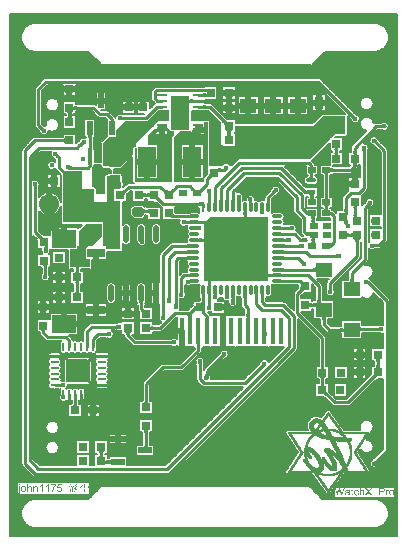
<source format=gbl>
G04*
G04 #@! TF.GenerationSoftware,Altium Limited,Altium Designer,19.0.4 (130)*
G04*
G04 Layer_Physical_Order=2*
G04 Layer_Color=16711680*
%FSLAX25Y25*%
%MOIN*%
G70*
G01*
G75*
%ADD16C,0.01000*%
%ADD19C,0.00500*%
%ADD22R,0.01772X0.03937*%
%ADD23R,0.03150X0.03937*%
G04:AMPARAMS|DCode=24|XSize=39.37mil|YSize=31.5mil|CornerRadius=0mil|HoleSize=0mil|Usage=FLASHONLY|Rotation=90.000|XOffset=0mil|YOffset=0mil|HoleType=Round|Shape=Octagon|*
%AMOCTAGOND24*
4,1,8,0.00787,0.01968,-0.00787,0.01968,-0.01575,0.01181,-0.01575,-0.01181,-0.00787,-0.01968,0.00787,-0.01968,0.01575,-0.01181,0.01575,0.01181,0.00787,0.01968,0.0*
%
%ADD24OCTAGOND24*%

%ADD25R,0.03000X0.03000*%
%ADD32R,0.03000X0.03000*%
%ADD51C,0.02000*%
%ADD52C,0.02000*%
%ADD53R,0.06693X0.06693*%
%ADD54C,0.06693*%
%ADD55R,0.07874X0.05906*%
%ADD56R,0.05906X0.03150*%
%ADD57C,0.01600*%
%ADD58C,0.02400*%
%ADD59R,0.06221X0.11221*%
%ADD60R,0.03228X0.01102*%
G04:AMPARAMS|DCode=61|XSize=39.37mil|YSize=31.5mil|CornerRadius=0mil|HoleSize=0mil|Usage=FLASHONLY|Rotation=0.000|XOffset=0mil|YOffset=0mil|HoleType=Round|Shape=Octagon|*
%AMOCTAGOND61*
4,1,8,0.01968,-0.00787,0.01968,0.00787,0.01181,0.01575,-0.01181,0.01575,-0.01968,0.00787,-0.01968,-0.00787,-0.01181,-0.01575,0.01181,-0.01575,0.01968,-0.00787,0.0*
%
%ADD61OCTAGOND61*%

%ADD62R,0.03937X0.03150*%
%ADD63R,0.01968X0.04724*%
%ADD64R,0.05906X0.09843*%
%ADD65R,0.05512X0.04724*%
%ADD66R,0.01968X0.05906*%
%ADD67O,0.01968X0.05906*%
%ADD68O,0.00984X0.03150*%
%ADD69O,0.03150X0.00984*%
%ADD70R,0.03150X0.00984*%
%ADD71R,0.03937X0.03937*%
%ADD72R,0.02600X0.02000*%
%ADD73R,0.03150X0.01575*%
G04:AMPARAMS|DCode=74|XSize=15.75mil|YSize=31.5mil|CornerRadius=0mil|HoleSize=0mil|Usage=FLASHONLY|Rotation=270.000|XOffset=0mil|YOffset=0mil|HoleType=Round|Shape=Octagon|*
%AMOCTAGOND74*
4,1,8,0.01575,0.00394,0.01575,-0.00394,0.01181,-0.00787,-0.01181,-0.00787,-0.01575,-0.00394,-0.01575,0.00394,-0.01181,0.00787,0.01181,0.00787,0.01575,0.00394,0.0*
%
%ADD74OCTAGOND74*%

%ADD75R,0.02953X0.02362*%
%ADD76R,0.01378X0.09055*%
%ADD77R,0.04724X0.01968*%
%ADD78R,0.03937X0.03937*%
%ADD79O,0.01102X0.03543*%
%ADD80R,0.01102X0.03543*%
%ADD81O,0.03543X0.01102*%
%ADD82C,0.00100*%
G36*
X-9853Y52250D02*
X-9850Y52280D01*
X-9851Y52031D01*
X-9850Y51831D01*
X-9853Y51854D01*
X-9862Y50382D01*
X-9872Y50458D01*
X-9902Y50525D01*
X-9952Y50585D01*
X-10022Y50637D01*
X-10112Y50680D01*
X-10222Y50716D01*
X-10352Y50744D01*
X-10470Y50760D01*
X-10957Y50740D01*
Y51819D01*
X-10947Y51811D01*
X-10917Y51805D01*
X-10867Y51799D01*
X-10707Y51789D01*
X-10627Y51788D01*
X-10499Y51800D01*
X-10347Y51825D01*
X-10216Y51860D01*
X-10104Y51905D01*
X-10013Y51960D01*
X-9942Y52025D01*
X-9922Y52055D01*
X-9943Y52086D01*
X-10014Y52151D01*
X-10105Y52206D01*
X-10216Y52251D01*
X-10347Y52286D01*
X-10499Y52311D01*
X-10670Y52326D01*
X-10862Y52331D01*
Y53331D01*
X-9862Y53358D01*
X-9853Y52250D01*
D02*
G37*
G36*
X-15408Y50216D02*
X-15377Y50131D01*
X-15327Y50056D01*
X-15256Y49991D01*
X-15165Y49936D01*
X-15053Y49891D01*
X-14922Y49856D01*
X-14770Y49831D01*
X-14733Y49828D01*
X-14161Y49850D01*
Y48772D01*
X-14171Y48779D01*
X-14201Y48786D01*
X-14251Y48792D01*
X-14411Y48801D01*
X-14622Y48804D01*
X-14770Y48791D01*
X-14922Y48766D01*
X-15053Y48731D01*
X-15165Y48686D01*
X-15256Y48631D01*
X-15327Y48566D01*
X-15377Y48491D01*
X-15408Y48406D01*
X-15418Y48311D01*
Y50311D01*
X-15408Y50216D01*
D02*
G37*
G36*
X-16806Y47485D02*
X-16856Y47474D01*
X-16909Y47456D01*
X-16966Y47431D01*
X-17025Y47398D01*
X-17087Y47359D01*
X-17153Y47312D01*
X-17293Y47196D01*
X-17368Y47128D01*
X-17446Y47052D01*
X-18285Y47627D01*
X-18210Y47705D01*
X-18088Y47854D01*
X-18041Y47925D01*
X-18002Y47994D01*
X-17972Y48061D01*
X-17950Y48125D01*
X-17938Y48188D01*
X-17934Y48248D01*
X-17940Y48306D01*
X-16806Y47485D01*
D02*
G37*
G36*
X-10947Y47874D02*
X-10917Y47868D01*
X-10867Y47862D01*
X-10707Y47852D01*
X-9957Y47843D01*
Y46843D01*
X-10957Y46803D01*
Y47882D01*
X-10947Y47874D01*
D02*
G37*
G36*
X-53947Y47987D02*
X-53917Y47902D01*
X-53867Y47827D01*
X-53797Y47762D01*
X-53707Y47707D01*
X-53597Y47662D01*
X-53467Y47627D01*
X-53317Y47602D01*
X-53147Y47587D01*
X-52957Y47582D01*
Y46582D01*
X-53147Y46577D01*
X-53317Y46562D01*
X-53467Y46537D01*
X-53597Y46502D01*
X-53707Y46457D01*
X-53797Y46402D01*
X-53867Y46337D01*
X-53917Y46262D01*
X-53947Y46177D01*
X-53957Y46082D01*
Y48082D01*
X-53947Y47987D01*
D02*
G37*
G36*
X-54511Y45596D02*
X-54596Y45565D01*
X-54671Y45515D01*
X-54736Y45444D01*
X-54791Y45353D01*
X-54836Y45241D01*
X-54871Y45110D01*
X-54896Y44958D01*
X-54911Y44786D01*
X-54914Y44664D01*
X-54911Y44542D01*
X-54896Y44370D01*
X-54871Y44218D01*
X-54836Y44086D01*
X-54791Y43975D01*
X-54736Y43884D01*
X-54671Y43813D01*
X-54596Y43762D01*
X-54511Y43732D01*
X-54416Y43722D01*
X-56416D01*
X-56321Y43732D01*
X-56236Y43762D01*
X-56161Y43813D01*
X-56096Y43884D01*
X-56041Y43975D01*
X-55996Y44086D01*
X-55961Y44218D01*
X-55936Y44370D01*
X-55921Y44542D01*
X-55918Y44664D01*
X-55921Y44786D01*
X-55936Y44958D01*
X-55961Y45110D01*
X-55996Y45241D01*
X-56041Y45353D01*
X-56096Y45444D01*
X-56161Y45515D01*
X-56236Y45565D01*
X-56321Y45596D01*
X-56416Y45606D01*
X-54416D01*
X-54511Y45596D01*
D02*
G37*
G36*
X39537Y44378D02*
X39785Y44160D01*
X39819Y44137D01*
X39848Y44120D01*
X39873Y44110D01*
X39892Y44107D01*
X39100Y43315D01*
X39097Y43334D01*
X39087Y43359D01*
X39070Y43388D01*
X39047Y43422D01*
X39017Y43462D01*
X38936Y43556D01*
X38765Y43734D01*
X39473Y44442D01*
X39537Y44378D01*
D02*
G37*
G36*
X-38013Y44149D02*
X-37988Y44138D01*
X-37956Y44129D01*
X-37915Y44122D01*
X-37866Y44115D01*
X-37743Y44105D01*
X-37495Y44100D01*
Y43100D01*
X-37586Y43099D01*
X-37915Y43078D01*
X-37956Y43071D01*
X-37988Y43062D01*
X-38013Y43051D01*
X-38029Y43040D01*
Y44160D01*
X-38013Y44149D01*
D02*
G37*
G36*
X-3606Y42938D02*
X-3238Y42627D01*
X-3075Y42514D01*
X-2927Y42429D01*
X-2793Y42372D01*
X-2672Y42344D01*
X-2566D01*
X-2474Y42372D01*
X-2397Y42429D01*
X-3811Y41015D01*
X-3754Y41093D01*
X-3726Y41184D01*
Y41291D01*
X-3754Y41411D01*
X-3811Y41545D01*
X-3896Y41694D01*
X-4009Y41856D01*
X-4150Y42033D01*
X-4518Y42429D01*
X-3811Y43136D01*
X-3606Y42938D01*
D02*
G37*
G36*
X48939Y40229D02*
X48924Y40240D01*
X48900Y40250D01*
X48867Y40258D01*
X48827Y40265D01*
X48721Y40276D01*
X48581Y40283D01*
X48408Y40285D01*
X48384Y41285D01*
X48475Y41286D01*
X48804Y41308D01*
X48845Y41317D01*
X48878Y41326D01*
X48902Y41337D01*
X48918Y41349D01*
X48939Y40229D01*
D02*
G37*
G36*
X-12825Y40099D02*
X-12841Y40082D01*
X-12851Y40066D01*
X-12856Y40053D01*
X-12855Y40041D01*
X-12848Y40031D01*
X-12836Y40022D01*
X-12819Y40016D01*
X-12796Y40011D01*
X-12768Y40009D01*
X-12734Y40008D01*
X-14161D01*
X-14186Y40016D01*
X-14190Y40040D01*
X-14176Y40080D01*
X-14142Y40135D01*
X-14089Y40207D01*
X-14017Y40295D01*
X-13683Y40655D01*
X-13532Y40806D01*
X-12825Y40099D01*
D02*
G37*
G36*
X-25119D02*
X-25135Y40082D01*
X-25144Y40066D01*
X-25149Y40053D01*
X-25148Y40041D01*
X-25142Y40031D01*
X-25130Y40022D01*
X-25113Y40016D01*
X-25090Y40011D01*
X-25061Y40009D01*
X-25027Y40008D01*
X-26051D01*
Y38929D01*
X-26058Y38967D01*
X-26079Y38987D01*
X-26115Y38987D01*
X-26164Y38968D01*
X-26228Y38931D01*
X-26305Y38875D01*
X-26397Y38799D01*
X-26563Y38648D01*
Y38417D01*
X-25449D01*
Y39468D01*
X-23449D01*
Y38417D01*
X-22335D01*
Y38855D01*
X-22114Y39264D01*
X-20669D01*
Y38069D01*
X-20983Y37755D01*
X-21141Y37372D01*
X-21141Y37372D01*
Y22305D01*
X-33346Y22296D01*
X-33700Y22650D01*
X-33700Y33500D01*
X-33000D01*
Y30035D01*
X-29547D01*
X-26094D01*
Y34457D01*
X-29200D01*
X-29200Y38000D01*
X-27063Y40137D01*
X-26631Y39958D01*
X-26571Y40010D01*
X-26433Y40108D01*
X-26316Y40173D01*
X-26285Y40183D01*
X-26282Y40207D01*
X-26245Y40295D01*
X-26182Y40399D01*
X-26091Y40519D01*
X-25972Y40655D01*
X-25826Y40806D01*
X-25119Y40099D01*
D02*
G37*
G36*
X-64339Y40441D02*
X-64092Y40223D01*
X-64057Y40200D01*
X-64028Y40183D01*
X-64004Y40173D01*
X-63984Y40170D01*
X-64776Y39378D01*
X-64780Y39397D01*
X-64789Y39422D01*
X-64806Y39451D01*
X-64829Y39485D01*
X-64860Y39525D01*
X-64940Y39619D01*
X-65111Y39797D01*
X-64404Y40505D01*
X-64339Y40441D01*
D02*
G37*
G36*
X-23247Y40655D02*
X-22860Y40207D01*
X-22815Y40135D01*
X-22792Y40080D01*
X-22792Y40078D01*
X-22790Y40078D01*
X-22747Y40067D01*
X-22690Y40038D01*
X-22622Y39991D01*
X-22540Y39927D01*
X-22340Y39747D01*
X-22221Y39631D01*
X-22859Y38993D01*
X-22860Y38978D01*
X-22862Y38954D01*
X-22866Y38935D01*
X-22871Y38921D01*
X-22877Y38910D01*
X-22885Y38904D01*
X-22894Y38903D01*
X-22904Y38905D01*
X-22916Y38912D01*
X-22928Y38924D01*
X-22859Y38993D01*
X-22859Y39006D01*
X-22847Y40008D01*
X-24195D01*
X-24162Y40009D01*
X-24133Y40011D01*
X-24110Y40016D01*
X-24093Y40022D01*
X-24081Y40031D01*
X-24075Y40041D01*
X-24074Y40053D01*
X-24078Y40066D01*
X-24088Y40082D01*
X-24104Y40099D01*
X-23397Y40806D01*
X-23247Y40655D01*
D02*
G37*
G36*
X-9335Y24969D02*
X-9411Y24859D01*
X-9697Y24523D01*
X-9884Y24329D01*
X-9904Y24279D01*
X-10268Y23915D01*
X-10489Y23584D01*
X-10567Y23194D01*
Y22146D01*
X-20600D01*
Y37372D01*
X-18709Y39264D01*
X-14894D01*
X-14673Y38855D01*
Y38417D01*
X-13559D01*
Y39468D01*
X-12559D01*
Y40468D01*
X-10445D01*
Y42345D01*
X-9936Y42365D01*
X-9890Y42386D01*
X-9335D01*
Y24969D01*
D02*
G37*
G36*
X-1395Y39455D02*
X-1480Y39424D01*
X-1555Y39374D01*
X-1620Y39303D01*
X-1675Y39212D01*
X-1720Y39101D01*
X-1755Y38969D01*
X-1780Y38817D01*
X-1795Y38645D01*
X-1798Y38550D01*
X-1795Y38455D01*
X-1780Y38283D01*
X-1755Y38131D01*
X-1720Y37999D01*
X-1675Y37888D01*
X-1620Y37797D01*
X-1555Y37726D01*
X-1480Y37675D01*
X-1395Y37645D01*
X-1300Y37635D01*
X-3300D01*
X-3205Y37645D01*
X-3120Y37675D01*
X-3045Y37726D01*
X-2980Y37797D01*
X-2925Y37888D01*
X-2880Y37999D01*
X-2845Y38131D01*
X-2820Y38283D01*
X-2805Y38455D01*
X-2802Y38550D01*
X-2805Y38645D01*
X-2820Y38817D01*
X-2845Y38969D01*
X-2880Y39101D01*
X-2925Y39212D01*
X-2980Y39303D01*
X-3045Y39374D01*
X-3120Y39424D01*
X-3205Y39455D01*
X-3300Y39465D01*
X-1300D01*
X-1395Y39455D01*
D02*
G37*
G36*
X-47839Y37940D02*
X-47902Y37910D01*
X-47958Y37860D01*
X-48006Y37790D01*
X-48047Y37700D01*
X-48081Y37590D01*
X-48107Y37460D01*
X-48125Y37310D01*
X-48136Y37140D01*
X-48140Y36950D01*
X-49140D01*
X-49145Y37140D01*
X-49160Y37310D01*
X-49185Y37460D01*
X-49220Y37590D01*
X-49265Y37700D01*
X-49320Y37790D01*
X-49385Y37860D01*
X-49460Y37910D01*
X-49545Y37940D01*
X-49640Y37950D01*
X-47768D01*
X-47839Y37940D01*
D02*
G37*
G36*
X-56962Y35128D02*
X-56972Y35223D01*
X-57002Y35308D01*
X-57052Y35383D01*
X-57122Y35448D01*
X-57212Y35503D01*
X-57322Y35548D01*
X-57452Y35583D01*
X-57602Y35608D01*
X-57772Y35623D01*
X-57962Y35628D01*
Y36628D01*
X-57772Y36633D01*
X-57602Y36648D01*
X-57452Y36673D01*
X-57322Y36708D01*
X-57212Y36753D01*
X-57122Y36808D01*
X-57052Y36873D01*
X-57002Y36948D01*
X-56972Y37033D01*
X-56962Y37128D01*
Y35128D01*
D02*
G37*
G36*
X46782Y36148D02*
X46793Y36132D01*
X46810Y36110D01*
X46903Y36008D01*
X47121Y35787D01*
X46554Y34939D01*
X46490Y35002D01*
X46277Y35185D01*
X46235Y35213D01*
X46198Y35234D01*
X46165Y35248D01*
X46137Y35255D01*
X46113Y35255D01*
X46777Y36157D01*
X46782Y36148D01*
D02*
G37*
G36*
X-50812Y34839D02*
X-50835Y34839D01*
X-50863Y34832D01*
X-50896Y34818D01*
X-50933Y34797D01*
X-50975Y34768D01*
X-51021Y34733D01*
X-51127Y34642D01*
X-51252Y34522D01*
X-51825Y35363D01*
X-51482Y35737D01*
X-50812Y34839D01*
D02*
G37*
G36*
X43296Y32997D02*
X43286Y32972D01*
X43277Y32940D01*
X43269Y32899D01*
X43262Y32850D01*
X43253Y32727D01*
X43247Y32479D01*
X42247D01*
X42247Y32570D01*
X42226Y32899D01*
X42218Y32940D01*
X42209Y32972D01*
X42199Y32997D01*
X42187Y33013D01*
X43307D01*
X43296Y32997D01*
D02*
G37*
G36*
X-48136Y33266D02*
X-48107Y32947D01*
X-48080Y32816D01*
X-48047Y32706D01*
X-48006Y32616D01*
X-47957Y32546D01*
X-47901Y32497D01*
X-47837Y32467D01*
X-47766Y32456D01*
X-49514D01*
X-49443Y32467D01*
X-49379Y32497D01*
X-49323Y32546D01*
X-49275Y32616D01*
X-49234Y32706D01*
X-49200Y32816D01*
X-49174Y32947D01*
X-49155Y33097D01*
X-49144Y33266D01*
X-49140Y33457D01*
X-48140D01*
X-48136Y33266D01*
D02*
G37*
G36*
X40123Y32398D02*
X40138Y32228D01*
X40163Y32078D01*
X40198Y31948D01*
X40243Y31838D01*
X40298Y31748D01*
X40363Y31678D01*
X40438Y31628D01*
X40523Y31598D01*
X40618Y31588D01*
X38618D01*
X38713Y31598D01*
X38798Y31628D01*
X38873Y31678D01*
X38938Y31748D01*
X38993Y31838D01*
X39038Y31948D01*
X39073Y32078D01*
X39098Y32228D01*
X39113Y32398D01*
X39118Y32588D01*
X40118D01*
X40123Y32398D01*
D02*
G37*
G36*
X34405Y33414D02*
X34320Y33384D01*
X34245Y33333D01*
X34180Y33262D01*
X34125Y33171D01*
X34080Y33060D01*
X34045Y32928D01*
X34020Y32776D01*
X34005Y32604D01*
X34002Y32500D01*
X34005Y32398D01*
X34020Y32228D01*
X34045Y32078D01*
X34080Y31948D01*
X34125Y31838D01*
X34180Y31748D01*
X34245Y31678D01*
X34320Y31628D01*
X34405Y31598D01*
X34500Y31588D01*
X32500D01*
X32595Y31598D01*
X32680Y31628D01*
X32755Y31678D01*
X32820Y31748D01*
X32875Y31838D01*
X32920Y31948D01*
X32955Y32078D01*
X32980Y32228D01*
X32995Y32398D01*
X32998Y32500D01*
X32995Y32604D01*
X32980Y32776D01*
X32955Y32928D01*
X32920Y33060D01*
X32875Y33171D01*
X32820Y33262D01*
X32755Y33333D01*
X32680Y33384D01*
X32595Y33414D01*
X32500Y33424D01*
X34500D01*
X34405Y33414D01*
D02*
G37*
G36*
X34001Y31114D02*
X34022Y30785D01*
X34029Y30744D01*
X34038Y30711D01*
X34049Y30687D01*
X34060Y30671D01*
X32940D01*
X32951Y30687D01*
X32962Y30711D01*
X32971Y30744D01*
X32978Y30785D01*
X32985Y30834D01*
X32995Y30957D01*
X33000Y31205D01*
X34000D01*
X34001Y31114D01*
D02*
G37*
G36*
X-59335Y31532D02*
X-59325Y31507D01*
X-59308Y31478D01*
X-59285Y31444D01*
X-59255Y31404D01*
X-59174Y31310D01*
X-59003Y31132D01*
X-59710Y30424D01*
X-59775Y30488D01*
X-60022Y30706D01*
X-60057Y30729D01*
X-60086Y30746D01*
X-60110Y30756D01*
X-60130Y30759D01*
X-59338Y31551D01*
X-59335Y31532D01*
D02*
G37*
G36*
X-47991Y28548D02*
X-48023Y28528D01*
X-48050Y28493D01*
X-48074Y28444D01*
X-48094Y28382D01*
X-48111Y28305D01*
X-48124Y28215D01*
X-48133Y28110D01*
X-48140Y27860D01*
X-49140D01*
X-49142Y27992D01*
X-49170Y28305D01*
X-49186Y28382D01*
X-49206Y28444D01*
X-49230Y28493D01*
X-49258Y28528D01*
X-49289Y28548D01*
X-49324Y28556D01*
X-47956D01*
X-47991Y28548D01*
D02*
G37*
G36*
X40518Y28614D02*
X40434Y28584D01*
X40360Y28534D01*
X40296Y28463D01*
X40242Y28373D01*
X40197Y28262D01*
X40163Y28131D01*
X40138Y27980D01*
X40123Y27809D01*
X40118Y27618D01*
X39118D01*
X39113Y27809D01*
X39099Y27980D01*
X39074Y28131D01*
X39039Y28262D01*
X38995Y28373D01*
X38940Y28463D01*
X38876Y28534D01*
X38802Y28584D01*
X38718Y28614D01*
X38624Y28624D01*
X40612D01*
X40518Y28614D01*
D02*
G37*
G36*
X-9020Y46145D02*
X-4900Y42025D01*
Y34500D01*
X-4300D01*
Y34159D01*
X-300D01*
Y38159D01*
X-500D01*
Y38941D01*
X-323D01*
Y41018D01*
X25846D01*
X29028Y44200D01*
X36500D01*
X36500Y38200D01*
X33200D01*
X31900Y36900D01*
X31500D01*
Y36500D01*
X24800Y29800D01*
X1000D01*
X844Y29644D01*
X833Y29642D01*
X502Y29421D01*
X-1388Y27531D01*
X-1962D01*
X-2212Y27906D01*
X-2642Y28193D01*
X-3150Y28294D01*
X-3657Y28193D01*
X-4087Y27906D01*
X-4337Y27531D01*
X-8794Y27531D01*
Y42386D01*
X-8952Y42768D01*
X-9335Y42927D01*
X-9890D01*
X-9949Y42902D01*
X-9957Y42905D01*
X-10466Y42886D01*
X-10645Y42803D01*
X-10828Y42727D01*
X-10832Y42717D01*
X-10842Y42712D01*
X-10911Y42527D01*
X-10927Y42488D01*
X-14673D01*
X-14894Y42897D01*
Y45827D01*
X-14539Y46180D01*
X-9020Y46145D01*
D02*
G37*
G36*
X-22335Y46291D02*
X-22114Y45883D01*
Y42897D01*
X-22335Y42488D01*
X-26563D01*
Y42075D01*
X-33300Y35338D01*
Y34041D01*
X-33700D01*
X-34083Y33883D01*
X-34241Y33500D01*
Y31759D01*
X-38700Y27300D01*
X-42081Y27300D01*
X-42382Y27501D01*
X-43046Y27633D01*
X-43600Y27523D01*
X-43959Y27719D01*
X-44100Y27841D01*
X-44100Y35416D01*
X-42078Y37438D01*
X-39775D01*
Y39740D01*
X-36935Y42580D01*
X-29940D01*
X-29550Y42658D01*
X-29219Y42879D01*
X-27607Y44491D01*
X-27406Y44792D01*
X-25926Y46272D01*
X-24500D01*
X-24401Y46291D01*
X-22335D01*
D02*
G37*
G36*
X25712Y27288D02*
X24688D01*
X24690Y27293D01*
X24692Y27308D01*
X24694Y27334D01*
X24700Y27703D01*
X24700Y27800D01*
X25700D01*
X25712Y27288D01*
D02*
G37*
G36*
X-55146Y27668D02*
X-55121Y27654D01*
X-55088Y27641D01*
X-55047Y27630D01*
X-54997Y27621D01*
X-54940Y27613D01*
X-54800Y27603D01*
X-54627Y27600D01*
X-54791Y26600D01*
X-55303Y26573D01*
X-55163Y27684D01*
X-55146Y27668D01*
D02*
G37*
G36*
X-4812Y25941D02*
X-5002Y25936D01*
X-5172Y25921D01*
X-5322Y25896D01*
X-5452Y25861D01*
X-5562Y25816D01*
X-5652Y25761D01*
X-5722Y25696D01*
X-5772Y25621D01*
X-5802Y25536D01*
X-5812Y25441D01*
Y26929D01*
X-5802Y26931D01*
X-5772Y26933D01*
X-5322Y26940D01*
X-4812Y26941D01*
Y25941D01*
D02*
G37*
G36*
X31498Y27195D02*
X31528Y27112D01*
X31578Y27039D01*
X31648Y26976D01*
X31738Y26922D01*
X31848Y26878D01*
X31978Y26844D01*
X32128Y26820D01*
X32298Y26805D01*
X32488Y26800D01*
Y25800D01*
X32298Y25795D01*
X32128Y25780D01*
X31978Y25756D01*
X31848Y25722D01*
X31738Y25678D01*
X31648Y25624D01*
X31578Y25561D01*
X31528Y25488D01*
X31498Y25405D01*
X31488Y25312D01*
Y27288D01*
X31498Y27195D01*
D02*
G37*
G36*
X31105Y25314D02*
X31020Y25284D01*
X30945Y25233D01*
X30880Y25162D01*
X30825Y25071D01*
X30780Y24960D01*
X30745Y24828D01*
X30720Y24676D01*
X30705Y24504D01*
X30700Y24312D01*
X29700D01*
X29695Y24504D01*
X29680Y24676D01*
X29655Y24828D01*
X29620Y24960D01*
X29575Y25071D01*
X29520Y25162D01*
X29455Y25233D01*
X29380Y25284D01*
X29295Y25314D01*
X29200Y25324D01*
X31200D01*
X31105Y25314D01*
D02*
G37*
G36*
X-7374Y23965D02*
X-7451Y24020D01*
X-7542Y24047D01*
X-7647Y24046D01*
X-7767Y24017D01*
X-7901Y23959D01*
X-8050Y23873D01*
X-8213Y23759D01*
X-8390Y23616D01*
X-8788Y23246D01*
X-9495Y23953D01*
X-9296Y24159D01*
X-8982Y24528D01*
X-8868Y24691D01*
X-8782Y24840D01*
X-8724Y24974D01*
X-8695Y25094D01*
X-8694Y25199D01*
X-8721Y25291D01*
X-8776Y25367D01*
X-7374Y23965D01*
D02*
G37*
G36*
X26105Y25314D02*
X26020Y25284D01*
X25945Y25233D01*
X25880Y25162D01*
X25825Y25071D01*
X25780Y24960D01*
X25745Y24828D01*
X25720Y24676D01*
X25705Y24504D01*
X25704Y24478D01*
X25705Y24452D01*
X25720Y24280D01*
X25745Y24128D01*
X25780Y23996D01*
X25825Y23885D01*
X25880Y23794D01*
X25945Y23723D01*
X26020Y23673D01*
X26105Y23642D01*
X26200Y23632D01*
X24200D01*
X24295Y23642D01*
X24380Y23673D01*
X24455Y23723D01*
X24520Y23794D01*
X24575Y23885D01*
X24620Y23996D01*
X24655Y24128D01*
X24680Y24280D01*
X24695Y24452D01*
X24696Y24478D01*
X24695Y24504D01*
X24680Y24676D01*
X24655Y24828D01*
X24620Y24960D01*
X24575Y25071D01*
X24520Y25162D01*
X24455Y25233D01*
X24380Y25284D01*
X24295Y25314D01*
X24200Y25324D01*
X26200D01*
X26105Y25314D01*
D02*
G37*
G36*
X-66332Y21013D02*
X-66342Y20989D01*
X-66351Y20956D01*
X-66359Y20915D01*
X-66365Y20866D01*
X-66375Y20743D01*
X-66380Y20495D01*
X-67380D01*
X-67381Y20586D01*
X-67402Y20915D01*
X-67410Y20956D01*
X-67419Y20989D01*
X-67429Y21013D01*
X-67440Y21029D01*
X-66320D01*
X-66332Y21013D01*
D02*
G37*
G36*
X-10805Y19688D02*
X-11003Y19483D01*
X-11314Y19115D01*
X-11427Y18953D01*
X-11512Y18804D01*
X-11569Y18670D01*
X-11597Y18550D01*
Y18443D01*
X-11569Y18352D01*
X-11512Y18274D01*
X-11873Y18635D01*
X-12027Y18496D01*
X-12412Y19174D01*
X-12800Y19562D01*
X-13188Y19174D01*
X-13573Y18496D01*
X-13727Y18635D01*
X-14088Y18274D01*
X-14031Y18352D01*
X-14003Y18443D01*
Y18550D01*
X-14031Y18670D01*
X-14088Y18804D01*
X-14173Y18953D01*
X-14286Y19115D01*
X-14427Y19292D01*
X-14795Y19688D01*
X-14088Y20395D01*
X-13883Y20197D01*
X-13515Y19886D01*
X-13353Y19773D01*
X-13204Y19688D01*
X-13070Y19631D01*
X-12950Y19603D01*
X-12844D01*
X-12842Y19604D01*
X-12926Y19688D01*
X-12848Y19631D01*
X-12800Y19616D01*
X-12752Y19631D01*
X-12674Y19688D01*
X-12758Y19604D01*
X-12756Y19603D01*
X-12650D01*
X-12530Y19631D01*
X-12396Y19688D01*
X-12247Y19773D01*
X-12085Y19886D01*
X-11908Y20027D01*
X-11512Y20395D01*
X-10805Y19688D01*
D02*
G37*
G36*
X-20205Y19447D02*
X-20404Y19241D01*
X-20718Y18872D01*
X-20832Y18709D01*
X-20918Y18560D01*
X-20976Y18426D01*
X-21005Y18306D01*
X-21007Y18201D01*
X-20979Y18110D01*
X-20924Y18033D01*
X-22326Y19435D01*
X-22250Y19380D01*
X-22158Y19353D01*
X-22053Y19354D01*
X-21933Y19383D01*
X-21799Y19441D01*
X-21650Y19527D01*
X-21487Y19641D01*
X-21310Y19784D01*
X-20912Y20154D01*
X-20205Y19447D01*
D02*
G37*
G36*
X-36264Y19288D02*
X-36462Y19083D01*
X-36773Y18715D01*
X-36886Y18553D01*
X-36971Y18404D01*
X-37028Y18270D01*
X-37056Y18150D01*
Y18044D01*
X-37028Y17952D01*
X-36971Y17874D01*
X-38385Y19288D01*
X-38307Y19231D01*
X-38216Y19203D01*
X-38109D01*
X-37989Y19231D01*
X-37855Y19288D01*
X-37706Y19373D01*
X-37544Y19486D01*
X-37367Y19627D01*
X-36971Y19995D01*
X-36264Y19288D01*
D02*
G37*
G36*
X13292Y18800D02*
X13273Y18797D01*
X13248Y18787D01*
X13219Y18770D01*
X13185Y18747D01*
X13145Y18717D01*
X13051Y18636D01*
X12873Y18465D01*
X12165Y19173D01*
X12229Y19237D01*
X12447Y19485D01*
X12470Y19519D01*
X12487Y19548D01*
X12497Y19573D01*
X12500Y19592D01*
X13292Y18800D01*
D02*
G37*
G36*
X-44641Y27946D02*
Y27841D01*
X-44633Y27823D01*
X-44640Y27804D01*
X-44555Y27634D01*
X-44483Y27459D01*
X-44464Y27451D01*
X-44455Y27433D01*
X-44314Y27310D01*
X-44256Y27291D01*
X-44218Y27244D01*
X-43859Y27048D01*
X-43676Y27028D01*
X-43494Y26992D01*
X-43046Y27082D01*
X-42594Y26992D01*
X-42382Y26850D01*
X-42227Y26819D01*
X-42081Y26759D01*
X-41654D01*
X-41300Y26405D01*
Y25041D01*
X-42081D01*
X-42227Y24981D01*
X-42382Y24950D01*
X-42594Y24808D01*
X-43006Y24726D01*
X-43137Y24639D01*
X-43283Y24578D01*
X-43304Y24527D01*
X-43350Y24496D01*
X-43381Y24341D01*
X-43441Y24196D01*
Y18247D01*
X-46659D01*
Y20000D01*
X-46817Y20383D01*
X-47200Y20541D01*
X-47800D01*
Y27317D01*
X-47698Y27470D01*
X-47643Y27746D01*
X-47599Y27844D01*
X-47594Y28032D01*
X-47254D01*
Y28300D01*
X-44995Y28300D01*
X-44641Y27946D01*
D02*
G37*
G36*
X-8286Y18722D02*
X-8298Y18706D01*
X-8308Y18681D01*
X-8318Y18649D01*
X-8326Y18608D01*
X-8333Y18558D01*
X-8343Y18435D01*
X-8348Y18188D01*
X-9348Y18203D01*
X-9349Y18294D01*
X-9369Y18623D01*
X-9376Y18664D01*
X-9385Y18696D01*
X-9395Y18720D01*
X-9406Y18736D01*
X-8286Y18722D01*
D02*
G37*
G36*
X-23683Y19956D02*
X-23315Y19645D01*
X-23153Y19532D01*
X-23004Y19447D01*
X-22870Y19390D01*
X-22750Y19362D01*
X-22644D01*
X-22552Y19390D01*
X-22474Y19447D01*
X-23888Y18033D01*
X-23831Y18111D01*
X-23803Y18203D01*
Y18309D01*
X-23831Y18429D01*
X-23888Y18563D01*
X-23973Y18712D01*
X-24086Y18874D01*
X-24227Y19051D01*
X-24595Y19447D01*
X-23888Y20154D01*
X-23683Y19956D01*
D02*
G37*
G36*
X-28676Y16959D02*
X-28686Y17054D01*
X-28716Y17139D01*
X-28767Y17214D01*
X-28838Y17279D01*
X-28929Y17334D01*
X-29040Y17379D01*
X-29172Y17414D01*
X-29324Y17439D01*
X-29496Y17454D01*
X-29688Y17459D01*
Y18459D01*
X-29496Y18464D01*
X-29324Y18479D01*
X-29172Y18504D01*
X-29040Y18539D01*
X-28929Y18584D01*
X-28838Y18639D01*
X-28767Y18704D01*
X-28716Y18779D01*
X-28686Y18864D01*
X-28676Y18959D01*
Y16959D01*
D02*
G37*
G36*
X-30855Y18864D02*
X-30825Y18779D01*
X-30774Y18704D01*
X-30703Y18639D01*
X-30612Y18584D01*
X-30501Y18539D01*
X-30369Y18504D01*
X-30217Y18479D01*
X-30045Y18464D01*
X-29853Y18459D01*
Y17459D01*
X-30045Y17454D01*
X-30217Y17439D01*
X-30369Y17414D01*
X-30501Y17379D01*
X-30612Y17334D01*
X-30703Y17279D01*
X-30774Y17214D01*
X-30825Y17139D01*
X-30855Y17054D01*
X-30865Y16959D01*
Y18959D01*
X-30855Y18864D01*
D02*
G37*
G36*
X30705Y17298D02*
X30720Y17128D01*
X30745Y16978D01*
X30780Y16848D01*
X30825Y16738D01*
X30880Y16648D01*
X30945Y16578D01*
X31020Y16528D01*
X31105Y16498D01*
X31200Y16488D01*
X29200D01*
X29295Y16498D01*
X29380Y16528D01*
X29455Y16578D01*
X29520Y16648D01*
X29575Y16738D01*
X29620Y16848D01*
X29655Y16978D01*
X29680Y17128D01*
X29695Y17298D01*
X29700Y17488D01*
X30700D01*
X30705Y17298D01*
D02*
G37*
G36*
X26305Y18158D02*
X26220Y18128D01*
X26145Y18077D01*
X26080Y18006D01*
X26025Y17915D01*
X25980Y17804D01*
X25945Y17672D01*
X25920Y17521D01*
X25905Y17348D01*
X25904Y17323D01*
X25905Y17298D01*
X25920Y17128D01*
X25945Y16978D01*
X25980Y16848D01*
X26025Y16738D01*
X26080Y16648D01*
X26145Y16578D01*
X26220Y16528D01*
X26305Y16498D01*
X26400Y16488D01*
X24400D01*
X24495Y16498D01*
X24580Y16528D01*
X24655Y16578D01*
X24720Y16648D01*
X24775Y16738D01*
X24820Y16848D01*
X24855Y16978D01*
X24880Y17128D01*
X24895Y17298D01*
X24896Y17323D01*
X24895Y17348D01*
X24880Y17521D01*
X24855Y17672D01*
X24820Y17804D01*
X24775Y17915D01*
X24720Y18006D01*
X24655Y18077D01*
X24580Y18128D01*
X24495Y18158D01*
X24400Y18168D01*
X26400D01*
X26305Y18158D01*
D02*
G37*
G36*
X1554Y16823D02*
X1543Y16807D01*
X1532Y16783D01*
X1523Y16750D01*
X1515Y16709D01*
X1508Y16660D01*
X1498Y16536D01*
X1492Y16289D01*
X492Y16302D01*
X492Y16393D01*
X471Y16721D01*
X464Y16762D01*
X455Y16794D01*
X445Y16818D01*
X434Y16834D01*
X1554Y16823D01*
D02*
G37*
G36*
X-25769Y17807D02*
X-25797Y17716D01*
Y17609D01*
X-25769Y17489D01*
X-25712Y17355D01*
X-25627Y17206D01*
X-25514Y17044D01*
X-25373Y16867D01*
X-25005Y16471D01*
X-25712Y15764D01*
X-25917Y15962D01*
X-26285Y16273D01*
X-26447Y16386D01*
X-26596Y16471D01*
X-26730Y16528D01*
X-26850Y16556D01*
X-26956D01*
X-27048Y16528D01*
X-27126Y16471D01*
X-25712Y17885D01*
X-25769Y17807D01*
D02*
G37*
G36*
X11335Y15211D02*
X10319D01*
X10320Y15223D01*
X10322Y15255D01*
X10327Y16222D01*
X11327D01*
X11335Y15211D01*
D02*
G37*
G36*
X5412Y15939D02*
X5461Y15940D01*
X5450Y15924D01*
X5441Y15901D01*
X5433Y15868D01*
X5426Y15828D01*
X5417Y15746D01*
X5429Y15211D01*
X4413D01*
X4412Y15218D01*
X4411Y15245D01*
X4410Y15383D01*
X4405Y15383D01*
X4405Y15474D01*
X4382Y15803D01*
X4374Y15844D01*
X4364Y15877D01*
X4353Y15901D01*
X4341Y15918D01*
X4407Y15919D01*
X4405Y16171D01*
X5406Y16246D01*
X5412Y15939D01*
D02*
G37*
G36*
X1492Y16210D02*
Y15211D01*
X476D01*
X479Y15225D01*
X482Y15259D01*
X490Y15590D01*
X492Y16234D01*
X1492Y16210D01*
D02*
G37*
G36*
X-465Y16152D02*
X-476Y15211D01*
X-1492D01*
X-1487Y15228D01*
X-1482Y15265D01*
X-1478Y15321D01*
X-1465Y16061D01*
X-1465Y16252D01*
X-465Y16152D01*
D02*
G37*
G36*
X-2445Y15211D02*
X-3461D01*
X-3459Y15223D01*
X-3458Y15255D01*
X-3453Y16222D01*
X-2453D01*
X-2445Y15211D01*
D02*
G37*
G36*
X-4413D02*
X-5429D01*
X-5428Y15223D01*
X-5426Y15255D01*
X-5421Y16222D01*
X-4421D01*
X-4413Y15211D01*
D02*
G37*
G36*
X-6382D02*
X-7398D01*
X-7396Y15223D01*
X-7395Y15255D01*
X-7390Y16222D01*
X-6390D01*
X-6382Y15211D01*
D02*
G37*
G36*
X-8348Y16201D02*
X-8350Y15211D01*
X-9366D01*
X-9363Y15225D01*
X-9360Y15260D01*
X-9353Y15480D01*
X-9348Y16237D01*
X-8348Y16201D01*
D02*
G37*
G36*
X44692Y14600D02*
X44673Y14597D01*
X44648Y14587D01*
X44619Y14570D01*
X44585Y14547D01*
X44545Y14517D01*
X44451Y14436D01*
X44273Y14266D01*
X43565Y14973D01*
X43629Y15037D01*
X43847Y15285D01*
X43870Y15319D01*
X43887Y15348D01*
X43897Y15373D01*
X43900Y15392D01*
X44692Y14600D01*
D02*
G37*
G36*
X-11366Y15539D02*
X-11354Y14051D01*
X-11365Y14146D01*
X-11396Y14231D01*
X-11447Y14306D01*
X-11518Y14371D01*
X-11609Y14426D01*
X-11720Y14471D01*
X-11852Y14506D01*
X-12003Y14531D01*
X-12174Y14546D01*
X-12366Y14551D01*
Y15551D01*
X-11366Y15539D01*
D02*
G37*
G36*
X40705Y14055D02*
X40620Y14025D01*
X40545Y13974D01*
X40480Y13903D01*
X40425Y13812D01*
X40380Y13701D01*
X40345Y13569D01*
X40320Y13417D01*
X40305Y13245D01*
X40300Y13053D01*
X39300D01*
X39295Y13245D01*
X39280Y13417D01*
X39255Y13569D01*
X39220Y13701D01*
X39175Y13812D01*
X39120Y13903D01*
X39055Y13974D01*
X38980Y14025D01*
X38895Y14055D01*
X38800Y14065D01*
X40800D01*
X40705Y14055D01*
D02*
G37*
G36*
X31102Y14514D02*
X31016Y14483D01*
X30942Y14433D01*
X30876Y14362D01*
X30821Y14271D01*
X30777Y14160D01*
X30742Y14028D01*
X30716Y13876D01*
X30702Y13704D01*
X30701Y13701D01*
X30702Y13698D01*
X30716Y13528D01*
X30742Y13378D01*
X30777Y13248D01*
X30821Y13138D01*
X30876Y13048D01*
X30942Y12978D01*
X31016Y12928D01*
X31102Y12898D01*
X31196Y12888D01*
X29197D01*
X29291Y12898D01*
X29377Y12928D01*
X29452Y12978D01*
X29517Y13048D01*
X29572Y13138D01*
X29616Y13248D01*
X29651Y13378D01*
X29676Y13528D01*
X29691Y13698D01*
X29692Y13701D01*
X29691Y13704D01*
X29676Y13876D01*
X29651Y14028D01*
X29616Y14160D01*
X29572Y14271D01*
X29517Y14362D01*
X29452Y14433D01*
X29377Y14483D01*
X29291Y14514D01*
X29197Y14524D01*
X31196D01*
X31102Y14514D01*
D02*
G37*
G36*
X37188Y12147D02*
X35700Y12135D01*
X35795Y12146D01*
X35880Y12177D01*
X35955Y12228D01*
X36020Y12299D01*
X36075Y12390D01*
X36120Y12501D01*
X36155Y12633D01*
X36180Y12784D01*
X36195Y12955D01*
X36200Y13147D01*
X37200D01*
X37188Y12147D01*
D02*
G37*
G36*
X-30909Y13495D02*
X-30854Y13410D01*
X-30774Y13335D01*
X-30670Y13270D01*
X-30541Y13215D01*
X-30388Y13170D01*
X-30210Y13135D01*
X-30009Y13110D01*
X-29782Y13095D01*
X-29592Y13092D01*
X-29498Y13093D01*
X-29048Y13129D01*
X-28938Y13150D01*
X-28848Y13176D01*
X-28778Y13207D01*
X-28728Y13243D01*
X-28698Y13284D01*
X-28688Y13329D01*
X-28676Y11590D01*
X-28687Y11685D01*
X-28718Y11770D01*
X-28769Y11845D01*
X-28840Y11910D01*
X-28931Y11965D01*
X-29042Y12010D01*
X-29173Y12045D01*
X-29325Y12070D01*
X-29496Y12085D01*
X-29614Y12088D01*
X-29744Y12085D01*
X-29932Y12070D01*
X-30096Y12045D01*
X-30235Y12010D01*
X-30351Y11965D01*
X-30441Y11910D01*
X-30507Y11845D01*
X-30549Y11770D01*
X-30567Y11685D01*
X-30560Y11590D01*
X-30941Y13590D01*
X-30909Y13495D01*
D02*
G37*
G36*
X24117Y11395D02*
X24112Y11396D01*
X24096Y11397D01*
X23600Y11400D01*
Y12400D01*
X24117Y12405D01*
Y11395D01*
D02*
G37*
G36*
X3459Y12336D02*
X3458Y12304D01*
X3453Y11337D01*
X2453D01*
X2445Y12349D01*
X3461D01*
X3459Y12336D01*
D02*
G37*
G36*
X40305Y11698D02*
X40320Y11528D01*
X40345Y11378D01*
X40380Y11248D01*
X40425Y11138D01*
X40480Y11048D01*
X40545Y10978D01*
X40620Y10928D01*
X40705Y10898D01*
X40800Y10888D01*
X39053D01*
X39100Y10898D01*
X39142Y10928D01*
X39179Y10978D01*
X39211Y11048D01*
X39238Y11138D01*
X39261Y11248D01*
X39278Y11378D01*
X39298Y11698D01*
X39300Y11888D01*
X40300D01*
X40305Y11698D01*
D02*
G37*
G36*
X-21589Y11810D02*
X-21580Y11785D01*
X-21563Y11755D01*
X-21540Y11720D01*
X-21510Y11681D01*
X-21430Y11586D01*
X-21259Y11407D01*
X-21979Y10713D01*
X-22043Y10777D01*
X-22290Y10995D01*
X-22324Y11018D01*
X-22353Y11035D01*
X-22377Y11045D01*
X-22395Y11049D01*
X-21592Y11830D01*
X-21589Y11810D01*
D02*
G37*
G36*
X-20913Y11746D02*
X-20882Y11661D01*
X-20831Y11586D01*
X-20760Y11521D01*
X-20669Y11466D01*
X-20558Y11421D01*
X-20426Y11386D01*
X-20275Y11361D01*
X-20104Y11346D01*
X-19912Y11341D01*
Y10341D01*
X-20912Y10353D01*
X-20924Y11841D01*
X-20913Y11746D01*
D02*
G37*
G36*
X-15211Y11335D02*
Y10319D01*
X-15227Y10323D01*
X-15262Y10327D01*
X-15392Y10333D01*
X-16243Y10341D01*
X-16179Y11341D01*
X-15211Y11335D01*
D02*
G37*
G36*
X26681Y10912D02*
X26600Y10902D01*
X26528Y10872D01*
X26464Y10822D01*
X26409Y10752D01*
X26362Y10662D01*
X26324Y10552D01*
X26294Y10422D01*
X26273Y10272D01*
X26260Y10102D01*
X26256Y9912D01*
X25256D01*
X25251Y10104D01*
X25236Y10275D01*
X25211Y10427D01*
X25176Y10558D01*
X25131Y10669D01*
X25076Y10761D01*
X25011Y10832D01*
X24936Y10882D01*
X24851Y10913D01*
X24756Y10924D01*
X26681Y10912D01*
D02*
G37*
G36*
X-60308Y12156D02*
X-60897Y11488D01*
X-61137Y11175D01*
X-61339Y10875D01*
X-61505Y10590D01*
X-61634Y10317D01*
X-61721Y10075D01*
X-61698Y9736D01*
X-61667Y9607D01*
X-61632Y9513D01*
X-61593Y9454D01*
X-63008D01*
X-62968Y9513D01*
X-62933Y9607D01*
X-62902Y9736D01*
X-62875Y9899D01*
X-62864Y10014D01*
X-62874Y10059D01*
X-62966Y10317D01*
X-63095Y10590D01*
X-63261Y10875D01*
X-63463Y11175D01*
X-63703Y11488D01*
X-64293Y12156D01*
X-64643Y12510D01*
X-59957D01*
X-60308Y12156D01*
D02*
G37*
G36*
X26261Y9677D02*
X26276Y9505D01*
X26301Y9353D01*
X26336Y9221D01*
X26381Y9110D01*
X26436Y9019D01*
X26501Y8948D01*
X26576Y8898D01*
X26661Y8867D01*
X26756Y8857D01*
X24756D01*
X24851Y8867D01*
X24936Y8898D01*
X25011Y8948D01*
X25076Y9019D01*
X25131Y9110D01*
X25176Y9221D01*
X25211Y9353D01*
X25236Y9505D01*
X25251Y9677D01*
X25256Y9869D01*
X26256D01*
X26261Y9677D01*
D02*
G37*
G36*
X-12336Y9365D02*
X-12304Y9363D01*
X-11337Y9358D01*
Y8358D01*
X-12349Y8350D01*
Y9366D01*
X-12336Y9365D01*
D02*
G37*
G36*
X-15211Y8350D02*
X-15217Y8348D01*
X-15243Y8346D01*
X-15437Y8342D01*
X-16152Y8339D01*
X-16252Y9339D01*
X-15211Y9366D01*
Y8350D01*
D02*
G37*
G36*
X-16774Y9387D02*
X-16750Y9377D01*
X-16717Y9368D01*
X-16677Y9360D01*
X-16627Y9354D01*
X-16504Y9344D01*
X-16257Y9339D01*
Y8339D01*
X-16348Y8338D01*
X-16677Y8317D01*
X-16717Y8309D01*
X-16750Y8300D01*
X-16774Y8290D01*
X-16790Y8279D01*
Y9399D01*
X-16774Y9387D01*
D02*
G37*
G36*
X37188Y9171D02*
X37190Y9162D01*
X37192Y9133D01*
X37198Y8833D01*
X37200Y8233D01*
X36200D01*
X36196Y8413D01*
X36182Y8574D01*
X36161Y8716D01*
X36130Y8839D01*
X36090Y8944D01*
X36042Y9029D01*
X35985Y9096D01*
X35920Y9144D01*
X35845Y9173D01*
X35762Y9183D01*
X37188Y9171D01*
D02*
G37*
G36*
X16215Y7395D02*
X16230Y6395D01*
X15211Y6382D01*
Y7398D01*
X16215Y7395D01*
D02*
G37*
G36*
X18232Y6336D02*
X18216Y6347D01*
X18192Y6357D01*
X18160Y6366D01*
X18119Y6374D01*
X18070Y6380D01*
X17947Y6390D01*
X17700Y6395D01*
X17692Y7395D01*
X17782Y7395D01*
X18111Y7417D01*
X18152Y7425D01*
X18185Y7434D01*
X18209Y7445D01*
X18225Y7456D01*
X18232Y6336D01*
D02*
G37*
G36*
X39065Y3600D02*
X39055Y3695D01*
X39024Y3780D01*
X38974Y3855D01*
X38903Y3920D01*
X38812Y3975D01*
X38701Y4020D01*
X38569Y4055D01*
X38417Y4080D01*
X38245Y4095D01*
X38120Y4098D01*
X37996Y4095D01*
X37824Y4080D01*
X37672Y4055D01*
X37540Y4020D01*
X37429Y3975D01*
X37338Y3920D01*
X37267Y3855D01*
X37216Y3780D01*
X37186Y3695D01*
X37176Y3600D01*
Y5600D01*
X37186Y5505D01*
X37216Y5420D01*
X37267Y5345D01*
X37338Y5280D01*
X37429Y5225D01*
X37540Y5180D01*
X37672Y5145D01*
X37824Y5120D01*
X37996Y5105D01*
X38120Y5102D01*
X38245Y5105D01*
X38417Y5120D01*
X38569Y5145D01*
X38701Y5180D01*
X38812Y5225D01*
X38903Y5280D01*
X38974Y5345D01*
X39024Y5420D01*
X39055Y5505D01*
X39065Y5600D01*
Y3600D01*
D02*
G37*
G36*
X-59584Y7459D02*
X-58923Y6911D01*
X-58617Y6702D01*
X-58326Y6538D01*
X-58051Y6417D01*
X-57792Y6340D01*
X-57549Y6307D01*
X-57321Y6318D01*
X-57110Y6374D01*
X-61196Y4827D01*
X-61028Y4925D01*
X-60928Y5063D01*
X-60897Y5243D01*
X-60936Y5464D01*
X-61044Y5727D01*
X-61222Y6030D01*
X-61468Y6375D01*
X-61784Y6761D01*
X-62623Y7655D01*
X-59938Y7800D01*
X-59584Y7459D01*
D02*
G37*
G36*
X15226Y5426D02*
X15260Y5422D01*
X15481Y5415D01*
X16238Y5411D01*
X16197Y4411D01*
X15211Y4413D01*
Y5429D01*
X15226Y5426D01*
D02*
G37*
G36*
X24655Y4016D02*
X24645Y4111D01*
X24615Y4196D01*
X24565Y4271D01*
X24495Y4336D01*
X24405Y4391D01*
X24295Y4436D01*
X24165Y4471D01*
X24015Y4496D01*
X23845Y4511D01*
X23655Y4516D01*
Y5516D01*
X23845Y5518D01*
X24295Y5548D01*
X24405Y5567D01*
X24495Y5589D01*
X24565Y5616D01*
X24615Y5646D01*
X24645Y5681D01*
X24655Y5720D01*
Y4016D01*
D02*
G37*
G36*
X-64814Y4228D02*
X-64470Y3940D01*
X-64314Y3832D01*
X-64167Y3748D01*
X-64031Y3688D01*
X-63905Y3652D01*
X-63788Y3641D01*
X-63682Y3652D01*
X-63586Y3689D01*
X-65422Y2720D01*
X-65348Y2778D01*
X-65306Y2854D01*
X-65296Y2948D01*
X-65319Y3062D01*
X-65375Y3194D01*
X-65463Y3345D01*
X-65584Y3514D01*
X-65737Y3702D01*
X-66142Y4135D01*
X-65000Y4408D01*
X-64814Y4228D01*
D02*
G37*
G36*
X22572Y2456D02*
X22556Y2467D01*
X22532Y2477D01*
X22499Y2486D01*
X22458Y2494D01*
X22409Y2501D01*
X22286Y2510D01*
X22039Y2516D01*
Y3516D01*
X22129Y3516D01*
X22458Y3537D01*
X22499Y3545D01*
X22532Y3554D01*
X22556Y3564D01*
X22572Y3576D01*
Y2456D01*
D02*
G37*
G36*
X16252Y2472D02*
X15211Y2445D01*
Y3461D01*
X15217Y3463D01*
X15243Y3465D01*
X15437Y3469D01*
X16152Y3472D01*
X16252Y2472D01*
D02*
G37*
G36*
X-12336Y3459D02*
X-12304Y3458D01*
X-11337Y3453D01*
Y2453D01*
X-12349Y2445D01*
Y3461D01*
X-12336Y3459D01*
D02*
G37*
G36*
X17248Y2421D02*
X17233Y2431D01*
X17210Y2439D01*
X17178Y2447D01*
X17138Y2454D01*
X17032Y2464D01*
X16892Y2470D01*
X16719Y2472D01*
X16674Y3472D01*
X16765Y3473D01*
X17094Y3497D01*
X17136Y3506D01*
X17168Y3516D01*
X17193Y3527D01*
X17210Y3540D01*
X17248Y2421D01*
D02*
G37*
G36*
X41305Y3102D02*
X41220Y3072D01*
X41145Y3022D01*
X41080Y2952D01*
X41025Y2862D01*
X40980Y2752D01*
X40945Y2622D01*
X40920Y2472D01*
X40905Y2302D01*
X40900Y2112D01*
X39900D01*
X39895Y2302D01*
X39880Y2472D01*
X39855Y2622D01*
X39820Y2752D01*
X39775Y2862D01*
X39720Y2952D01*
X39655Y3022D01*
X39580Y3072D01*
X39495Y3102D01*
X39400Y3112D01*
X41400D01*
X41305Y3102D01*
D02*
G37*
G36*
X26661Y3383D02*
X26576Y3353D01*
X26501Y3302D01*
X26436Y3231D01*
X26381Y3140D01*
X26336Y3029D01*
X26301Y2897D01*
X26276Y2746D01*
X26262Y2580D01*
X26273Y2428D01*
X26294Y2278D01*
X26324Y2148D01*
X26362Y2038D01*
X26409Y1948D01*
X26464Y1878D01*
X26528Y1828D01*
X26600Y1798D01*
X26681Y1788D01*
X24756D01*
X24851Y1798D01*
X24936Y1828D01*
X25011Y1878D01*
X25076Y1948D01*
X25131Y2038D01*
X25176Y2148D01*
X25211Y2278D01*
X25236Y2428D01*
X25250Y2586D01*
X25236Y2746D01*
X25211Y2897D01*
X25176Y3029D01*
X25131Y3140D01*
X25076Y3231D01*
X25011Y3302D01*
X24936Y3353D01*
X24851Y3383D01*
X24756Y3393D01*
X26756D01*
X26661Y3383D01*
D02*
G37*
G36*
X45847Y1662D02*
X45870Y1655D01*
X45901Y1648D01*
X45941Y1643D01*
X46046Y1634D01*
X46267Y1627D01*
X46358Y1627D01*
X46443Y627D01*
X46353Y626D01*
X46073Y608D01*
X46023Y600D01*
X45982Y591D01*
X45949Y580D01*
X45924Y567D01*
X45907Y553D01*
X45833Y1671D01*
X45847Y1662D01*
D02*
G37*
G36*
X-15211Y476D02*
X-15223Y478D01*
X-15255Y479D01*
X-16222Y484D01*
Y1484D01*
X-15211Y1492D01*
Y476D01*
D02*
G37*
G36*
X15228Y1487D02*
X15265Y1482D01*
X15397Y1474D01*
X16252Y1465D01*
X16152Y465D01*
X15211Y476D01*
Y1492D01*
X15228Y1487D01*
D02*
G37*
G36*
X21385Y388D02*
X21369Y403D01*
X21343Y416D01*
X21310Y427D01*
X21269Y437D01*
X21219Y446D01*
X21096Y458D01*
X20939Y464D01*
X20849Y465D01*
X20953Y1465D01*
X21044Y1465D01*
X21440Y1490D01*
X21462Y1497D01*
X21476Y1504D01*
X21385Y388D01*
D02*
G37*
G36*
X32542Y1335D02*
X32340Y1128D01*
X31863Y582D01*
X31746Y424D01*
X31651Y277D01*
X31576Y143D01*
X31523Y21D01*
X31492Y-90D01*
X31481Y-188D01*
Y1788D01*
X31506Y1794D01*
X31541Y1812D01*
X31587Y1843D01*
X31642Y1885D01*
X31784Y2007D01*
X32188Y2395D01*
X32542Y1335D01*
D02*
G37*
G36*
X-55928Y25900D02*
X-55800Y25875D01*
X-55672Y25900D01*
X-51200Y25900D01*
X-51200Y20000D01*
X-47200D01*
Y15700D01*
X-42900D01*
Y24196D01*
X-42382Y24299D01*
X-42081Y24500D01*
X-38500D01*
Y19804D01*
X-38506Y19800D01*
X-40459D01*
Y15800D01*
X-38500D01*
Y-200D01*
X-43161D01*
Y795D01*
X-44200D01*
Y5233D01*
X-44167Y5400D01*
X-44200Y5567D01*
Y8800D01*
X-57500Y8800D01*
X-57500Y25900D01*
X-55928Y25900D01*
D02*
G37*
G36*
X-62458Y724D02*
X-62540Y715D01*
X-62612Y685D01*
X-62676Y635D01*
X-62732Y564D01*
X-62779Y475D01*
X-62818Y365D01*
X-62847Y234D01*
X-62866Y106D01*
X-62864Y85D01*
X-62856Y44D01*
X-62847Y12D01*
X-62837Y-13D01*
X-62826Y-29D01*
X-62877D01*
X-62882Y-85D01*
X-62886Y-276D01*
X-63886D01*
X-63891Y-84D01*
X-63896Y-29D01*
X-63946D01*
X-63934Y-13D01*
X-63924Y12D01*
X-63915Y44D01*
X-63907Y85D01*
X-63907Y92D01*
X-63931Y239D01*
X-63966Y371D01*
X-64011Y482D01*
X-64066Y573D01*
X-64131Y644D01*
X-64206Y695D01*
X-64291Y726D01*
X-64386Y736D01*
X-62458Y724D01*
D02*
G37*
G36*
X15223Y-478D02*
X15255Y-479D01*
X16222Y-484D01*
Y-1484D01*
X15211Y-1492D01*
Y-476D01*
X15223Y-478D01*
D02*
G37*
G36*
X-15211Y-1492D02*
X-15223Y-1491D01*
X-15255Y-1489D01*
X-16222Y-1484D01*
Y-484D01*
X-15211Y-476D01*
Y-1492D01*
D02*
G37*
G36*
X33829Y-2860D02*
X33813Y-2849D01*
X33788Y-2838D01*
X33756Y-2829D01*
X33715Y-2822D01*
X33666Y-2815D01*
X33543Y-2805D01*
X33296Y-2800D01*
Y-1800D01*
X33386Y-1799D01*
X33715Y-1778D01*
X33756Y-1771D01*
X33788Y-1762D01*
X33813Y-1751D01*
X33829Y-1740D01*
Y-2860D01*
D02*
G37*
G36*
X15223Y-2446D02*
X15255Y-2448D01*
X16222Y-2453D01*
Y-3453D01*
X15211Y-3461D01*
Y-2445D01*
X15223Y-2446D01*
D02*
G37*
G36*
X-15211Y-3461D02*
X-15223Y-3459D01*
X-15255Y-3458D01*
X-16222Y-3453D01*
Y-2453D01*
X-15211Y-2445D01*
Y-3461D01*
D02*
G37*
G36*
X22302Y-3856D02*
X22514Y-4039D01*
X22556Y-4067D01*
X22593Y-4088D01*
X22626Y-4102D01*
X22654Y-4109D01*
X22677Y-4109D01*
X22007Y-5007D01*
X22003Y-4997D01*
X21992Y-4981D01*
X21974Y-4959D01*
X21881Y-4856D01*
X21664Y-4633D01*
X22237Y-3792D01*
X22302Y-3856D01*
D02*
G37*
G36*
X-44741Y5567D02*
X-44720Y5516D01*
X-44731Y5462D01*
X-44719Y5400D01*
X-44731Y5338D01*
X-44720Y5284D01*
X-44741Y5233D01*
Y4099D01*
X-48045Y795D01*
X-50067D01*
Y-3354D01*
X-48640D01*
Y-6000D01*
X-55300D01*
Y-8D01*
X-52846D01*
Y900D01*
X-52400D01*
X-52400Y5900D01*
X-50041Y8259D01*
X-44741D01*
Y5567D01*
D02*
G37*
G36*
X-62595Y-5392D02*
X-62680Y-5422D01*
X-62755Y-5472D01*
X-62820Y-5543D01*
X-62875Y-5635D01*
X-62920Y-5746D01*
X-62955Y-5877D01*
X-62980Y-6029D01*
X-62995Y-6201D01*
X-63000Y-6393D01*
X-64000D01*
X-64005Y-6201D01*
X-64020Y-6029D01*
X-64045Y-5877D01*
X-64080Y-5746D01*
X-64125Y-5635D01*
X-64180Y-5543D01*
X-64245Y-5472D01*
X-64320Y-5422D01*
X-64405Y-5392D01*
X-64500Y-5381D01*
X-62500D01*
X-62595Y-5392D01*
D02*
G37*
G36*
X15223Y-6383D02*
X15255Y-6385D01*
X16222Y-6390D01*
Y-7390D01*
X15211Y-7398D01*
Y-6382D01*
X15223Y-6383D01*
D02*
G37*
G36*
X26656Y-7890D02*
X26646Y-7795D01*
X26616Y-7710D01*
X26566Y-7635D01*
X26496Y-7570D01*
X26406Y-7515D01*
X26296Y-7470D01*
X26166Y-7435D01*
X26016Y-7410D01*
X25846Y-7395D01*
X25656Y-7390D01*
Y-6390D01*
X25846Y-6385D01*
X26016Y-6370D01*
X26166Y-6345D01*
X26296Y-6310D01*
X26406Y-6265D01*
X26496Y-6210D01*
X26566Y-6145D01*
X26616Y-6070D01*
X26646Y-5985D01*
X26656Y-5890D01*
Y-7890D01*
D02*
G37*
G36*
X-52341Y-7252D02*
X-52326Y-7424D01*
X-52301Y-7576D01*
X-52266Y-7707D01*
X-52221Y-7818D01*
X-52166Y-7909D01*
X-52101Y-7980D01*
X-52026Y-8031D01*
X-51941Y-8061D01*
X-51846Y-8072D01*
X-53846D01*
X-53751Y-8061D01*
X-53666Y-8031D01*
X-53591Y-7980D01*
X-53526Y-7909D01*
X-53471Y-7818D01*
X-53426Y-7707D01*
X-53391Y-7576D01*
X-53366Y-7424D01*
X-53351Y-7252D01*
X-53346Y-7060D01*
X-52346D01*
X-52341Y-7252D01*
D02*
G37*
G36*
X-62999Y-8337D02*
X-62978Y-8665D01*
X-62971Y-8706D01*
X-62962Y-8739D01*
X-62951Y-8763D01*
X-62940Y-8779D01*
X-64060D01*
X-64049Y-8763D01*
X-64038Y-8739D01*
X-64029Y-8706D01*
X-64022Y-8665D01*
X-64015Y-8616D01*
X-64005Y-8493D01*
X-64000Y-8246D01*
X-63000D01*
X-62999Y-8337D01*
D02*
G37*
G36*
X15223Y-8352D02*
X15255Y-8353D01*
X16222Y-8358D01*
Y-9358D01*
X15211Y-9366D01*
Y-8350D01*
X15223Y-8352D01*
D02*
G37*
G36*
X12349Y-9366D02*
X12336Y-9365D01*
X12304Y-9363D01*
X11337Y-9358D01*
Y-8358D01*
X12349Y-8350D01*
Y-9366D01*
D02*
G37*
G36*
X-15211Y-8350D02*
Y-9366D01*
X-15228Y-9361D01*
X-15265Y-9356D01*
X-15397Y-9348D01*
X-16252Y-9339D01*
X-16152Y-8339D01*
X-15211Y-8350D01*
D02*
G37*
G36*
X10630Y-10630D02*
X-10630D01*
Y8716D01*
X-8716Y10630D01*
X10630D01*
Y-10630D01*
D02*
G37*
G36*
X39105Y-10349D02*
X39120Y-10521D01*
X39145Y-10673D01*
X39180Y-10805D01*
X39225Y-10916D01*
X39280Y-11007D01*
X39345Y-11078D01*
X39420Y-11128D01*
X39505Y-11159D01*
X39600Y-11169D01*
X37600D01*
X37695Y-11159D01*
X37780Y-11128D01*
X37855Y-11078D01*
X37920Y-11007D01*
X37975Y-10916D01*
X38020Y-10805D01*
X38055Y-10673D01*
X38080Y-10521D01*
X38095Y-10349D01*
X38100Y-10157D01*
X39100D01*
X39105Y-10349D01*
D02*
G37*
G36*
X15223Y-10320D02*
X15255Y-10322D01*
X16222Y-10327D01*
Y-11327D01*
X15211Y-11335D01*
Y-10319D01*
X15223Y-10320D01*
D02*
G37*
G36*
X-51941Y-11045D02*
X-52026Y-11075D01*
X-52101Y-11125D01*
X-52166Y-11196D01*
X-52221Y-11286D01*
X-52266Y-11395D01*
X-52301Y-11525D01*
X-52326Y-11676D01*
X-52341Y-11846D01*
X-52346Y-12036D01*
X-53346D01*
X-53351Y-11846D01*
X-53366Y-11676D01*
X-53391Y-11525D01*
X-53426Y-11395D01*
X-53471Y-11286D01*
X-53526Y-11196D01*
X-53591Y-11125D01*
X-53666Y-11075D01*
X-53751Y-11045D01*
X-53846Y-11035D01*
X-51846D01*
X-51941Y-11045D01*
D02*
G37*
G36*
X44963Y-11338D02*
X44277Y-12066D01*
X44213Y-12003D01*
X44047Y-11860D01*
X44001Y-11827D01*
X43959Y-11801D01*
X43922Y-11784D01*
X43889Y-11773D01*
X43862Y-11771D01*
X43838Y-11776D01*
X44282Y-10747D01*
X44963Y-11338D01*
D02*
G37*
G36*
X-8350Y-12349D02*
X-9366D01*
X-9365Y-12336D01*
X-9363Y-12304D01*
X-9358Y-11337D01*
X-8358D01*
X-8350Y-12349D01*
D02*
G37*
G36*
X22637Y-11470D02*
X22885Y-11688D01*
X22919Y-11711D01*
X22948Y-11728D01*
X22973Y-11738D01*
X22992Y-11741D01*
X22200Y-12533D01*
X22197Y-12514D01*
X22187Y-12489D01*
X22170Y-12460D01*
X22147Y-12426D01*
X22117Y-12386D01*
X22036Y-12292D01*
X21866Y-12113D01*
X22573Y-11406D01*
X22637Y-11470D01*
D02*
G37*
G36*
X39101Y-12493D02*
X39122Y-12822D01*
X39129Y-12863D01*
X39138Y-12896D01*
X39149Y-12920D01*
X39160Y-12936D01*
X38040D01*
X38051Y-12920D01*
X38062Y-12896D01*
X38071Y-12863D01*
X38078Y-12822D01*
X38085Y-12773D01*
X38095Y-12650D01*
X38100Y-12403D01*
X39100D01*
X39101Y-12493D01*
D02*
G37*
G36*
X22992Y-13341D02*
X22973Y-13344D01*
X22948Y-13354D01*
X22919Y-13371D01*
X22885Y-13394D01*
X22845Y-13424D01*
X22751Y-13505D01*
X22579Y-13670D01*
X22926Y-14017D01*
X22850Y-13962D01*
X22758Y-13935D01*
X22653Y-13936D01*
X22533Y-13965D01*
X22399Y-14023D01*
X22250Y-14109D01*
X22087Y-14223D01*
X21910Y-14366D01*
X21512Y-14736D01*
X20805Y-14029D01*
X21004Y-13823D01*
X21318Y-13454D01*
X21432Y-13291D01*
X21518Y-13142D01*
X21576Y-13008D01*
X21605Y-12888D01*
X21607Y-12783D01*
X21579Y-12691D01*
X21524Y-12615D01*
X21871Y-12962D01*
X21929Y-12904D01*
X22147Y-12656D01*
X22170Y-12622D01*
X22187Y-12593D01*
X22197Y-12568D01*
X22200Y-12549D01*
X22992Y-13341D01*
D02*
G37*
G36*
X31960Y-13386D02*
X31981Y-13715D01*
X31989Y-13756D01*
X31998Y-13789D01*
X32008Y-13813D01*
X32019Y-13829D01*
X30900D01*
X30911Y-13813D01*
X30921Y-13789D01*
X30930Y-13756D01*
X30938Y-13715D01*
X30944Y-13666D01*
X30954Y-13543D01*
X30959Y-13295D01*
X31960D01*
X31960Y-13386D01*
D02*
G37*
G36*
X-52341Y-13850D02*
X-52326Y-14020D01*
X-52301Y-14171D01*
X-52266Y-14300D01*
X-52221Y-14411D01*
X-52166Y-14501D01*
X-52101Y-14570D01*
X-52026Y-14620D01*
X-51941Y-14650D01*
X-51846Y-14660D01*
X-53846D01*
X-53751Y-14650D01*
X-53666Y-14620D01*
X-53591Y-14570D01*
X-53526Y-14501D01*
X-53471Y-14411D01*
X-53426Y-14300D01*
X-53391Y-14171D01*
X-53366Y-14020D01*
X-53351Y-13850D01*
X-53346Y-13660D01*
X-52346D01*
X-52341Y-13850D01*
D02*
G37*
G36*
X-17599Y-14286D02*
X-17578Y-14615D01*
X-17571Y-14656D01*
X-17562Y-14688D01*
X-17551Y-14713D01*
X-17540Y-14729D01*
X-18660D01*
X-18649Y-14713D01*
X-18638Y-14688D01*
X-18629Y-14656D01*
X-18622Y-14615D01*
X-18615Y-14566D01*
X-18605Y-14443D01*
X-18600Y-14196D01*
X-17600D01*
X-17599Y-14286D01*
D02*
G37*
G36*
X-10278Y-14367D02*
X-10288Y-14391D01*
X-10297Y-14424D01*
X-10305Y-14464D01*
X-10312Y-14514D01*
X-10321Y-14637D01*
X-10327Y-14884D01*
X-11327D01*
X-11327Y-14793D01*
X-11348Y-14464D01*
X-11356Y-14424D01*
X-11365Y-14391D01*
X-11375Y-14367D01*
X-11387Y-14351D01*
X-10267D01*
X-10278Y-14367D01*
D02*
G37*
G36*
X-6395Y-14885D02*
X-6394Y-14976D01*
X-6374Y-15304D01*
X-6366Y-15345D01*
X-6357Y-15378D01*
X-6347Y-15402D01*
X-6336Y-15417D01*
X-7456Y-15410D01*
X-7445Y-15394D01*
X-7434Y-15370D01*
X-7425Y-15337D01*
X-7417Y-15296D01*
X-7410Y-15247D01*
X-7400Y-15124D01*
X-7395Y-14877D01*
X-6395Y-14885D01*
D02*
G37*
G36*
X-2472Y-14919D02*
X-2472Y-15010D01*
X-2447Y-15378D01*
X-2439Y-15410D01*
X-2431Y-15433D01*
X-2421Y-15448D01*
X-3540Y-15410D01*
X-3527Y-15393D01*
X-3516Y-15369D01*
X-3506Y-15336D01*
X-3497Y-15294D01*
X-3489Y-15245D01*
X-3478Y-15121D01*
X-3473Y-14965D01*
X-3472Y-14874D01*
X-2472Y-14919D01*
D02*
G37*
G36*
X3459Y-15223D02*
X3458Y-15255D01*
X3453Y-16222D01*
X2453D01*
X2445Y-15211D01*
X3461D01*
X3459Y-15223D01*
D02*
G37*
G36*
X-478D02*
X-479Y-15255D01*
X-484Y-16222D01*
X-1484D01*
X-1492Y-15211D01*
X-476D01*
X-478Y-15223D01*
D02*
G37*
G36*
X-10320D02*
X-10322Y-15255D01*
X-10327Y-16222D01*
X-11327D01*
X-11335Y-15211D01*
X-10319D01*
X-10320Y-15223D01*
D02*
G37*
G36*
X9368Y-15217D02*
X9370Y-15243D01*
X9375Y-15437D01*
X9378Y-16152D01*
X8378Y-16252D01*
X8350Y-15211D01*
X9366D01*
X9368Y-15217D01*
D02*
G37*
G36*
X7400D02*
X7402Y-15243D01*
X7406Y-15437D01*
X7409Y-16152D01*
X6409Y-16252D01*
X6382Y-15211D01*
X7398D01*
X7400Y-15217D01*
D02*
G37*
G36*
X-8355Y-15228D02*
X-8360Y-15265D01*
X-8368Y-15397D01*
X-8378Y-16252D01*
X-9378Y-16152D01*
X-9366Y-15211D01*
X-8350D01*
X-8355Y-15228D01*
D02*
G37*
G36*
X-21799Y-16486D02*
X-21778Y-16815D01*
X-21771Y-16856D01*
X-21762Y-16888D01*
X-21751Y-16913D01*
X-21740Y-16929D01*
X-22860D01*
X-22849Y-16913D01*
X-22838Y-16888D01*
X-22829Y-16856D01*
X-22822Y-16815D01*
X-22815Y-16766D01*
X-22805Y-16643D01*
X-22800Y-16396D01*
X-21800D01*
X-21799Y-16486D01*
D02*
G37*
G36*
X-484Y-16808D02*
X-484Y-16899D01*
X-464Y-17228D01*
X-457Y-17268D01*
X-449Y-17300D01*
X-439Y-17324D01*
X-429Y-17340D01*
X-1549Y-17318D01*
X-1536Y-17301D01*
X-1525Y-17277D01*
X-1516Y-17244D01*
X-1507Y-17203D01*
X-1500Y-17154D01*
X-1490Y-17030D01*
X-1484Y-16783D01*
X-484Y-16808D01*
D02*
G37*
G36*
X28205Y-17135D02*
X28220Y-17307D01*
X28245Y-17459D01*
X28280Y-17591D01*
X28325Y-17702D01*
X28380Y-17793D01*
X28445Y-17864D01*
X28520Y-17914D01*
X28605Y-17945D01*
X28700Y-17955D01*
X26700D01*
X26795Y-17945D01*
X26880Y-17914D01*
X26955Y-17864D01*
X27020Y-17793D01*
X27075Y-17702D01*
X27120Y-17591D01*
X27155Y-17459D01*
X27180Y-17307D01*
X27195Y-17135D01*
X27200Y-16943D01*
X28200D01*
X28205Y-17135D01*
D02*
G37*
G36*
X-10471Y-18012D02*
X-11827Y-18024D01*
X-11732Y-18013D01*
X-11647Y-17982D01*
X-11572Y-17931D01*
X-11507Y-17860D01*
X-11452Y-17769D01*
X-11407Y-17658D01*
X-11372Y-17526D01*
X-11347Y-17375D01*
X-11332Y-17203D01*
X-11327Y-17012D01*
X-10327D01*
X-10471Y-18012D01*
D02*
G37*
G36*
X-30663Y-17258D02*
X-30734Y-17389D01*
X-30796Y-17524D01*
X-30850Y-17663D01*
X-30896Y-17806D01*
X-30933Y-17954D01*
X-30963Y-18106D01*
X-30983Y-18262D01*
X-30996Y-18422D01*
X-31000Y-18587D01*
X-32000D01*
X-32004Y-18422D01*
X-32017Y-18262D01*
X-32037Y-18106D01*
X-32067Y-17954D01*
X-32104Y-17806D01*
X-32150Y-17663D01*
X-32204Y-17524D01*
X-32266Y-17389D01*
X-32337Y-17258D01*
X-32416Y-17131D01*
X-30584D01*
X-30663Y-17258D01*
D02*
G37*
G36*
X-19499Y-18486D02*
X-19478Y-18815D01*
X-19471Y-18856D01*
X-19462Y-18889D01*
X-19451Y-18913D01*
X-19440Y-18929D01*
X-20560D01*
X-20549Y-18913D01*
X-20538Y-18889D01*
X-20529Y-18856D01*
X-20522Y-18815D01*
X-20515Y-18766D01*
X-20505Y-18643D01*
X-20500Y-18395D01*
X-19500D01*
X-19499Y-18486D01*
D02*
G37*
G36*
X-8378Y-18514D02*
X-8377Y-18605D01*
X-8352Y-18973D01*
X-8344Y-19005D01*
X-8335Y-19029D01*
X-8324Y-19045D01*
X-9444Y-19013D01*
X-9431Y-18997D01*
X-9420Y-18972D01*
X-9410Y-18939D01*
X-9402Y-18898D01*
X-9394Y-18849D01*
X-9384Y-18725D01*
X-9378Y-18478D01*
X-8378Y-18514D01*
D02*
G37*
G36*
X26656Y-19659D02*
X26646Y-19564D01*
X26616Y-19479D01*
X26566Y-19404D01*
X26496Y-19339D01*
X26406Y-19284D01*
X26296Y-19239D01*
X26166Y-19204D01*
X26016Y-19179D01*
X25846Y-19164D01*
X25656Y-19159D01*
Y-18159D01*
X25846Y-18157D01*
X26296Y-18124D01*
X26406Y-18105D01*
X26496Y-18081D01*
X26566Y-18053D01*
X26616Y-18021D01*
X26646Y-17984D01*
X26656Y-17943D01*
Y-19659D01*
D02*
G37*
G36*
X24498Y-17754D02*
X24528Y-17839D01*
X24578Y-17914D01*
X24648Y-17979D01*
X24738Y-18034D01*
X24848Y-18079D01*
X24978Y-18114D01*
X25128Y-18139D01*
X25298Y-18154D01*
X25488Y-18159D01*
Y-19159D01*
X25298Y-19164D01*
X25128Y-19179D01*
X24978Y-19204D01*
X24848Y-19239D01*
X24738Y-19284D01*
X24648Y-19339D01*
X24578Y-19404D01*
X24528Y-19479D01*
X24498Y-19564D01*
X24488Y-19659D01*
Y-17659D01*
X24498Y-17754D01*
D02*
G37*
G36*
X-13435Y-20961D02*
X-13442Y-20832D01*
X-13464Y-20731D01*
X-13500Y-20659D01*
X-13550Y-20616D01*
X-13615Y-20602D01*
X-13694Y-20616D01*
X-13787Y-20659D01*
X-13895Y-20731D01*
X-14017Y-20832D01*
X-14154Y-20961D01*
X-14508Y-19901D01*
X-14304Y-19690D01*
X-13961Y-19291D01*
X-13821Y-19103D01*
X-13703Y-18922D01*
X-13607Y-18749D01*
X-13532Y-18584D01*
X-13478Y-18426D01*
X-13446Y-18276D01*
X-13435Y-18133D01*
Y-20961D01*
D02*
G37*
G36*
X-23699Y-21886D02*
X-23678Y-22215D01*
X-23671Y-22256D01*
X-23662Y-22288D01*
X-23651Y-22313D01*
X-23640Y-22329D01*
X-24760D01*
X-24749Y-22313D01*
X-24738Y-22288D01*
X-24729Y-22256D01*
X-24722Y-22215D01*
X-24715Y-22166D01*
X-24705Y-22043D01*
X-24700Y-21795D01*
X-23700D01*
X-23699Y-21886D01*
D02*
G37*
G36*
X4534Y-22074D02*
X4576Y-22634D01*
X4596Y-22724D01*
X4619Y-22794D01*
X4645Y-22844D01*
X4676Y-22874D01*
X4709Y-22884D01*
X3355D01*
X3389Y-22874D01*
X3419Y-22844D01*
X3446Y-22794D01*
X3469Y-22724D01*
X3488Y-22634D01*
X3504Y-22524D01*
X3525Y-22244D01*
X3532Y-21884D01*
X4532D01*
X4534Y-22074D01*
D02*
G37*
G36*
X-9247Y-22454D02*
X-9222Y-22879D01*
X-9216Y-22884D01*
X-10279D01*
X-10273Y-22879D01*
X-10267Y-22863D01*
X-10263Y-22837D01*
X-10259Y-22799D01*
X-10250Y-22624D01*
X-10247Y-22353D01*
X-9247D01*
X-9247Y-22454D01*
D02*
G37*
G36*
X-15008Y-21884D02*
X-14759D01*
X-14757Y-22074D01*
X-14715Y-22634D01*
X-14695Y-22724D01*
X-14672Y-22794D01*
X-14646Y-22844D01*
X-14616Y-22874D01*
X-14582Y-22884D01*
X-15675D01*
X-15759Y-23011D01*
X-15766Y-22884D01*
X-15936D01*
X-15902Y-22874D01*
X-15872Y-22844D01*
X-15846Y-22794D01*
X-15823Y-22724D01*
X-15804Y-22637D01*
X-15849Y-22501D01*
X-15919Y-22371D01*
X-16009Y-22261D01*
X-16119Y-22171D01*
X-16249Y-22101D01*
X-16399Y-22051D01*
X-16569Y-22021D01*
X-16759Y-22011D01*
X-15259Y-21511D01*
X-14759D01*
X-15008Y-21884D01*
D02*
G37*
G36*
X30305Y-22641D02*
X30220Y-22672D01*
X30145Y-22722D01*
X30080Y-22793D01*
X30025Y-22884D01*
X29980Y-22996D01*
X29945Y-23127D01*
X29920Y-23279D01*
X29905Y-23451D01*
X29900Y-23643D01*
X28900D01*
X28895Y-23451D01*
X28880Y-23279D01*
X28855Y-23127D01*
X28820Y-22996D01*
X28775Y-22884D01*
X28720Y-22793D01*
X28655Y-22722D01*
X28580Y-22672D01*
X28495Y-22641D01*
X28400Y-22631D01*
X30400D01*
X30305Y-22641D01*
D02*
G37*
G36*
X-39471Y-26460D02*
X-39487Y-26449D01*
X-39511Y-26438D01*
X-39544Y-26429D01*
X-39585Y-26422D01*
X-39634Y-26415D01*
X-39757Y-26405D01*
X-40005Y-26400D01*
Y-25400D01*
X-39914Y-25399D01*
X-39585Y-25378D01*
X-39544Y-25371D01*
X-39511Y-25362D01*
X-39487Y-25351D01*
X-39471Y-25340D01*
Y-26460D01*
D02*
G37*
G36*
X-29254Y-25851D02*
X-29230Y-25862D01*
X-29197Y-25871D01*
X-29156Y-25878D01*
X-29107Y-25885D01*
X-28984Y-25895D01*
X-28736Y-25900D01*
Y-26900D01*
X-28827Y-26901D01*
X-29156Y-26922D01*
X-29197Y-26929D01*
X-29230Y-26938D01*
X-29254Y-26949D01*
X-29270Y-26960D01*
Y-25840D01*
X-29254Y-25851D01*
D02*
G37*
G36*
X47888Y-27360D02*
X47872Y-27349D01*
X47848Y-27338D01*
X47815Y-27329D01*
X47774Y-27322D01*
X47725Y-27315D01*
X47602Y-27305D01*
X47355Y-27300D01*
Y-26300D01*
X47445Y-26299D01*
X47774Y-26278D01*
X47815Y-26271D01*
X47848Y-26262D01*
X47872Y-26251D01*
X47888Y-26240D01*
Y-27360D01*
D02*
G37*
G36*
X-28355Y-25495D02*
X-28324Y-25580D01*
X-28274Y-25655D01*
X-28203Y-25720D01*
X-28112Y-25775D01*
X-28001Y-25820D01*
X-27869Y-25855D01*
X-27717Y-25880D01*
X-27545Y-25895D01*
X-27353Y-25900D01*
Y-26900D01*
X-27545Y-26905D01*
X-27717Y-26920D01*
X-27869Y-26945D01*
X-28001Y-26980D01*
X-28112Y-27025D01*
X-28203Y-27080D01*
X-28274Y-27145D01*
X-28324Y-27220D01*
X-28355Y-27305D01*
X-28365Y-27400D01*
Y-25400D01*
X-28355Y-25495D01*
D02*
G37*
G36*
X41342Y-25895D02*
X41372Y-25980D01*
X41423Y-26055D01*
X41494Y-26120D01*
X41585Y-26175D01*
X41696Y-26220D01*
X41828Y-26255D01*
X41980Y-26280D01*
X42152Y-26295D01*
X42344Y-26300D01*
Y-27300D01*
X42152Y-27305D01*
X41980Y-27320D01*
X41828Y-27345D01*
X41696Y-27380D01*
X41585Y-27425D01*
X41494Y-27480D01*
X41423Y-27545D01*
X41372Y-27620D01*
X41342Y-27705D01*
X41332Y-27800D01*
Y-25800D01*
X41342Y-25895D01*
D02*
G37*
G36*
X35856Y-27893D02*
X35846Y-27798D01*
X35816Y-27713D01*
X35766Y-27638D01*
X35696Y-27573D01*
X35606Y-27518D01*
X35496Y-27473D01*
X35366Y-27438D01*
X35216Y-27413D01*
X35046Y-27398D01*
X34856Y-27393D01*
Y-26393D01*
X35046Y-26388D01*
X35216Y-26373D01*
X35366Y-26348D01*
X35496Y-26313D01*
X35606Y-26268D01*
X35696Y-26213D01*
X35766Y-26148D01*
X35816Y-26073D01*
X35846Y-25988D01*
X35856Y-25893D01*
Y-27893D01*
D02*
G37*
G36*
X-63195Y-27045D02*
X-63280Y-27075D01*
X-63355Y-27126D01*
X-63420Y-27197D01*
X-63475Y-27288D01*
X-63520Y-27399D01*
X-63555Y-27531D01*
X-63580Y-27683D01*
X-63595Y-27855D01*
X-63600Y-28047D01*
X-64600D01*
X-64605Y-27855D01*
X-64620Y-27683D01*
X-64645Y-27531D01*
X-64680Y-27399D01*
X-64725Y-27288D01*
X-64780Y-27197D01*
X-64845Y-27126D01*
X-64920Y-27075D01*
X-65005Y-27045D01*
X-65100Y-27035D01*
X-63100D01*
X-63195Y-27045D01*
D02*
G37*
G36*
X-35054Y-27898D02*
X-35139Y-27928D01*
X-35214Y-27978D01*
X-35279Y-28048D01*
X-35334Y-28138D01*
X-35379Y-28248D01*
X-35414Y-28378D01*
X-35439Y-28528D01*
X-35454Y-28698D01*
X-35459Y-28888D01*
X-36459D01*
X-36464Y-28698D01*
X-36479Y-28528D01*
X-36504Y-28378D01*
X-36539Y-28248D01*
X-36584Y-28138D01*
X-36639Y-28048D01*
X-36704Y-27978D01*
X-36779Y-27928D01*
X-36864Y-27898D01*
X-36959Y-27888D01*
X-34959D01*
X-35054Y-27898D01*
D02*
G37*
G36*
X-42671Y-29101D02*
X-42687Y-29089D01*
X-42711Y-29079D01*
X-42744Y-29070D01*
X-42785Y-29063D01*
X-42834Y-29056D01*
X-42957Y-29046D01*
X-43205Y-29041D01*
Y-28041D01*
X-43114Y-28040D01*
X-42785Y-28019D01*
X-42744Y-28012D01*
X-42711Y-28003D01*
X-42687Y-27992D01*
X-42671Y-27981D01*
Y-29101D01*
D02*
G37*
G36*
X-21071Y-31760D02*
X-21087Y-31749D01*
X-21112Y-31738D01*
X-21144Y-31729D01*
X-21185Y-31722D01*
X-21234Y-31715D01*
X-21357Y-31705D01*
X-21605Y-31700D01*
Y-30700D01*
X-21514Y-30699D01*
X-21185Y-30678D01*
X-21144Y-30671D01*
X-21112Y-30662D01*
X-21087Y-30651D01*
X-21071Y-30640D01*
Y-31760D01*
D02*
G37*
G36*
X-11860Y-31926D02*
X-11890Y-31956D01*
X-11917Y-32006D01*
X-11940Y-32076D01*
X-11959Y-32166D01*
X-11975Y-32276D01*
X-11996Y-32556D01*
X-12003Y-32916D01*
X-13003D01*
X-13005Y-32726D01*
X-13047Y-32166D01*
X-13067Y-32076D01*
X-13090Y-32006D01*
X-13116Y-31956D01*
X-13147Y-31926D01*
X-13180Y-31916D01*
X-11826D01*
X-11860Y-31926D01*
D02*
G37*
G36*
X-3908Y-35900D02*
X-3927Y-35903D01*
X-3952Y-35913D01*
X-3981Y-35930D01*
X-4015Y-35953D01*
X-4055Y-35983D01*
X-4149Y-36064D01*
X-4327Y-36235D01*
X-5035Y-35527D01*
X-4971Y-35463D01*
X-4753Y-35215D01*
X-4730Y-35181D01*
X-4713Y-35152D01*
X-4703Y-35127D01*
X-4700Y-35108D01*
X-3908Y-35900D01*
D02*
G37*
G36*
X47957Y-35876D02*
X47947Y-35900D01*
X47938Y-35933D01*
X47930Y-35974D01*
X47924Y-36023D01*
X47914Y-36146D01*
X47909Y-36393D01*
X46909D01*
X46908Y-36303D01*
X46887Y-35974D01*
X46879Y-35933D01*
X46870Y-35900D01*
X46860Y-35876D01*
X46849Y-35860D01*
X47969D01*
X47957Y-35876D01*
D02*
G37*
G36*
X48314Y-36787D02*
X48229Y-36817D01*
X48154Y-36867D01*
X48089Y-36937D01*
X48034Y-37027D01*
X47989Y-37137D01*
X47954Y-37267D01*
X47929Y-37417D01*
X47914Y-37587D01*
X47909Y-37777D01*
X46909D01*
X46904Y-37587D01*
X46889Y-37417D01*
X46864Y-37267D01*
X46829Y-37137D01*
X46784Y-37027D01*
X46729Y-36937D01*
X46664Y-36867D01*
X46589Y-36817D01*
X46504Y-36787D01*
X46409Y-36777D01*
X48409D01*
X48314Y-36787D01*
D02*
G37*
G36*
X-11451Y-37987D02*
X-11462Y-38012D01*
X-11471Y-38044D01*
X-11478Y-38085D01*
X-11485Y-38134D01*
X-11495Y-38257D01*
X-11500Y-38504D01*
X-12500D01*
X-12501Y-38414D01*
X-12522Y-38085D01*
X-12529Y-38044D01*
X-12538Y-38012D01*
X-12549Y-37987D01*
X-12560Y-37971D01*
X-11440D01*
X-11451Y-37987D01*
D02*
G37*
G36*
X9511Y-39100D02*
X9492Y-39103D01*
X9467Y-39113D01*
X9438Y-39130D01*
X9403Y-39153D01*
X9364Y-39183D01*
X9270Y-39264D01*
X9092Y-39435D01*
X8384Y-38727D01*
X8448Y-38663D01*
X8666Y-38415D01*
X8689Y-38381D01*
X8706Y-38352D01*
X8716Y-38327D01*
X8719Y-38308D01*
X9511Y-39100D01*
D02*
G37*
G36*
X47914Y-38899D02*
X47929Y-39071D01*
X47954Y-39222D01*
X47989Y-39354D01*
X48034Y-39465D01*
X48089Y-39557D01*
X48154Y-39627D01*
X48229Y-39678D01*
X48314Y-39708D01*
X48409Y-39718D01*
X46409D01*
X46504Y-39708D01*
X46589Y-39678D01*
X46664Y-39627D01*
X46729Y-39557D01*
X46784Y-39465D01*
X46829Y-39354D01*
X46864Y-39222D01*
X46889Y-39071D01*
X46904Y-38899D01*
X46909Y-38706D01*
X47909D01*
X47914Y-38899D01*
D02*
G37*
G36*
X29387Y-39002D02*
X29402Y-39172D01*
X29427Y-39322D01*
X29462Y-39452D01*
X29507Y-39562D01*
X29562Y-39652D01*
X29627Y-39722D01*
X29702Y-39772D01*
X29787Y-39802D01*
X29882Y-39812D01*
X27882D01*
X27977Y-39802D01*
X28062Y-39772D01*
X28137Y-39722D01*
X28202Y-39652D01*
X28257Y-39562D01*
X28302Y-39452D01*
X28337Y-39322D01*
X28362Y-39172D01*
X28377Y-39002D01*
X28382Y-38812D01*
X29382D01*
X29387Y-39002D01*
D02*
G37*
G36*
X47909Y-40181D02*
X47930Y-40510D01*
X47938Y-40550D01*
X47947Y-40583D01*
X47957Y-40607D01*
X47969Y-40623D01*
X46849D01*
X46860Y-40607D01*
X46870Y-40583D01*
X46879Y-40550D01*
X46887Y-40510D01*
X46894Y-40460D01*
X46903Y-40337D01*
X46909Y-40090D01*
X47909D01*
X47909Y-40181D01*
D02*
G37*
G36*
X47401Y-41994D02*
X47381Y-41998D01*
X47357Y-42007D01*
X47328Y-42024D01*
X47293Y-42048D01*
X47254Y-42078D01*
X47160Y-42158D01*
X46981Y-42329D01*
X47335Y-42682D01*
X47257Y-42626D01*
X47165Y-42598D01*
X47059D01*
X46939Y-42626D01*
X46804Y-42682D01*
X46656Y-42767D01*
X46493Y-42880D01*
X46317Y-43022D01*
X45921Y-43389D01*
X45213Y-42682D01*
X45412Y-42477D01*
X45723Y-42110D01*
X45836Y-41947D01*
X45921Y-41798D01*
X45977Y-41664D01*
X46005Y-41544D01*
Y-41438D01*
X45977Y-41346D01*
X45921Y-41268D01*
X46274Y-41622D01*
X46338Y-41557D01*
X46556Y-41310D01*
X46579Y-41275D01*
X46595Y-41246D01*
X46606Y-41222D01*
X46609Y-41202D01*
X47401Y-41994D01*
D02*
G37*
G36*
X-9185Y-42008D02*
X-9164Y-42515D01*
X-10272Y-42354D01*
X-10256Y-42337D01*
X-10241Y-42312D01*
X-10228Y-42279D01*
X-10216Y-42238D01*
X-10207Y-42189D01*
X-10199Y-42131D01*
X-10189Y-41991D01*
X-10185Y-41819D01*
X-9185Y-42008D01*
D02*
G37*
G36*
X29787Y-42786D02*
X29702Y-42816D01*
X29627Y-42867D01*
X29562Y-42938D01*
X29507Y-43029D01*
X29462Y-43140D01*
X29427Y-43272D01*
X29402Y-43424D01*
X29387Y-43596D01*
X29382Y-43788D01*
X28382D01*
X28377Y-43596D01*
X28362Y-43424D01*
X28337Y-43272D01*
X28302Y-43140D01*
X28257Y-43029D01*
X28202Y-42938D01*
X28137Y-42867D01*
X28062Y-42816D01*
X27977Y-42786D01*
X27882Y-42776D01*
X29882D01*
X29787Y-42786D01*
D02*
G37*
G36*
X-48563Y-37647D02*
Y-44537D01*
X-56437D01*
Y-36663D01*
X-49547D01*
X-48563Y-37647D01*
D02*
G37*
G36*
X29387Y-44702D02*
X29402Y-44872D01*
X29427Y-45022D01*
X29462Y-45152D01*
X29507Y-45262D01*
X29562Y-45352D01*
X29627Y-45422D01*
X29702Y-45472D01*
X29787Y-45502D01*
X29882Y-45512D01*
X27882D01*
X27977Y-45502D01*
X28062Y-45472D01*
X28137Y-45422D01*
X28202Y-45352D01*
X28257Y-45262D01*
X28302Y-45152D01*
X28337Y-45022D01*
X28362Y-44872D01*
X28377Y-44702D01*
X28382Y-44512D01*
X29382D01*
X29387Y-44702D01*
D02*
G37*
G36*
X-58162Y-46069D02*
X-58178Y-46059D01*
X-58201Y-46049D01*
X-58234Y-46041D01*
X-58274Y-46033D01*
X-58381Y-46022D01*
X-58520Y-46016D01*
X-58694Y-46013D01*
X-58715Y-45013D01*
X-58624Y-45013D01*
X-58295Y-44990D01*
X-58254Y-44982D01*
X-58221Y-44973D01*
X-58197Y-44962D01*
X-58181Y-44950D01*
X-58162Y-46069D01*
D02*
G37*
G36*
X30202Y-47150D02*
X30175Y-47242D01*
X30176Y-47347D01*
X30206Y-47467D01*
X30264Y-47601D01*
X30350Y-47750D01*
X30464Y-47913D01*
X30607Y-48090D01*
X30977Y-48488D01*
X30270Y-49195D01*
X30064Y-48996D01*
X29695Y-48682D01*
X29531Y-48568D01*
X29383Y-48482D01*
X29249Y-48424D01*
X29129Y-48395D01*
X29023Y-48393D01*
X28932Y-48421D01*
X28856Y-48476D01*
X30258Y-47074D01*
X30202Y-47150D01*
D02*
G37*
G36*
X-29309Y-50545D02*
X-29294Y-50717D01*
X-29269Y-50869D01*
X-29234Y-51001D01*
X-29189Y-51112D01*
X-29134Y-51203D01*
X-29069Y-51274D01*
X-28994Y-51324D01*
X-28909Y-51355D01*
X-28814Y-51365D01*
X-30814D01*
X-30719Y-51355D01*
X-30634Y-51324D01*
X-30559Y-51274D01*
X-30494Y-51203D01*
X-30439Y-51112D01*
X-30394Y-51001D01*
X-30359Y-50869D01*
X-30334Y-50717D01*
X-30319Y-50545D01*
X-30314Y-50353D01*
X-29314D01*
X-29309Y-50545D01*
D02*
G37*
G36*
X-52979Y-51543D02*
X-52964Y-51713D01*
X-52939Y-51863D01*
X-52904Y-51993D01*
X-52859Y-52103D01*
X-52804Y-52193D01*
X-52739Y-52263D01*
X-52664Y-52313D01*
X-52579Y-52343D01*
X-52484Y-52353D01*
X-54484D01*
X-54389Y-52343D01*
X-54304Y-52313D01*
X-54229Y-52263D01*
X-54164Y-52193D01*
X-54109Y-52103D01*
X-54064Y-51993D01*
X-54029Y-51863D01*
X-54004Y-51713D01*
X-53989Y-51543D01*
X-53984Y-51353D01*
X-52984D01*
X-52979Y-51543D01*
D02*
G37*
G36*
X-28995Y-60445D02*
X-29080Y-60475D01*
X-29155Y-60526D01*
X-29220Y-60597D01*
X-29275Y-60688D01*
X-29320Y-60799D01*
X-29355Y-60931D01*
X-29380Y-61083D01*
X-29395Y-61255D01*
X-29400Y-61447D01*
X-30400D01*
X-30405Y-61255D01*
X-30420Y-61083D01*
X-30445Y-60931D01*
X-30480Y-60799D01*
X-30525Y-60688D01*
X-30580Y-60597D01*
X-30645Y-60526D01*
X-30720Y-60475D01*
X-30805Y-60445D01*
X-30900Y-60435D01*
X-28900D01*
X-28995Y-60445D01*
D02*
G37*
G36*
X-29395Y-65420D02*
X-29380Y-65592D01*
X-29355Y-65744D01*
X-29320Y-65875D01*
X-29275Y-65987D01*
X-29220Y-66078D01*
X-29155Y-66149D01*
X-29080Y-66199D01*
X-28995Y-66230D01*
X-28900Y-66240D01*
X-30900D01*
X-30805Y-66230D01*
X-30720Y-66199D01*
X-30645Y-66149D01*
X-30580Y-66078D01*
X-30525Y-65987D01*
X-30480Y-65875D01*
X-30445Y-65744D01*
X-30420Y-65592D01*
X-30405Y-65420D01*
X-30400Y-65228D01*
X-29400D01*
X-29395Y-65420D01*
D02*
G37*
G36*
X-43936Y-67498D02*
X-44021Y-67528D01*
X-44096Y-67578D01*
X-44161Y-67648D01*
X-44216Y-67738D01*
X-44261Y-67848D01*
X-44296Y-67978D01*
X-44321Y-68128D01*
X-44336Y-68298D01*
X-44339Y-68400D01*
X-44336Y-68502D01*
X-44321Y-68672D01*
X-44296Y-68822D01*
X-44261Y-68952D01*
X-44216Y-69062D01*
X-44161Y-69152D01*
X-44096Y-69222D01*
X-44021Y-69272D01*
X-43936Y-69302D01*
X-43841Y-69312D01*
X-45841D01*
X-45746Y-69302D01*
X-45661Y-69272D01*
X-45586Y-69222D01*
X-45521Y-69152D01*
X-45466Y-69062D01*
X-45421Y-68952D01*
X-45386Y-68822D01*
X-45361Y-68672D01*
X-45346Y-68502D01*
X-45343Y-68400D01*
X-45346Y-68298D01*
X-45361Y-68128D01*
X-45386Y-67978D01*
X-45421Y-67848D01*
X-45466Y-67738D01*
X-45521Y-67648D01*
X-45586Y-67578D01*
X-45661Y-67528D01*
X-45746Y-67498D01*
X-45841Y-67488D01*
X-43841D01*
X-43936Y-67498D01*
D02*
G37*
G36*
X47194Y-71100D02*
X47130Y-71164D01*
X46914Y-71413D01*
X46891Y-71449D01*
X46875Y-71479D01*
X46865Y-71504D01*
X46862Y-71525D01*
X46049Y-70755D01*
X46067Y-70752D01*
X46090Y-70741D01*
X46118Y-70724D01*
X46152Y-70701D01*
X46234Y-70633D01*
X46337Y-70539D01*
X46461Y-70418D01*
X47194Y-71100D01*
D02*
G37*
G36*
X-43355Y-70035D02*
X-43325Y-70120D01*
X-43274Y-70195D01*
X-43203Y-70260D01*
X-43112Y-70315D01*
X-43001Y-70360D01*
X-42869Y-70395D01*
X-42717Y-70420D01*
X-42545Y-70435D01*
X-42498Y-70436D01*
X-42460Y-70436D01*
X-42290Y-70421D01*
X-42140Y-70398D01*
X-42010Y-70365D01*
X-41900Y-70322D01*
X-41810Y-70270D01*
X-41740Y-70209D01*
X-41690Y-70138D01*
X-41660Y-70058D01*
X-41650Y-69968D01*
Y-71912D01*
X-41660Y-71823D01*
X-41690Y-71742D01*
X-41740Y-71672D01*
X-41810Y-71610D01*
X-41900Y-71558D01*
X-42010Y-71516D01*
X-42140Y-71483D01*
X-42290Y-71459D01*
X-42460Y-71445D01*
X-42498Y-71444D01*
X-42545Y-71445D01*
X-42717Y-71460D01*
X-42869Y-71485D01*
X-43001Y-71520D01*
X-43112Y-71565D01*
X-43203Y-71620D01*
X-43274Y-71685D01*
X-43325Y-71760D01*
X-43355Y-71845D01*
X-43365Y-71940D01*
Y-69940D01*
X-43355Y-70035D01*
D02*
G37*
G36*
X44479Y-80842D02*
X45438Y-82185D01*
X45020D01*
X44372Y-81275D01*
X44368Y-81271D01*
X44361Y-81260D01*
X44354Y-81245D01*
X44339Y-81227D01*
X44306Y-81175D01*
X44269Y-81119D01*
X44265Y-81123D01*
X44254Y-81138D01*
X44239Y-81160D01*
X44220Y-81190D01*
X44180Y-81249D01*
X44161Y-81275D01*
X44146Y-81297D01*
X43499Y-82185D01*
X43092D01*
X44080Y-80860D01*
X43207Y-79625D01*
X43610D01*
X44076Y-80283D01*
Y-80287D01*
X44083Y-80291D01*
X44091Y-80302D01*
X44102Y-80317D01*
X44124Y-80353D01*
X44157Y-80398D01*
X44191Y-80450D01*
X44224Y-80502D01*
X44254Y-80550D01*
X44280Y-80594D01*
X44283Y-80587D01*
X44294Y-80572D01*
X44313Y-80542D01*
X44339Y-80505D01*
X44368Y-80465D01*
X44405Y-80413D01*
X44442Y-80361D01*
X44487Y-80305D01*
X44997Y-79625D01*
X45367D01*
X44479Y-80842D01*
D02*
G37*
G36*
X50818Y-80291D02*
X50858Y-80298D01*
X50906Y-80313D01*
X50958Y-80331D01*
X51017Y-80357D01*
X51080Y-80391D01*
X50965Y-80679D01*
X50962Y-80675D01*
X50947Y-80668D01*
X50925Y-80657D01*
X50895Y-80646D01*
X50862Y-80635D01*
X50821Y-80624D01*
X50780Y-80616D01*
X50740Y-80612D01*
X50721D01*
X50703Y-80616D01*
X50677Y-80620D01*
X50651Y-80627D01*
X50618Y-80638D01*
X50584Y-80653D01*
X50555Y-80675D01*
X50551Y-80679D01*
X50540Y-80686D01*
X50529Y-80701D01*
X50510Y-80720D01*
X50492Y-80746D01*
X50473Y-80775D01*
X50455Y-80809D01*
X50440Y-80849D01*
X50436Y-80857D01*
X50433Y-80879D01*
X50425Y-80912D01*
X50414Y-80957D01*
X50403Y-81012D01*
X50396Y-81075D01*
X50392Y-81142D01*
X50388Y-81216D01*
Y-82185D01*
X50074D01*
Y-80328D01*
X50359D01*
Y-80609D01*
X50362Y-80605D01*
X50377Y-80579D01*
X50396Y-80546D01*
X50425Y-80505D01*
X50455Y-80465D01*
X50488Y-80420D01*
X50521Y-80383D01*
X50555Y-80353D01*
X50559Y-80350D01*
X50570Y-80342D01*
X50592Y-80331D01*
X50614Y-80320D01*
X50644Y-80309D01*
X50681Y-80298D01*
X50718Y-80291D01*
X50758Y-80287D01*
X50784D01*
X50818Y-80291D01*
D02*
G37*
G36*
X40335D02*
X40358D01*
X40387Y-80294D01*
X40457Y-80305D01*
X40535Y-80324D01*
X40617Y-80353D01*
X40698Y-80391D01*
X40776Y-80442D01*
X40779D01*
X40783Y-80450D01*
X40805Y-80472D01*
X40839Y-80505D01*
X40879Y-80553D01*
X40920Y-80612D01*
X40961Y-80686D01*
X40998Y-80772D01*
X41024Y-80871D01*
X40716Y-80920D01*
Y-80916D01*
X40713Y-80912D01*
X40709Y-80890D01*
X40698Y-80857D01*
X40679Y-80816D01*
X40661Y-80772D01*
X40631Y-80724D01*
X40598Y-80679D01*
X40561Y-80642D01*
X40557Y-80638D01*
X40543Y-80627D01*
X40517Y-80612D01*
X40487Y-80594D01*
X40446Y-80576D01*
X40402Y-80561D01*
X40350Y-80550D01*
X40295Y-80546D01*
X40273D01*
X40254Y-80550D01*
X40213Y-80553D01*
X40158Y-80568D01*
X40099Y-80587D01*
X40032Y-80616D01*
X39969Y-80661D01*
X39939Y-80686D01*
X39910Y-80716D01*
Y-80720D01*
X39902Y-80724D01*
X39895Y-80735D01*
X39888Y-80749D01*
X39877Y-80768D01*
X39862Y-80790D01*
X39851Y-80816D01*
X39836Y-80846D01*
X39821Y-80883D01*
X39810Y-80923D01*
X39795Y-80968D01*
X39784Y-81016D01*
X39777Y-81068D01*
X39769Y-81127D01*
X39762Y-81190D01*
Y-81256D01*
Y-81260D01*
Y-81271D01*
Y-81293D01*
X39766Y-81315D01*
Y-81349D01*
X39769Y-81382D01*
X39780Y-81463D01*
X39795Y-81552D01*
X39821Y-81645D01*
X39854Y-81726D01*
X39877Y-81767D01*
X39902Y-81800D01*
X39910Y-81808D01*
X39928Y-81826D01*
X39962Y-81852D01*
X40002Y-81882D01*
X40058Y-81915D01*
X40121Y-81941D01*
X40195Y-81959D01*
X40235Y-81963D01*
X40276Y-81967D01*
X40284D01*
X40306Y-81963D01*
X40343Y-81959D01*
X40383Y-81952D01*
X40432Y-81941D01*
X40483Y-81919D01*
X40535Y-81893D01*
X40583Y-81856D01*
X40591Y-81852D01*
X40602Y-81833D01*
X40624Y-81808D01*
X40650Y-81767D01*
X40676Y-81719D01*
X40705Y-81660D01*
X40728Y-81586D01*
X40742Y-81504D01*
X41053Y-81545D01*
Y-81549D01*
X41050Y-81560D01*
X41046Y-81574D01*
X41042Y-81597D01*
X41035Y-81626D01*
X41027Y-81656D01*
X41001Y-81730D01*
X40968Y-81808D01*
X40920Y-81893D01*
X40861Y-81974D01*
X40828Y-82011D01*
X40791Y-82048D01*
X40787Y-82052D01*
X40779Y-82055D01*
X40768Y-82063D01*
X40753Y-82074D01*
X40735Y-82089D01*
X40709Y-82104D01*
X40679Y-82118D01*
X40650Y-82137D01*
X40576Y-82170D01*
X40487Y-82196D01*
X40391Y-82218D01*
X40335Y-82222D01*
X40280Y-82226D01*
X40243D01*
X40217Y-82222D01*
X40184Y-82218D01*
X40147Y-82211D01*
X40106Y-82204D01*
X40062Y-82196D01*
X39962Y-82166D01*
X39914Y-82144D01*
X39862Y-82122D01*
X39810Y-82092D01*
X39762Y-82059D01*
X39714Y-82022D01*
X39669Y-81978D01*
X39666Y-81974D01*
X39658Y-81967D01*
X39647Y-81952D01*
X39632Y-81933D01*
X39618Y-81907D01*
X39595Y-81874D01*
X39577Y-81837D01*
X39555Y-81796D01*
X39533Y-81748D01*
X39514Y-81693D01*
X39492Y-81637D01*
X39477Y-81571D01*
X39462Y-81504D01*
X39451Y-81427D01*
X39444Y-81349D01*
X39440Y-81264D01*
Y-81260D01*
Y-81249D01*
Y-81234D01*
Y-81212D01*
X39444Y-81186D01*
Y-81156D01*
X39447Y-81123D01*
X39451Y-81086D01*
X39462Y-81005D01*
X39481Y-80916D01*
X39503Y-80827D01*
X39536Y-80738D01*
Y-80735D01*
X39540Y-80727D01*
X39547Y-80716D01*
X39555Y-80701D01*
X39577Y-80661D01*
X39610Y-80612D01*
X39655Y-80557D01*
X39706Y-80502D01*
X39769Y-80446D01*
X39840Y-80402D01*
X39843D01*
X39851Y-80398D01*
X39862Y-80391D01*
X39877Y-80383D01*
X39895Y-80376D01*
X39917Y-80365D01*
X39973Y-80342D01*
X40036Y-80324D01*
X40113Y-80305D01*
X40195Y-80291D01*
X40284Y-80287D01*
X40313D01*
X40335Y-80291D01*
D02*
G37*
G36*
X35566Y-82185D02*
X35233D01*
X34697Y-80235D01*
Y-80231D01*
X34693Y-80224D01*
X34689Y-80213D01*
X34686Y-80194D01*
X34674Y-80154D01*
X34663Y-80106D01*
X34648Y-80054D01*
X34634Y-80006D01*
X34623Y-79965D01*
X34619Y-79947D01*
X34615Y-79935D01*
Y-79939D01*
X34611Y-79943D01*
X34608Y-79965D01*
X34600Y-79998D01*
X34589Y-80039D01*
X34578Y-80083D01*
X34563Y-80135D01*
X34552Y-80187D01*
X34538Y-80235D01*
X33997Y-82185D01*
X33642D01*
X32972Y-79625D01*
X33324D01*
X33705Y-81304D01*
Y-81308D01*
X33709Y-81315D01*
X33712Y-81330D01*
X33716Y-81349D01*
X33720Y-81375D01*
X33727Y-81401D01*
X33735Y-81434D01*
X33742Y-81471D01*
X33760Y-81549D01*
X33779Y-81637D01*
X33797Y-81734D01*
X33816Y-81830D01*
Y-81826D01*
X33820Y-81811D01*
X33827Y-81793D01*
X33831Y-81763D01*
X33838Y-81734D01*
X33849Y-81697D01*
X33868Y-81615D01*
X33890Y-81534D01*
X33897Y-81493D01*
X33909Y-81456D01*
X33916Y-81423D01*
X33923Y-81393D01*
X33931Y-81371D01*
X33934Y-81356D01*
X34419Y-79625D01*
X34830D01*
X35192Y-80923D01*
Y-80927D01*
X35200Y-80945D01*
X35207Y-80971D01*
X35215Y-81005D01*
X35226Y-81049D01*
X35241Y-81097D01*
X35255Y-81153D01*
X35270Y-81216D01*
X35289Y-81286D01*
X35303Y-81356D01*
X35337Y-81508D01*
X35370Y-81667D01*
X35396Y-81830D01*
Y-81826D01*
X35400Y-81819D01*
Y-81804D01*
X35407Y-81785D01*
X35411Y-81763D01*
X35418Y-81737D01*
X35422Y-81704D01*
X35433Y-81667D01*
X35451Y-81586D01*
X35474Y-81489D01*
X35496Y-81386D01*
X35525Y-81271D01*
X35925Y-79625D01*
X36269D01*
X35566Y-82185D01*
D02*
G37*
G36*
X48838Y-79628D02*
X48901Y-79632D01*
X48967Y-79636D01*
X49030Y-79643D01*
X49086Y-79650D01*
X49093D01*
X49119Y-79658D01*
X49152Y-79665D01*
X49197Y-79676D01*
X49245Y-79695D01*
X49297Y-79717D01*
X49352Y-79743D01*
X49400Y-79773D01*
X49408Y-79776D01*
X49423Y-79787D01*
X49445Y-79810D01*
X49474Y-79835D01*
X49508Y-79869D01*
X49541Y-79913D01*
X49578Y-79961D01*
X49608Y-80017D01*
X49611Y-80024D01*
X49619Y-80043D01*
X49633Y-80076D01*
X49648Y-80120D01*
X49659Y-80172D01*
X49674Y-80231D01*
X49682Y-80298D01*
X49685Y-80368D01*
Y-80372D01*
Y-80383D01*
Y-80398D01*
X49682Y-80424D01*
X49678Y-80450D01*
X49674Y-80483D01*
X49667Y-80520D01*
X49659Y-80561D01*
X49633Y-80646D01*
X49619Y-80690D01*
X49597Y-80738D01*
X49571Y-80786D01*
X49545Y-80831D01*
X49511Y-80875D01*
X49474Y-80920D01*
X49471Y-80923D01*
X49463Y-80931D01*
X49452Y-80942D01*
X49434Y-80953D01*
X49411Y-80971D01*
X49382Y-80990D01*
X49345Y-81012D01*
X49304Y-81031D01*
X49256Y-81053D01*
X49201Y-81075D01*
X49141Y-81094D01*
X49071Y-81108D01*
X48997Y-81123D01*
X48916Y-81134D01*
X48823Y-81142D01*
X48727Y-81145D01*
X48072D01*
Y-82185D01*
X47732D01*
Y-79625D01*
X48783D01*
X48838Y-79628D01*
D02*
G37*
G36*
X41638Y-80542D02*
X41642Y-80538D01*
X41649Y-80531D01*
X41660Y-80520D01*
X41679Y-80502D01*
X41697Y-80483D01*
X41723Y-80461D01*
X41756Y-80439D01*
X41789Y-80413D01*
X41827Y-80391D01*
X41867Y-80368D01*
X41963Y-80328D01*
X42015Y-80309D01*
X42071Y-80298D01*
X42130Y-80291D01*
X42189Y-80287D01*
X42222D01*
X42263Y-80291D01*
X42311Y-80298D01*
X42367Y-80305D01*
X42426Y-80320D01*
X42485Y-80342D01*
X42544Y-80368D01*
X42552Y-80372D01*
X42570Y-80383D01*
X42596Y-80402D01*
X42629Y-80427D01*
X42663Y-80461D01*
X42700Y-80498D01*
X42733Y-80542D01*
X42763Y-80594D01*
X42766Y-80601D01*
X42774Y-80620D01*
X42785Y-80653D01*
X42796Y-80701D01*
X42807Y-80761D01*
X42818Y-80831D01*
X42825Y-80916D01*
X42829Y-81012D01*
Y-82185D01*
X42515D01*
Y-81008D01*
Y-81005D01*
Y-80997D01*
Y-80986D01*
Y-80971D01*
X42511Y-80931D01*
X42504Y-80879D01*
X42489Y-80823D01*
X42470Y-80768D01*
X42444Y-80712D01*
X42411Y-80668D01*
X42407Y-80664D01*
X42393Y-80650D01*
X42370Y-80631D01*
X42337Y-80612D01*
X42296Y-80590D01*
X42248Y-80576D01*
X42189Y-80561D01*
X42123Y-80557D01*
X42100D01*
X42074Y-80561D01*
X42037Y-80564D01*
X42000Y-80576D01*
X41956Y-80587D01*
X41912Y-80605D01*
X41864Y-80631D01*
X41860Y-80635D01*
X41845Y-80646D01*
X41823Y-80661D01*
X41797Y-80683D01*
X41767Y-80712D01*
X41738Y-80746D01*
X41712Y-80786D01*
X41690Y-80831D01*
X41686Y-80838D01*
X41682Y-80853D01*
X41675Y-80883D01*
X41664Y-80920D01*
X41653Y-80968D01*
X41645Y-81027D01*
X41642Y-81094D01*
X41638Y-81171D01*
Y-82185D01*
X41323D01*
Y-79625D01*
X41638D01*
Y-80542D01*
D02*
G37*
G36*
X37412Y-80291D02*
X37468Y-80294D01*
X37531Y-80302D01*
X37594Y-80313D01*
X37657Y-80328D01*
X37716Y-80346D01*
X37723Y-80350D01*
X37742Y-80357D01*
X37768Y-80368D01*
X37801Y-80383D01*
X37838Y-80405D01*
X37875Y-80427D01*
X37908Y-80457D01*
X37938Y-80487D01*
X37942Y-80490D01*
X37949Y-80502D01*
X37960Y-80520D01*
X37975Y-80542D01*
X37993Y-80576D01*
X38008Y-80609D01*
X38023Y-80650D01*
X38034Y-80698D01*
Y-80701D01*
X38038Y-80712D01*
X38041Y-80735D01*
X38045Y-80764D01*
Y-80805D01*
X38049Y-80853D01*
X38052Y-80916D01*
Y-80986D01*
Y-81408D01*
Y-81412D01*
Y-81427D01*
Y-81449D01*
Y-81478D01*
Y-81512D01*
Y-81552D01*
X38056Y-81641D01*
Y-81734D01*
X38060Y-81826D01*
X38064Y-81867D01*
Y-81904D01*
X38067Y-81937D01*
X38071Y-81963D01*
Y-81967D01*
X38075Y-81981D01*
X38078Y-82004D01*
X38089Y-82033D01*
X38097Y-82067D01*
X38112Y-82104D01*
X38130Y-82144D01*
X38149Y-82185D01*
X37819D01*
X37816Y-82181D01*
X37812Y-82166D01*
X37805Y-82148D01*
X37793Y-82118D01*
X37782Y-82085D01*
X37775Y-82044D01*
X37768Y-82000D01*
X37760Y-81952D01*
X37756D01*
X37753Y-81959D01*
X37731Y-81978D01*
X37697Y-82004D01*
X37653Y-82037D01*
X37597Y-82070D01*
X37542Y-82107D01*
X37483Y-82141D01*
X37420Y-82166D01*
X37412Y-82170D01*
X37390Y-82174D01*
X37357Y-82185D01*
X37316Y-82196D01*
X37264Y-82207D01*
X37205Y-82215D01*
X37139Y-82222D01*
X37072Y-82226D01*
X37042D01*
X37020Y-82222D01*
X36994D01*
X36965Y-82218D01*
X36898Y-82207D01*
X36824Y-82189D01*
X36743Y-82163D01*
X36669Y-82126D01*
X36602Y-82078D01*
X36595Y-82070D01*
X36576Y-82052D01*
X36550Y-82019D01*
X36521Y-81974D01*
X36491Y-81919D01*
X36465Y-81856D01*
X36447Y-81778D01*
X36443Y-81741D01*
X36439Y-81697D01*
Y-81689D01*
Y-81674D01*
X36443Y-81648D01*
X36447Y-81615D01*
X36454Y-81574D01*
X36465Y-81534D01*
X36480Y-81489D01*
X36498Y-81449D01*
X36502Y-81445D01*
X36510Y-81430D01*
X36524Y-81408D01*
X36543Y-81382D01*
X36565Y-81353D01*
X36595Y-81323D01*
X36624Y-81293D01*
X36661Y-81267D01*
X36665Y-81264D01*
X36680Y-81256D01*
X36698Y-81242D01*
X36728Y-81227D01*
X36761Y-81212D01*
X36802Y-81193D01*
X36843Y-81179D01*
X36891Y-81164D01*
X36894D01*
X36909Y-81160D01*
X36931Y-81153D01*
X36961Y-81149D01*
X36998Y-81142D01*
X37046Y-81134D01*
X37102Y-81123D01*
X37168Y-81116D01*
X37172D01*
X37187Y-81112D01*
X37205D01*
X37231Y-81108D01*
X37261Y-81105D01*
X37298Y-81097D01*
X37338Y-81094D01*
X37383Y-81086D01*
X37472Y-81068D01*
X37568Y-81049D01*
X37653Y-81027D01*
X37694Y-81016D01*
X37731Y-81005D01*
Y-81001D01*
Y-80994D01*
X37734Y-80971D01*
Y-80945D01*
Y-80931D01*
Y-80923D01*
Y-80920D01*
Y-80916D01*
Y-80894D01*
X37731Y-80857D01*
X37723Y-80816D01*
X37712Y-80772D01*
X37694Y-80727D01*
X37671Y-80686D01*
X37642Y-80653D01*
X37638Y-80650D01*
X37620Y-80635D01*
X37590Y-80620D01*
X37553Y-80598D01*
X37501Y-80579D01*
X37442Y-80561D01*
X37368Y-80550D01*
X37283Y-80546D01*
X37246D01*
X37209Y-80550D01*
X37157Y-80557D01*
X37105Y-80564D01*
X37050Y-80579D01*
X36998Y-80598D01*
X36954Y-80624D01*
X36950Y-80627D01*
X36935Y-80638D01*
X36917Y-80657D01*
X36894Y-80686D01*
X36872Y-80724D01*
X36846Y-80772D01*
X36824Y-80831D01*
X36802Y-80897D01*
X36495Y-80857D01*
Y-80853D01*
X36498Y-80849D01*
Y-80838D01*
X36502Y-80823D01*
X36513Y-80790D01*
X36528Y-80742D01*
X36547Y-80694D01*
X36569Y-80642D01*
X36598Y-80590D01*
X36632Y-80542D01*
X36635Y-80538D01*
X36650Y-80524D01*
X36672Y-80502D01*
X36702Y-80472D01*
X36743Y-80442D01*
X36791Y-80413D01*
X36846Y-80379D01*
X36909Y-80353D01*
X36913D01*
X36917Y-80350D01*
X36928Y-80346D01*
X36942Y-80342D01*
X36979Y-80331D01*
X37031Y-80320D01*
X37091Y-80309D01*
X37165Y-80298D01*
X37242Y-80291D01*
X37331Y-80287D01*
X37372D01*
X37412Y-80291D01*
D02*
G37*
G36*
X38903Y-80328D02*
X39222D01*
Y-80572D01*
X38903D01*
Y-81663D01*
Y-81671D01*
Y-81686D01*
Y-81708D01*
X38907Y-81734D01*
X38911Y-81793D01*
X38915Y-81819D01*
X38918Y-81837D01*
X38922Y-81845D01*
X38933Y-81859D01*
X38948Y-81878D01*
X38974Y-81896D01*
X38981Y-81900D01*
X39000Y-81907D01*
X39033Y-81915D01*
X39081Y-81919D01*
X39118D01*
X39137Y-81915D01*
X39162D01*
X39192Y-81911D01*
X39222Y-81907D01*
X39262Y-82185D01*
X39255D01*
X39240Y-82189D01*
X39214Y-82192D01*
X39181Y-82196D01*
X39144Y-82204D01*
X39103Y-82207D01*
X39022Y-82211D01*
X38992D01*
X38963Y-82207D01*
X38926Y-82204D01*
X38881Y-82200D01*
X38837Y-82189D01*
X38796Y-82178D01*
X38756Y-82159D01*
X38752Y-82155D01*
X38741Y-82148D01*
X38726Y-82137D01*
X38704Y-82118D01*
X38685Y-82100D01*
X38663Y-82074D01*
X38641Y-82048D01*
X38626Y-82015D01*
Y-82011D01*
X38619Y-81996D01*
X38615Y-81970D01*
X38607Y-81933D01*
X38600Y-81885D01*
X38596Y-81856D01*
Y-81822D01*
X38593Y-81782D01*
X38589Y-81741D01*
Y-81697D01*
Y-81645D01*
Y-80572D01*
X38356D01*
Y-80328D01*
X38589D01*
Y-79869D01*
X38903Y-79680D01*
Y-80328D01*
D02*
G37*
G36*
X52083Y-80291D02*
X52116Y-80294D01*
X52153Y-80302D01*
X52194Y-80309D01*
X52242Y-80317D01*
X52342Y-80350D01*
X52394Y-80368D01*
X52446Y-80394D01*
X52497Y-80420D01*
X52549Y-80457D01*
X52597Y-80494D01*
X52645Y-80538D01*
X52649Y-80542D01*
X52656Y-80550D01*
X52667Y-80564D01*
X52682Y-80583D01*
X52701Y-80609D01*
X52723Y-80642D01*
X52745Y-80679D01*
X52767Y-80720D01*
X52790Y-80764D01*
X52812Y-80820D01*
X52834Y-80875D01*
X52852Y-80938D01*
X52867Y-81005D01*
X52878Y-81075D01*
X52886Y-81149D01*
X52890Y-81230D01*
Y-81234D01*
Y-81245D01*
Y-81264D01*
Y-81290D01*
X52886Y-81319D01*
X52882Y-81356D01*
Y-81393D01*
X52875Y-81434D01*
X52864Y-81526D01*
X52841Y-81619D01*
X52816Y-81711D01*
X52779Y-81796D01*
Y-81800D01*
X52775Y-81804D01*
X52767Y-81815D01*
X52760Y-81830D01*
X52734Y-81867D01*
X52701Y-81911D01*
X52656Y-81963D01*
X52601Y-82015D01*
X52538Y-82067D01*
X52464Y-82115D01*
X52460D01*
X52457Y-82118D01*
X52446Y-82126D01*
X52427Y-82133D01*
X52408Y-82141D01*
X52386Y-82148D01*
X52331Y-82170D01*
X52268Y-82189D01*
X52190Y-82207D01*
X52109Y-82222D01*
X52020Y-82226D01*
X51983D01*
X51953Y-82222D01*
X51920Y-82218D01*
X51883Y-82211D01*
X51839Y-82204D01*
X51794Y-82196D01*
X51694Y-82166D01*
X51639Y-82144D01*
X51587Y-82122D01*
X51535Y-82092D01*
X51484Y-82059D01*
X51435Y-82022D01*
X51387Y-81978D01*
X51384Y-81974D01*
X51376Y-81967D01*
X51365Y-81952D01*
X51350Y-81930D01*
X51332Y-81904D01*
X51313Y-81874D01*
X51291Y-81837D01*
X51269Y-81793D01*
X51247Y-81745D01*
X51224Y-81689D01*
X51206Y-81630D01*
X51187Y-81567D01*
X51173Y-81497D01*
X51162Y-81423D01*
X51154Y-81341D01*
X51151Y-81256D01*
Y-81249D01*
Y-81234D01*
X51154Y-81208D01*
Y-81171D01*
X51158Y-81130D01*
X51165Y-81079D01*
X51173Y-81027D01*
X51187Y-80968D01*
X51202Y-80909D01*
X51221Y-80846D01*
X51243Y-80779D01*
X51273Y-80716D01*
X51302Y-80657D01*
X51343Y-80598D01*
X51384Y-80542D01*
X51435Y-80494D01*
X51439Y-80490D01*
X51446Y-80487D01*
X51461Y-80476D01*
X51480Y-80461D01*
X51502Y-80446D01*
X51532Y-80427D01*
X51561Y-80409D01*
X51598Y-80391D01*
X51639Y-80372D01*
X51683Y-80353D01*
X51783Y-80320D01*
X51898Y-80294D01*
X51957Y-80291D01*
X52020Y-80287D01*
X52057D01*
X52083Y-80291D01*
D02*
G37*
G36*
X47491Y-82895D02*
X45408D01*
Y-82670D01*
X47491D01*
Y-82895D01*
D02*
G37*
G36*
X-55240Y-78203D02*
X-55226Y-78210D01*
X-55203Y-78221D01*
X-55177Y-78236D01*
X-55152Y-78255D01*
X-55089Y-78292D01*
X-55026Y-78333D01*
X-54967Y-78373D01*
X-54941Y-78392D01*
X-54918Y-78410D01*
X-54904Y-78429D01*
X-54893Y-78443D01*
X-54889Y-78447D01*
X-54885Y-78455D01*
X-54878Y-78469D01*
X-54870Y-78488D01*
X-54856Y-78529D01*
X-54848Y-78551D01*
Y-78573D01*
Y-78577D01*
Y-78584D01*
X-54852Y-78599D01*
Y-78614D01*
X-54867Y-78658D01*
X-54878Y-78680D01*
X-54893Y-78702D01*
Y-78706D01*
X-54900Y-78710D01*
X-54915Y-78728D01*
X-54937Y-78751D01*
X-54948Y-78754D01*
X-54959Y-78758D01*
X-54963D01*
X-54967Y-78754D01*
X-54978Y-78751D01*
X-54993Y-78740D01*
X-55007Y-78725D01*
X-55026Y-78699D01*
X-55041Y-78666D01*
X-55059Y-78617D01*
Y-78614D01*
X-55063Y-78606D01*
X-55067Y-78595D01*
X-55074Y-78580D01*
X-55089Y-78543D01*
X-55115Y-78492D01*
X-55144Y-78432D01*
X-55181Y-78369D01*
X-55229Y-78303D01*
X-55281Y-78240D01*
X-55255Y-78196D01*
X-55251D01*
X-55240Y-78203D01*
D02*
G37*
G36*
X-71927Y-78810D02*
X-72242D01*
Y-78443D01*
X-71927D01*
Y-78810D01*
D02*
G37*
G36*
X-52669Y-78477D02*
X-52676D01*
X-52691Y-78480D01*
X-52717Y-78484D01*
X-52750Y-78492D01*
X-52791Y-78503D01*
X-52839Y-78518D01*
X-52887Y-78540D01*
X-52943Y-78562D01*
X-52950Y-78566D01*
X-52957Y-78569D01*
X-52972Y-78577D01*
X-52987Y-78588D01*
X-53006Y-78599D01*
X-53031Y-78614D01*
X-53061Y-78628D01*
X-53094Y-78651D01*
X-53131Y-78673D01*
X-53172Y-78702D01*
X-53216Y-78732D01*
X-53268Y-78765D01*
X-53324Y-78806D01*
X-53383Y-78847D01*
X-53450Y-78895D01*
X-53353Y-78950D01*
X-53479Y-79036D01*
Y-79705D01*
X-53475Y-79709D01*
X-53464Y-79713D01*
X-53446Y-79724D01*
X-53420Y-79735D01*
X-53390Y-79753D01*
X-53357Y-79772D01*
X-53279Y-79813D01*
X-53198Y-79861D01*
X-53113Y-79912D01*
X-53039Y-79968D01*
X-53006Y-79990D01*
X-52976Y-80016D01*
X-52969Y-80020D01*
X-52954Y-80038D01*
X-52932Y-80060D01*
X-52906Y-80094D01*
X-52880Y-80131D01*
X-52858Y-80168D01*
X-52843Y-80212D01*
X-52835Y-80253D01*
Y-80256D01*
Y-80264D01*
Y-80275D01*
X-52839Y-80290D01*
X-52850Y-80327D01*
X-52872Y-80371D01*
Y-80375D01*
X-52876Y-80382D01*
X-52891Y-80401D01*
X-52906Y-80423D01*
X-52913Y-80430D01*
X-52921Y-80434D01*
X-52924D01*
X-52932Y-80430D01*
X-52943Y-80427D01*
X-52957Y-80412D01*
X-52980Y-80393D01*
X-53002Y-80364D01*
X-53028Y-80323D01*
X-53043Y-80297D01*
X-53057Y-80268D01*
Y-80264D01*
X-53065Y-80256D01*
X-53072Y-80245D01*
X-53083Y-80227D01*
X-53094Y-80205D01*
X-53113Y-80179D01*
X-53157Y-80116D01*
X-53216Y-80042D01*
X-53250Y-80001D01*
X-53287Y-79957D01*
X-53331Y-79912D01*
X-53376Y-79868D01*
X-53427Y-79824D01*
X-53479Y-79776D01*
Y-80560D01*
Y-80567D01*
Y-80586D01*
X-53483Y-80615D01*
X-53487Y-80652D01*
X-53494Y-80689D01*
X-53501Y-80730D01*
X-53516Y-80767D01*
X-53535Y-80797D01*
X-53538Y-80800D01*
X-53546Y-80808D01*
X-53564Y-80823D01*
X-53587Y-80841D01*
X-53620Y-80863D01*
X-53664Y-80885D01*
X-53720Y-80911D01*
X-53786Y-80937D01*
Y-80934D01*
X-53790Y-80930D01*
X-53797Y-80908D01*
X-53816Y-80874D01*
X-53831Y-80856D01*
X-53849Y-80834D01*
X-53871Y-80812D01*
X-53901Y-80786D01*
X-53931Y-80763D01*
X-53968Y-80738D01*
X-54012Y-80712D01*
X-54060Y-80689D01*
X-54116Y-80667D01*
X-54179Y-80645D01*
Y-80586D01*
X-54164D01*
X-54145Y-80589D01*
X-54119Y-80593D01*
X-54090Y-80597D01*
X-54060Y-80601D01*
X-53986Y-80608D01*
X-53908Y-80615D01*
X-53838Y-80623D01*
X-53805Y-80626D01*
X-53779D01*
X-53757Y-80630D01*
X-53727D01*
X-53698Y-80623D01*
X-53686Y-80612D01*
X-53672Y-80601D01*
X-53664Y-80582D01*
X-53661Y-80560D01*
Y-79790D01*
X-53664Y-79794D01*
X-53679Y-79809D01*
X-53705Y-79827D01*
X-53734Y-79853D01*
X-53772Y-79883D01*
X-53812Y-79920D01*
X-53901Y-79997D01*
X-53993Y-80083D01*
X-54038Y-80123D01*
X-54079Y-80160D01*
X-54116Y-80197D01*
X-54145Y-80231D01*
X-54164Y-80256D01*
X-54179Y-80279D01*
X-54375Y-80083D01*
X-54371D01*
X-54367Y-80079D01*
X-54352Y-80075D01*
X-54338Y-80068D01*
X-54315Y-80060D01*
X-54290Y-80049D01*
X-54256Y-80035D01*
X-54216Y-80016D01*
X-54171Y-79994D01*
X-54119Y-79964D01*
X-54060Y-79935D01*
X-53993Y-79901D01*
X-53923Y-79861D01*
X-53842Y-79813D01*
X-53757Y-79761D01*
X-53661Y-79705D01*
Y-79702D01*
Y-79698D01*
Y-79676D01*
Y-79642D01*
Y-79598D01*
Y-79542D01*
Y-79479D01*
Y-79413D01*
Y-79339D01*
X-53664Y-79187D01*
X-53668Y-79036D01*
Y-78961D01*
X-53672Y-78895D01*
Y-78836D01*
X-53675Y-78784D01*
X-53505Y-78869D01*
X-53072Y-78447D01*
X-54053D01*
X-54090Y-78451D01*
X-54134D01*
X-54186Y-78458D01*
X-54241Y-78466D01*
X-54301Y-78477D01*
X-54360Y-78492D01*
X-54486Y-78366D01*
X-53057D01*
X-52921Y-78210D01*
X-52669Y-78477D01*
D02*
G37*
G36*
X-66533Y-79110D02*
X-66492Y-79113D01*
X-66444Y-79121D01*
X-66392Y-79132D01*
X-66337Y-79146D01*
X-66285Y-79169D01*
X-66277Y-79172D01*
X-66263Y-79180D01*
X-66237Y-79191D01*
X-66207Y-79209D01*
X-66170Y-79232D01*
X-66137Y-79261D01*
X-66104Y-79291D01*
X-66074Y-79328D01*
X-66070Y-79331D01*
X-66063Y-79346D01*
X-66052Y-79365D01*
X-66033Y-79391D01*
X-66018Y-79428D01*
X-66004Y-79465D01*
X-65985Y-79509D01*
X-65974Y-79557D01*
Y-79561D01*
X-65970Y-79576D01*
X-65967Y-79598D01*
X-65963Y-79628D01*
Y-79672D01*
X-65959Y-79724D01*
X-65956Y-79787D01*
Y-79864D01*
Y-81004D01*
X-66270D01*
Y-79879D01*
Y-79875D01*
Y-79872D01*
Y-79846D01*
Y-79813D01*
X-66274Y-79772D01*
X-66277Y-79724D01*
X-66285Y-79676D01*
X-66296Y-79631D01*
X-66307Y-79590D01*
Y-79587D01*
X-66315Y-79576D01*
X-66326Y-79557D01*
X-66337Y-79535D01*
X-66355Y-79513D01*
X-66377Y-79487D01*
X-66407Y-79461D01*
X-66440Y-79439D01*
X-66444Y-79435D01*
X-66455Y-79428D01*
X-66477Y-79420D01*
X-66503Y-79409D01*
X-66533Y-79398D01*
X-66570Y-79387D01*
X-66614Y-79383D01*
X-66659Y-79380D01*
X-66677D01*
X-66692Y-79383D01*
X-66729Y-79387D01*
X-66777Y-79394D01*
X-66829Y-79413D01*
X-66888Y-79435D01*
X-66947Y-79465D01*
X-67003Y-79509D01*
X-67010Y-79517D01*
X-67025Y-79535D01*
X-67036Y-79550D01*
X-67047Y-79568D01*
X-67062Y-79590D01*
X-67073Y-79616D01*
X-67088Y-79646D01*
X-67103Y-79683D01*
X-67114Y-79724D01*
X-67125Y-79768D01*
X-67132Y-79816D01*
X-67140Y-79868D01*
X-67147Y-79931D01*
Y-79994D01*
Y-81004D01*
X-67462D01*
Y-79146D01*
X-67180D01*
Y-79413D01*
X-67177Y-79409D01*
X-67169Y-79398D01*
X-67158Y-79383D01*
X-67143Y-79365D01*
X-67121Y-79343D01*
X-67095Y-79317D01*
X-67066Y-79287D01*
X-67029Y-79258D01*
X-66992Y-79232D01*
X-66947Y-79202D01*
X-66899Y-79176D01*
X-66847Y-79154D01*
X-66788Y-79135D01*
X-66729Y-79121D01*
X-66662Y-79110D01*
X-66592Y-79106D01*
X-66562D01*
X-66533Y-79110D01*
D02*
G37*
G36*
X-55570Y-78969D02*
X-55555Y-78976D01*
X-55536Y-78987D01*
X-55507Y-79002D01*
X-55477Y-79021D01*
X-55440Y-79043D01*
X-55362Y-79095D01*
X-55285Y-79154D01*
X-55251Y-79187D01*
X-55218Y-79217D01*
X-55189Y-79250D01*
X-55166Y-79280D01*
X-55155Y-79309D01*
X-55148Y-79339D01*
Y-79346D01*
Y-79361D01*
Y-79387D01*
X-55155Y-79417D01*
X-55163Y-79450D01*
X-55174Y-79483D01*
X-55192Y-79513D01*
X-55218Y-79539D01*
X-55222Y-79542D01*
X-55229D01*
X-55244Y-79546D01*
X-55263Y-79542D01*
X-55285Y-79528D01*
X-55296Y-79517D01*
X-55307Y-79502D01*
X-55318Y-79483D01*
X-55329Y-79461D01*
X-55340Y-79431D01*
X-55351Y-79398D01*
Y-79394D01*
X-55355Y-79391D01*
X-55359Y-79380D01*
X-55366Y-79365D01*
X-55385Y-79331D01*
X-55411Y-79280D01*
X-55444Y-79224D01*
X-55488Y-79158D01*
X-55540Y-79087D01*
X-55603Y-79010D01*
X-55573Y-78965D01*
X-55570Y-78969D01*
D02*
G37*
G36*
X-49861Y-78606D02*
X-49838Y-78617D01*
X-49805Y-78640D01*
X-49761Y-78666D01*
X-49705Y-78695D01*
X-49646Y-78728D01*
X-49579Y-78769D01*
X-49513Y-78810D01*
X-49376Y-78895D01*
X-49309Y-78939D01*
X-49246Y-78984D01*
X-49191Y-79024D01*
X-49143Y-79061D01*
X-49106Y-79098D01*
X-49080Y-79128D01*
X-49076Y-79135D01*
X-49061Y-79150D01*
X-49047Y-79180D01*
X-49024Y-79213D01*
X-49006Y-79250D01*
X-48987Y-79291D01*
X-48976Y-79331D01*
X-48973Y-79372D01*
Y-79376D01*
Y-79383D01*
X-48976Y-79394D01*
Y-79409D01*
X-48991Y-79450D01*
X-49002Y-79472D01*
X-49017Y-79498D01*
Y-79502D01*
X-49024Y-79509D01*
X-49039Y-79531D01*
X-49058Y-79557D01*
X-49065Y-79565D01*
X-49073Y-79568D01*
X-49076D01*
X-49084Y-79565D01*
X-49102Y-79557D01*
X-49121Y-79542D01*
X-49147Y-79517D01*
X-49161Y-79498D01*
X-49180Y-79479D01*
X-49195Y-79454D01*
X-49213Y-79428D01*
X-49232Y-79394D01*
X-49254Y-79357D01*
Y-79354D01*
X-49261Y-79343D01*
X-49272Y-79328D01*
X-49287Y-79306D01*
X-49306Y-79280D01*
X-49328Y-79246D01*
X-49357Y-79206D01*
X-49394Y-79161D01*
X-49435Y-79113D01*
X-49483Y-79058D01*
X-49535Y-79002D01*
X-49598Y-78936D01*
X-49665Y-78869D01*
X-49738Y-78799D01*
X-49824Y-78721D01*
X-49912Y-78643D01*
X-49868Y-78603D01*
X-49864D01*
X-49861Y-78606D01*
D02*
G37*
G36*
X-52780Y-79091D02*
X-52906Y-79121D01*
X-52909Y-79124D01*
X-52921Y-79132D01*
X-52935Y-79146D01*
X-52957Y-79165D01*
X-52983Y-79191D01*
X-53013Y-79217D01*
X-53087Y-79280D01*
X-53168Y-79350D01*
X-53254Y-79428D01*
X-53342Y-79502D01*
X-53424Y-79568D01*
X-53450Y-79524D01*
X-53446Y-79520D01*
X-53439Y-79509D01*
X-53424Y-79494D01*
X-53409Y-79472D01*
X-53387Y-79443D01*
X-53361Y-79409D01*
X-53331Y-79369D01*
X-53302Y-79328D01*
X-53268Y-79280D01*
X-53235Y-79228D01*
X-53161Y-79117D01*
X-53087Y-78999D01*
X-53017Y-78869D01*
X-52780Y-79091D01*
D02*
G37*
G36*
X-54219Y-78987D02*
X-54204Y-78995D01*
X-54182Y-79006D01*
X-54156Y-79021D01*
X-54130Y-79036D01*
X-54064Y-79072D01*
X-53997Y-79113D01*
X-53934Y-79158D01*
X-53908Y-79176D01*
X-53882Y-79195D01*
X-53864Y-79213D01*
X-53849Y-79232D01*
X-53846Y-79235D01*
X-53838Y-79246D01*
X-53831Y-79261D01*
X-53816Y-79283D01*
X-53797Y-79331D01*
X-53790Y-79361D01*
X-53786Y-79387D01*
Y-79391D01*
Y-79398D01*
Y-79409D01*
X-53790Y-79424D01*
X-53801Y-79461D01*
X-53823Y-79505D01*
Y-79509D01*
X-53827Y-79517D01*
X-53842Y-79535D01*
X-53864Y-79557D01*
X-53871Y-79565D01*
X-53882Y-79568D01*
X-53886D01*
X-53890Y-79565D01*
X-53897Y-79561D01*
X-53908Y-79550D01*
X-53923Y-79535D01*
X-53938Y-79509D01*
X-53953Y-79476D01*
X-53968Y-79428D01*
Y-79424D01*
X-53971Y-79420D01*
X-53975Y-79409D01*
X-53982Y-79394D01*
X-54005Y-79354D01*
X-54034Y-79302D01*
X-54075Y-79243D01*
X-54127Y-79172D01*
X-54186Y-79098D01*
X-54260Y-79021D01*
X-54234Y-78980D01*
X-54230D01*
X-54219Y-78987D01*
D02*
G37*
G36*
X-50164Y-78281D02*
X-50275Y-78392D01*
Y-78395D01*
Y-78407D01*
Y-78421D01*
Y-78443D01*
Y-78469D01*
Y-78499D01*
Y-78536D01*
Y-78577D01*
Y-78669D01*
Y-78769D01*
Y-78884D01*
Y-78999D01*
Y-79002D01*
Y-79013D01*
Y-79028D01*
Y-79050D01*
Y-79080D01*
Y-79113D01*
Y-79150D01*
X-50271Y-79191D01*
Y-79283D01*
X-50268Y-79383D01*
X-50264Y-79487D01*
X-50260Y-79594D01*
X-50497Y-79679D01*
Y-79676D01*
Y-79661D01*
Y-79642D01*
X-50493Y-79613D01*
Y-79579D01*
Y-79539D01*
X-50490Y-79491D01*
Y-79439D01*
Y-79383D01*
X-50486Y-79324D01*
Y-79191D01*
X-50482Y-79050D01*
Y-78902D01*
Y-78899D01*
Y-78884D01*
Y-78862D01*
Y-78832D01*
Y-78799D01*
Y-78754D01*
Y-78706D01*
Y-78654D01*
X-50486Y-78595D01*
Y-78532D01*
X-50490Y-78399D01*
X-50493Y-78259D01*
X-50497Y-78110D01*
X-50164Y-78281D01*
D02*
G37*
G36*
X-50819Y-78799D02*
X-50826D01*
X-50845Y-78806D01*
X-50878Y-78825D01*
X-50926Y-78851D01*
X-50956Y-78869D01*
X-50985Y-78891D01*
X-51022Y-78917D01*
X-51059Y-78950D01*
X-51104Y-78987D01*
X-51148Y-79028D01*
X-51200Y-79076D01*
X-51252Y-79132D01*
X-51256Y-79135D01*
X-51267Y-79146D01*
X-51281Y-79161D01*
X-51304Y-79184D01*
X-51333Y-79213D01*
X-51367Y-79243D01*
X-51403Y-79280D01*
X-51448Y-79320D01*
X-51496Y-79365D01*
X-51548Y-79409D01*
X-51607Y-79457D01*
X-51666Y-79509D01*
X-51796Y-79613D01*
X-51936Y-79720D01*
X-51981Y-79679D01*
X-51977Y-79676D01*
X-51966Y-79664D01*
X-51951Y-79650D01*
X-51929Y-79628D01*
X-51903Y-79602D01*
X-51873Y-79572D01*
X-51836Y-79535D01*
X-51799Y-79494D01*
X-51718Y-79405D01*
X-51629Y-79309D01*
X-51537Y-79206D01*
X-51452Y-79098D01*
X-51448Y-79095D01*
X-51441Y-79084D01*
X-51429Y-79069D01*
X-51415Y-79050D01*
X-51396Y-79024D01*
X-51374Y-78995D01*
X-51352Y-78958D01*
X-51326Y-78921D01*
X-51270Y-78836D01*
X-51211Y-78743D01*
X-51159Y-78647D01*
X-51111Y-78547D01*
X-50819Y-78799D01*
D02*
G37*
G36*
X-54611Y-78839D02*
Y-78843D01*
X-54615Y-78854D01*
X-54623Y-78873D01*
X-54626Y-78895D01*
X-54637Y-78928D01*
X-54645Y-78961D01*
X-54659Y-79002D01*
X-54671Y-79050D01*
X-54685Y-79098D01*
X-54700Y-79154D01*
X-54734Y-79269D01*
X-54770Y-79394D01*
X-54808Y-79524D01*
X-54844Y-79657D01*
X-54882Y-79790D01*
X-54918Y-79916D01*
X-54952Y-80035D01*
X-54967Y-80090D01*
X-54981Y-80142D01*
X-54993Y-80186D01*
X-55004Y-80231D01*
X-55015Y-80268D01*
X-55026Y-80297D01*
X-55029Y-80327D01*
X-55037Y-80345D01*
Y-80349D01*
X-55041Y-80353D01*
Y-80364D01*
X-55044Y-80375D01*
X-55052Y-80412D01*
X-55059Y-80464D01*
X-55067Y-80527D01*
X-55074Y-80597D01*
X-55078Y-80682D01*
Y-80771D01*
Y-80774D01*
Y-80782D01*
Y-80793D01*
Y-80812D01*
X-55074Y-80856D01*
Y-80908D01*
X-55070Y-80963D01*
X-55067Y-81019D01*
X-55063Y-81074D01*
X-55059Y-81115D01*
Y-81119D01*
Y-81122D01*
X-55067Y-81141D01*
X-55078Y-81152D01*
X-55089Y-81163D01*
X-55107Y-81167D01*
X-55129Y-81170D01*
X-55152D01*
X-55166Y-81167D01*
X-55189Y-81163D01*
X-55211Y-81159D01*
X-55270Y-81141D01*
X-55274D01*
X-55281Y-81133D01*
X-55296Y-81126D01*
X-55311Y-81115D01*
X-55326Y-81100D01*
X-55340Y-81078D01*
X-55348Y-81052D01*
X-55351Y-81019D01*
Y-81015D01*
Y-81008D01*
X-55348Y-80989D01*
Y-80967D01*
X-55340Y-80937D01*
X-55333Y-80904D01*
X-55326Y-80860D01*
X-55311Y-80812D01*
X-55307Y-80804D01*
X-55303Y-80789D01*
X-55296Y-80763D01*
X-55288Y-80730D01*
X-55281Y-80693D01*
X-55274Y-80656D01*
X-55266Y-80619D01*
Y-80586D01*
Y-80582D01*
Y-80571D01*
X-55270Y-80553D01*
X-55274Y-80530D01*
X-55281Y-80508D01*
X-55292Y-80482D01*
X-55307Y-80456D01*
X-55329Y-80434D01*
X-55333Y-80430D01*
X-55344Y-80423D01*
X-55359Y-80412D01*
X-55388Y-80401D01*
X-55425Y-80382D01*
X-55470Y-80364D01*
X-55529Y-80345D01*
X-55603Y-80323D01*
Y-80268D01*
X-55592D01*
X-55581Y-80271D01*
X-55562D01*
X-55522Y-80275D01*
X-55470Y-80279D01*
X-55414Y-80282D01*
X-55362Y-80286D01*
X-55285D01*
X-55277Y-80282D01*
X-55263Y-80279D01*
X-55248Y-80268D01*
X-55226Y-80253D01*
X-55203Y-80231D01*
X-55177Y-80201D01*
X-55148Y-80160D01*
X-55144Y-80153D01*
X-55137Y-80142D01*
X-55129Y-80123D01*
X-55118Y-80097D01*
X-55103Y-80057D01*
X-55081Y-80009D01*
X-55059Y-79949D01*
X-55044Y-79912D01*
X-55029Y-79872D01*
X-55015Y-79831D01*
X-54996Y-79783D01*
X-54978Y-79731D01*
X-54956Y-79672D01*
X-54937Y-79613D01*
X-54911Y-79546D01*
X-54889Y-79476D01*
X-54859Y-79398D01*
X-54833Y-79317D01*
X-54804Y-79232D01*
X-54770Y-79139D01*
X-54737Y-79039D01*
X-54704Y-78936D01*
X-54667Y-78825D01*
X-54611Y-78839D01*
D02*
G37*
G36*
X-58012Y-78777D02*
X-59037D01*
X-59174Y-79468D01*
X-59170Y-79465D01*
X-59162Y-79461D01*
X-59151Y-79454D01*
X-59133Y-79443D01*
X-59111Y-79431D01*
X-59085Y-79417D01*
X-59026Y-79387D01*
X-58951Y-79357D01*
X-58870Y-79331D01*
X-58781Y-79313D01*
X-58737Y-79306D01*
X-58656D01*
X-58633Y-79309D01*
X-58604Y-79313D01*
X-58570Y-79317D01*
X-58533Y-79324D01*
X-58493Y-79335D01*
X-58404Y-79361D01*
X-58356Y-79380D01*
X-58308Y-79405D01*
X-58260Y-79431D01*
X-58211Y-79461D01*
X-58167Y-79498D01*
X-58123Y-79539D01*
X-58119Y-79542D01*
X-58112Y-79550D01*
X-58100Y-79561D01*
X-58086Y-79579D01*
X-58067Y-79605D01*
X-58049Y-79631D01*
X-58026Y-79664D01*
X-58004Y-79702D01*
X-57986Y-79742D01*
X-57964Y-79787D01*
X-57945Y-79838D01*
X-57927Y-79890D01*
X-57912Y-79946D01*
X-57901Y-80009D01*
X-57893Y-80072D01*
X-57890Y-80138D01*
Y-80142D01*
Y-80153D01*
Y-80171D01*
X-57893Y-80197D01*
X-57897Y-80227D01*
X-57901Y-80260D01*
X-57908Y-80301D01*
X-57916Y-80342D01*
X-57938Y-80438D01*
X-57975Y-80538D01*
X-57997Y-80589D01*
X-58026Y-80638D01*
X-58056Y-80689D01*
X-58093Y-80738D01*
X-58097Y-80741D01*
X-58104Y-80752D01*
X-58119Y-80767D01*
X-58138Y-80786D01*
X-58163Y-80808D01*
X-58193Y-80837D01*
X-58230Y-80863D01*
X-58271Y-80893D01*
X-58315Y-80923D01*
X-58367Y-80948D01*
X-58422Y-80974D01*
X-58482Y-81000D01*
X-58544Y-81019D01*
X-58615Y-81033D01*
X-58689Y-81045D01*
X-58767Y-81048D01*
X-58800D01*
X-58826Y-81045D01*
X-58855Y-81041D01*
X-58889Y-81037D01*
X-58929Y-81033D01*
X-58970Y-81022D01*
X-59062Y-81000D01*
X-59155Y-80967D01*
X-59203Y-80945D01*
X-59251Y-80919D01*
X-59296Y-80889D01*
X-59340Y-80856D01*
X-59344Y-80852D01*
X-59351Y-80848D01*
X-59359Y-80834D01*
X-59373Y-80819D01*
X-59392Y-80800D01*
X-59410Y-80778D01*
X-59433Y-80749D01*
X-59451Y-80715D01*
X-59473Y-80682D01*
X-59495Y-80641D01*
X-59536Y-80553D01*
X-59569Y-80449D01*
X-59580Y-80393D01*
X-59588Y-80334D01*
X-59259Y-80308D01*
Y-80312D01*
Y-80319D01*
X-59255Y-80330D01*
X-59251Y-80349D01*
X-59240Y-80390D01*
X-59225Y-80445D01*
X-59203Y-80501D01*
X-59174Y-80564D01*
X-59136Y-80619D01*
X-59092Y-80671D01*
X-59085Y-80675D01*
X-59070Y-80689D01*
X-59040Y-80708D01*
X-59000Y-80730D01*
X-58955Y-80752D01*
X-58900Y-80771D01*
X-58837Y-80786D01*
X-58767Y-80789D01*
X-58744D01*
X-58729Y-80786D01*
X-58685Y-80782D01*
X-58633Y-80767D01*
X-58570Y-80749D01*
X-58508Y-80719D01*
X-58441Y-80675D01*
X-58411Y-80649D01*
X-58382Y-80619D01*
X-58378Y-80615D01*
X-58374Y-80612D01*
X-58367Y-80601D01*
X-58356Y-80589D01*
X-58330Y-80549D01*
X-58300Y-80497D01*
X-58274Y-80434D01*
X-58249Y-80356D01*
X-58230Y-80264D01*
X-58223Y-80216D01*
Y-80164D01*
Y-80160D01*
Y-80153D01*
Y-80138D01*
X-58226Y-80120D01*
Y-80097D01*
X-58230Y-80072D01*
X-58241Y-80012D01*
X-58260Y-79942D01*
X-58285Y-79872D01*
X-58323Y-79805D01*
X-58374Y-79742D01*
Y-79738D01*
X-58382Y-79735D01*
X-58400Y-79716D01*
X-58434Y-79690D01*
X-58478Y-79661D01*
X-58537Y-79635D01*
X-58604Y-79609D01*
X-58681Y-79590D01*
X-58726Y-79583D01*
X-58796D01*
X-58826Y-79587D01*
X-58863Y-79590D01*
X-58907Y-79602D01*
X-58951Y-79613D01*
X-59000Y-79631D01*
X-59048Y-79653D01*
X-59051Y-79657D01*
X-59066Y-79664D01*
X-59088Y-79683D01*
X-59118Y-79702D01*
X-59148Y-79727D01*
X-59177Y-79761D01*
X-59210Y-79794D01*
X-59236Y-79835D01*
X-59532Y-79794D01*
X-59285Y-78477D01*
X-58012D01*
Y-78777D01*
D02*
G37*
G36*
X-52417Y-79246D02*
X-52513Y-79343D01*
Y-80812D01*
Y-80815D01*
Y-80819D01*
Y-80830D01*
Y-80845D01*
Y-80882D01*
X-52510Y-80930D01*
Y-80985D01*
X-52506Y-81052D01*
X-52502Y-81119D01*
X-52499Y-81185D01*
X-52695Y-81270D01*
Y-81089D01*
X-54415D01*
X-54526Y-81211D01*
X-54708Y-81030D01*
X-54582Y-80937D01*
Y-79539D01*
Y-79535D01*
Y-79528D01*
Y-79517D01*
Y-79502D01*
Y-79479D01*
Y-79457D01*
Y-79402D01*
X-54585Y-79335D01*
X-54589Y-79261D01*
X-54593Y-79184D01*
X-54597Y-79106D01*
X-54304Y-79261D01*
X-54400Y-79357D01*
Y-81004D01*
X-52695D01*
Y-79568D01*
Y-79565D01*
Y-79557D01*
Y-79542D01*
Y-79524D01*
Y-79502D01*
Y-79472D01*
Y-79409D01*
X-52698Y-79335D01*
X-52702Y-79254D01*
X-52706Y-79172D01*
X-52710Y-79091D01*
X-52417Y-79246D01*
D02*
G37*
G36*
X-59899Y-78725D02*
X-59902Y-78728D01*
X-59910Y-78736D01*
X-59925Y-78751D01*
X-59939Y-78773D01*
X-59962Y-78799D01*
X-59991Y-78828D01*
X-60021Y-78865D01*
X-60054Y-78910D01*
X-60087Y-78954D01*
X-60128Y-79006D01*
X-60169Y-79065D01*
X-60210Y-79124D01*
X-60254Y-79191D01*
X-60298Y-79261D01*
X-60343Y-79339D01*
X-60387Y-79417D01*
X-60391Y-79420D01*
X-60398Y-79435D01*
X-60409Y-79457D01*
X-60428Y-79491D01*
X-60446Y-79531D01*
X-60469Y-79576D01*
X-60494Y-79628D01*
X-60520Y-79687D01*
X-60550Y-79753D01*
X-60583Y-79820D01*
X-60613Y-79894D01*
X-60642Y-79972D01*
X-60702Y-80131D01*
X-60757Y-80301D01*
Y-80305D01*
X-60761Y-80316D01*
X-60764Y-80334D01*
X-60772Y-80356D01*
X-60779Y-80386D01*
X-60787Y-80423D01*
X-60798Y-80464D01*
X-60805Y-80508D01*
X-60816Y-80560D01*
X-60827Y-80615D01*
X-60846Y-80734D01*
X-60864Y-80863D01*
X-60875Y-81004D01*
X-61197D01*
Y-81000D01*
Y-80989D01*
Y-80974D01*
X-61194Y-80952D01*
Y-80923D01*
X-61190Y-80885D01*
X-61186Y-80845D01*
X-61183Y-80800D01*
X-61175Y-80749D01*
X-61168Y-80697D01*
X-61157Y-80634D01*
X-61146Y-80571D01*
X-61134Y-80504D01*
X-61120Y-80430D01*
X-61083Y-80279D01*
Y-80275D01*
X-61079Y-80260D01*
X-61072Y-80238D01*
X-61061Y-80205D01*
X-61049Y-80168D01*
X-61035Y-80123D01*
X-61020Y-80072D01*
X-60998Y-80016D01*
X-60975Y-79953D01*
X-60953Y-79890D01*
X-60898Y-79750D01*
X-60831Y-79602D01*
X-60757Y-79454D01*
X-60753Y-79450D01*
X-60746Y-79435D01*
X-60735Y-79417D01*
X-60720Y-79387D01*
X-60702Y-79354D01*
X-60676Y-79313D01*
X-60650Y-79269D01*
X-60620Y-79220D01*
X-60550Y-79113D01*
X-60476Y-79002D01*
X-60391Y-78887D01*
X-60302Y-78780D01*
X-61556D01*
Y-78477D01*
X-59899D01*
Y-78725D01*
D02*
G37*
G36*
X-62385Y-81004D02*
X-62700D01*
Y-79002D01*
X-62703Y-79006D01*
X-62722Y-79021D01*
X-62744Y-79043D01*
X-62781Y-79069D01*
X-62822Y-79102D01*
X-62874Y-79139D01*
X-62933Y-79180D01*
X-62999Y-79220D01*
X-63003D01*
X-63007Y-79224D01*
X-63029Y-79239D01*
X-63066Y-79258D01*
X-63110Y-79280D01*
X-63162Y-79306D01*
X-63218Y-79331D01*
X-63273Y-79357D01*
X-63329Y-79380D01*
Y-79076D01*
X-63325D01*
X-63318Y-79069D01*
X-63303Y-79065D01*
X-63284Y-79054D01*
X-63262Y-79043D01*
X-63236Y-79028D01*
X-63173Y-78991D01*
X-63099Y-78950D01*
X-63025Y-78899D01*
X-62947Y-78839D01*
X-62870Y-78777D01*
X-62866Y-78773D01*
X-62862Y-78769D01*
X-62851Y-78758D01*
X-62836Y-78747D01*
X-62803Y-78710D01*
X-62759Y-78666D01*
X-62714Y-78614D01*
X-62666Y-78554D01*
X-62626Y-78495D01*
X-62589Y-78432D01*
X-62385D01*
Y-81004D01*
D02*
G37*
G36*
X-64376D02*
X-64690D01*
Y-79002D01*
X-64694Y-79006D01*
X-64712Y-79021D01*
X-64735Y-79043D01*
X-64772Y-79069D01*
X-64812Y-79102D01*
X-64864Y-79139D01*
X-64923Y-79180D01*
X-64990Y-79220D01*
X-64994D01*
X-64997Y-79224D01*
X-65020Y-79239D01*
X-65057Y-79258D01*
X-65101Y-79280D01*
X-65153Y-79306D01*
X-65208Y-79331D01*
X-65264Y-79357D01*
X-65319Y-79380D01*
Y-79076D01*
X-65316D01*
X-65308Y-79069D01*
X-65293Y-79065D01*
X-65275Y-79054D01*
X-65253Y-79043D01*
X-65227Y-79028D01*
X-65164Y-78991D01*
X-65090Y-78950D01*
X-65016Y-78899D01*
X-64938Y-78839D01*
X-64860Y-78777D01*
X-64857Y-78773D01*
X-64853Y-78769D01*
X-64842Y-78758D01*
X-64827Y-78747D01*
X-64794Y-78710D01*
X-64749Y-78666D01*
X-64705Y-78614D01*
X-64657Y-78554D01*
X-64616Y-78495D01*
X-64579Y-78432D01*
X-64376D01*
Y-81004D01*
D02*
G37*
G36*
X-69138Y-79361D02*
X-69134Y-79357D01*
X-69126Y-79350D01*
X-69115Y-79339D01*
X-69097Y-79320D01*
X-69078Y-79302D01*
X-69052Y-79280D01*
X-69019Y-79258D01*
X-68986Y-79232D01*
X-68949Y-79209D01*
X-68908Y-79187D01*
X-68812Y-79146D01*
X-68760Y-79128D01*
X-68705Y-79117D01*
X-68646Y-79110D01*
X-68586Y-79106D01*
X-68553D01*
X-68512Y-79110D01*
X-68464Y-79117D01*
X-68409Y-79124D01*
X-68349Y-79139D01*
X-68290Y-79161D01*
X-68231Y-79187D01*
X-68224Y-79191D01*
X-68205Y-79202D01*
X-68179Y-79220D01*
X-68146Y-79246D01*
X-68113Y-79280D01*
X-68076Y-79317D01*
X-68042Y-79361D01*
X-68013Y-79413D01*
X-68009Y-79420D01*
X-68002Y-79439D01*
X-67991Y-79472D01*
X-67980Y-79520D01*
X-67968Y-79579D01*
X-67957Y-79650D01*
X-67950Y-79735D01*
X-67946Y-79831D01*
Y-81004D01*
X-68261D01*
Y-79827D01*
Y-79824D01*
Y-79816D01*
Y-79805D01*
Y-79790D01*
X-68264Y-79750D01*
X-68272Y-79698D01*
X-68287Y-79642D01*
X-68305Y-79587D01*
X-68331Y-79531D01*
X-68364Y-79487D01*
X-68368Y-79483D01*
X-68383Y-79468D01*
X-68405Y-79450D01*
X-68438Y-79431D01*
X-68479Y-79409D01*
X-68527Y-79394D01*
X-68586Y-79380D01*
X-68653Y-79376D01*
X-68675D01*
X-68701Y-79380D01*
X-68738Y-79383D01*
X-68775Y-79394D01*
X-68819Y-79405D01*
X-68864Y-79424D01*
X-68912Y-79450D01*
X-68916Y-79454D01*
X-68930Y-79465D01*
X-68953Y-79479D01*
X-68979Y-79502D01*
X-69008Y-79531D01*
X-69038Y-79565D01*
X-69064Y-79605D01*
X-69086Y-79650D01*
X-69090Y-79657D01*
X-69093Y-79672D01*
X-69101Y-79702D01*
X-69112Y-79738D01*
X-69123Y-79787D01*
X-69130Y-79846D01*
X-69134Y-79912D01*
X-69138Y-79990D01*
Y-81004D01*
X-69452D01*
Y-78443D01*
X-69138D01*
Y-79361D01*
D02*
G37*
G36*
X-70629Y-79110D02*
X-70595Y-79113D01*
X-70558Y-79121D01*
X-70518Y-79128D01*
X-70470Y-79135D01*
X-70370Y-79169D01*
X-70318Y-79187D01*
X-70266Y-79213D01*
X-70214Y-79239D01*
X-70162Y-79276D01*
X-70114Y-79313D01*
X-70066Y-79357D01*
X-70063Y-79361D01*
X-70055Y-79369D01*
X-70044Y-79383D01*
X-70029Y-79402D01*
X-70011Y-79428D01*
X-69989Y-79461D01*
X-69966Y-79498D01*
X-69944Y-79539D01*
X-69922Y-79583D01*
X-69900Y-79639D01*
X-69878Y-79694D01*
X-69859Y-79757D01*
X-69844Y-79824D01*
X-69833Y-79894D01*
X-69826Y-79968D01*
X-69822Y-80049D01*
Y-80053D01*
Y-80064D01*
Y-80083D01*
Y-80108D01*
X-69826Y-80138D01*
X-69829Y-80175D01*
Y-80212D01*
X-69837Y-80253D01*
X-69848Y-80345D01*
X-69870Y-80438D01*
X-69896Y-80530D01*
X-69933Y-80615D01*
Y-80619D01*
X-69937Y-80623D01*
X-69944Y-80634D01*
X-69952Y-80649D01*
X-69977Y-80686D01*
X-70011Y-80730D01*
X-70055Y-80782D01*
X-70111Y-80834D01*
X-70174Y-80885D01*
X-70248Y-80934D01*
X-70251D01*
X-70255Y-80937D01*
X-70266Y-80945D01*
X-70285Y-80952D01*
X-70303Y-80959D01*
X-70325Y-80967D01*
X-70381Y-80989D01*
X-70444Y-81008D01*
X-70521Y-81026D01*
X-70603Y-81041D01*
X-70692Y-81045D01*
X-70729D01*
X-70758Y-81041D01*
X-70792Y-81037D01*
X-70828Y-81030D01*
X-70873Y-81022D01*
X-70917Y-81015D01*
X-71017Y-80985D01*
X-71073Y-80963D01*
X-71125Y-80941D01*
X-71176Y-80911D01*
X-71228Y-80878D01*
X-71276Y-80841D01*
X-71324Y-80797D01*
X-71328Y-80793D01*
X-71335Y-80786D01*
X-71346Y-80771D01*
X-71361Y-80749D01*
X-71380Y-80723D01*
X-71398Y-80693D01*
X-71421Y-80656D01*
X-71443Y-80612D01*
X-71465Y-80564D01*
X-71487Y-80508D01*
X-71506Y-80449D01*
X-71524Y-80386D01*
X-71539Y-80316D01*
X-71550Y-80242D01*
X-71557Y-80160D01*
X-71561Y-80075D01*
Y-80068D01*
Y-80053D01*
X-71557Y-80027D01*
Y-79990D01*
X-71554Y-79949D01*
X-71546Y-79898D01*
X-71539Y-79846D01*
X-71524Y-79787D01*
X-71509Y-79727D01*
X-71491Y-79664D01*
X-71469Y-79598D01*
X-71439Y-79535D01*
X-71409Y-79476D01*
X-71369Y-79417D01*
X-71328Y-79361D01*
X-71276Y-79313D01*
X-71272Y-79309D01*
X-71265Y-79306D01*
X-71250Y-79295D01*
X-71232Y-79280D01*
X-71210Y-79265D01*
X-71180Y-79246D01*
X-71150Y-79228D01*
X-71113Y-79209D01*
X-71073Y-79191D01*
X-71028Y-79172D01*
X-70928Y-79139D01*
X-70814Y-79113D01*
X-70754Y-79110D01*
X-70692Y-79106D01*
X-70655D01*
X-70629Y-79110D01*
D02*
G37*
G36*
X-50149Y-79901D02*
X-50275Y-80001D01*
Y-80238D01*
X-49535D01*
X-49339Y-80042D01*
X-49058Y-80319D01*
X-50275D01*
Y-81115D01*
X-49324D01*
X-49073Y-80867D01*
X-48736Y-81200D01*
X-51577D01*
X-51614Y-81204D01*
X-51659D01*
X-51707Y-81211D01*
X-51766Y-81218D01*
X-51822Y-81226D01*
X-51881Y-81241D01*
X-52007Y-81115D01*
X-50482D01*
Y-80319D01*
X-51392D01*
X-51574Y-80349D01*
X-51685Y-80238D01*
X-50482D01*
Y-80234D01*
Y-80227D01*
Y-80212D01*
Y-80190D01*
Y-80168D01*
Y-80138D01*
Y-80072D01*
X-50486Y-79994D01*
X-50490Y-79912D01*
X-50493Y-79831D01*
X-50497Y-79750D01*
X-50149Y-79901D01*
D02*
G37*
G36*
X-71927Y-81100D02*
Y-81104D01*
Y-81115D01*
Y-81133D01*
Y-81156D01*
X-71931Y-81185D01*
Y-81215D01*
X-71939Y-81289D01*
X-71950Y-81366D01*
X-71964Y-81448D01*
X-71987Y-81518D01*
X-72001Y-81551D01*
X-72016Y-81577D01*
Y-81581D01*
X-72020Y-81585D01*
X-72038Y-81603D01*
X-72068Y-81633D01*
X-72105Y-81666D01*
X-72157Y-81700D01*
X-72223Y-81725D01*
X-72301Y-81748D01*
X-72346Y-81751D01*
X-72394Y-81755D01*
X-72416D01*
X-72438Y-81751D01*
X-72471D01*
X-72508Y-81748D01*
X-72549Y-81740D01*
X-72638Y-81718D01*
X-72579Y-81452D01*
X-72575D01*
X-72564Y-81455D01*
X-72545Y-81459D01*
X-72527Y-81463D01*
X-72479Y-81474D01*
X-72457Y-81477D01*
X-72420D01*
X-72401Y-81474D01*
X-72379Y-81470D01*
X-72357Y-81463D01*
X-72334Y-81448D01*
X-72308Y-81433D01*
X-72290Y-81411D01*
X-72286Y-81407D01*
X-72283Y-81396D01*
X-72275Y-81378D01*
X-72264Y-81348D01*
X-72257Y-81307D01*
X-72253Y-81278D01*
X-72249Y-81252D01*
X-72246Y-81218D01*
Y-81178D01*
X-72242Y-81137D01*
Y-81093D01*
Y-79146D01*
X-71927D01*
Y-81100D01*
D02*
G37*
%LPC*%
G36*
X-26094Y28035D02*
X-28547D01*
Y23614D01*
X-26094D01*
Y28035D01*
D02*
G37*
G36*
X-30547D02*
X-33000D01*
Y23614D01*
X-30547D01*
Y28035D01*
D02*
G37*
G36*
X-10445Y38468D02*
X-11559D01*
Y38417D01*
X-10445D01*
Y38468D01*
D02*
G37*
G36*
X-10994Y34457D02*
X-13447D01*
Y30035D01*
X-10994D01*
Y34457D01*
D02*
G37*
G36*
X-15447D02*
X-17900D01*
Y30035D01*
X-15447D01*
Y34457D01*
D02*
G37*
G36*
X-10994Y28035D02*
X-13447D01*
Y23614D01*
X-10994D01*
Y28035D01*
D02*
G37*
G36*
X-15447D02*
X-17900D01*
Y23614D01*
X-15447D01*
Y28035D01*
D02*
G37*
G36*
X48805Y-79928D02*
X48072D01*
Y-80842D01*
X48760D01*
X48786Y-80838D01*
X48812D01*
X48842Y-80835D01*
X48912Y-80827D01*
X48990Y-80812D01*
X49067Y-80790D01*
X49138Y-80761D01*
X49171Y-80742D01*
X49197Y-80720D01*
X49204Y-80712D01*
X49219Y-80698D01*
X49241Y-80668D01*
X49267Y-80631D01*
X49293Y-80583D01*
X49315Y-80524D01*
X49330Y-80457D01*
X49338Y-80379D01*
Y-80376D01*
Y-80372D01*
Y-80353D01*
X49334Y-80320D01*
X49326Y-80283D01*
X49319Y-80243D01*
X49304Y-80194D01*
X49282Y-80150D01*
X49256Y-80106D01*
X49252Y-80102D01*
X49241Y-80087D01*
X49223Y-80069D01*
X49201Y-80043D01*
X49167Y-80017D01*
X49130Y-79995D01*
X49090Y-79972D01*
X49042Y-79954D01*
X49038D01*
X49023Y-79950D01*
X49001Y-79947D01*
X48971Y-79939D01*
X48927Y-79935D01*
X48871Y-79932D01*
X48805Y-79928D01*
D02*
G37*
G36*
X37734Y-81253D02*
X37731D01*
X37727Y-81256D01*
X37716Y-81260D01*
X37701Y-81264D01*
X37683Y-81271D01*
X37660Y-81279D01*
X37634Y-81286D01*
X37605Y-81293D01*
X37571Y-81304D01*
X37531Y-81312D01*
X37490Y-81323D01*
X37442Y-81334D01*
X37390Y-81345D01*
X37338Y-81356D01*
X37279Y-81364D01*
X37216Y-81375D01*
X37209D01*
X37187Y-81378D01*
X37150Y-81386D01*
X37109Y-81393D01*
X37065Y-81401D01*
X37020Y-81412D01*
X36979Y-81423D01*
X36942Y-81438D01*
X36939D01*
X36928Y-81445D01*
X36913Y-81452D01*
X36898Y-81463D01*
X36854Y-81493D01*
X36817Y-81537D01*
Y-81541D01*
X36809Y-81549D01*
X36806Y-81563D01*
X36798Y-81582D01*
X36791Y-81604D01*
X36783Y-81626D01*
X36780Y-81656D01*
X36776Y-81686D01*
Y-81689D01*
Y-81708D01*
X36780Y-81730D01*
X36787Y-81760D01*
X36798Y-81793D01*
X36817Y-81826D01*
X36839Y-81863D01*
X36869Y-81896D01*
X36872Y-81900D01*
X36887Y-81907D01*
X36909Y-81922D01*
X36939Y-81937D01*
X36979Y-81952D01*
X37028Y-81967D01*
X37083Y-81974D01*
X37150Y-81978D01*
X37179D01*
X37216Y-81974D01*
X37257Y-81967D01*
X37309Y-81959D01*
X37361Y-81945D01*
X37416Y-81926D01*
X37472Y-81900D01*
X37479Y-81896D01*
X37494Y-81885D01*
X37520Y-81867D01*
X37549Y-81841D01*
X37583Y-81811D01*
X37620Y-81774D01*
X37649Y-81730D01*
X37679Y-81682D01*
X37683Y-81678D01*
X37686Y-81663D01*
X37694Y-81637D01*
X37705Y-81604D01*
X37716Y-81560D01*
X37723Y-81508D01*
X37727Y-81445D01*
X37731Y-81371D01*
X37734Y-81253D01*
D02*
G37*
G36*
X52020Y-80546D02*
X51998D01*
X51979Y-80550D01*
X51939Y-80553D01*
X51883Y-80568D01*
X51820Y-80590D01*
X51754Y-80620D01*
X51691Y-80664D01*
X51657Y-80694D01*
X51628Y-80724D01*
Y-80727D01*
X51620Y-80731D01*
X51613Y-80742D01*
X51602Y-80757D01*
X51591Y-80775D01*
X51580Y-80797D01*
X51565Y-80827D01*
X51550Y-80857D01*
X51535Y-80894D01*
X51521Y-80931D01*
X51509Y-80975D01*
X51498Y-81023D01*
X51487Y-81075D01*
X51480Y-81130D01*
X51476Y-81193D01*
X51472Y-81256D01*
Y-81260D01*
Y-81271D01*
Y-81290D01*
X51476Y-81315D01*
Y-81345D01*
X51480Y-81378D01*
X51491Y-81456D01*
X51509Y-81545D01*
X51539Y-81634D01*
X51576Y-81719D01*
X51602Y-81756D01*
X51628Y-81793D01*
X51631D01*
X51635Y-81800D01*
X51657Y-81819D01*
X51691Y-81848D01*
X51735Y-81878D01*
X51791Y-81911D01*
X51857Y-81941D01*
X51935Y-81959D01*
X51976Y-81963D01*
X52020Y-81967D01*
X52042D01*
X52061Y-81963D01*
X52101Y-81956D01*
X52157Y-81945D01*
X52216Y-81922D01*
X52283Y-81893D01*
X52346Y-81848D01*
X52379Y-81819D01*
X52408Y-81789D01*
X52412Y-81785D01*
X52416Y-81782D01*
X52423Y-81771D01*
X52434Y-81756D01*
X52446Y-81737D01*
X52460Y-81715D01*
X52475Y-81686D01*
X52490Y-81656D01*
X52505Y-81619D01*
X52516Y-81578D01*
X52531Y-81534D01*
X52542Y-81486D01*
X52553Y-81430D01*
X52560Y-81375D01*
X52568Y-81312D01*
Y-81245D01*
Y-81242D01*
Y-81230D01*
Y-81212D01*
X52564Y-81190D01*
Y-81160D01*
X52560Y-81127D01*
X52549Y-81049D01*
X52531Y-80968D01*
X52501Y-80879D01*
X52460Y-80797D01*
X52438Y-80757D01*
X52408Y-80724D01*
Y-80720D01*
X52401Y-80716D01*
X52379Y-80694D01*
X52346Y-80668D01*
X52301Y-80635D01*
X52246Y-80601D01*
X52179Y-80572D01*
X52105Y-80553D01*
X52064Y-80550D01*
X52020Y-80546D01*
D02*
G37*
G36*
X-70692Y-79365D02*
X-70714D01*
X-70732Y-79369D01*
X-70773Y-79372D01*
X-70828Y-79387D01*
X-70891Y-79409D01*
X-70958Y-79439D01*
X-71021Y-79483D01*
X-71054Y-79513D01*
X-71084Y-79542D01*
Y-79546D01*
X-71091Y-79550D01*
X-71099Y-79561D01*
X-71110Y-79576D01*
X-71121Y-79594D01*
X-71132Y-79616D01*
X-71147Y-79646D01*
X-71162Y-79676D01*
X-71176Y-79713D01*
X-71191Y-79750D01*
X-71202Y-79794D01*
X-71213Y-79842D01*
X-71224Y-79894D01*
X-71232Y-79949D01*
X-71236Y-80012D01*
X-71239Y-80075D01*
Y-80079D01*
Y-80090D01*
Y-80108D01*
X-71236Y-80134D01*
Y-80164D01*
X-71232Y-80197D01*
X-71221Y-80275D01*
X-71202Y-80364D01*
X-71173Y-80453D01*
X-71136Y-80538D01*
X-71110Y-80575D01*
X-71084Y-80612D01*
X-71080D01*
X-71076Y-80619D01*
X-71054Y-80638D01*
X-71021Y-80667D01*
X-70977Y-80697D01*
X-70921Y-80730D01*
X-70854Y-80760D01*
X-70777Y-80778D01*
X-70736Y-80782D01*
X-70692Y-80786D01*
X-70669D01*
X-70651Y-80782D01*
X-70610Y-80774D01*
X-70555Y-80763D01*
X-70495Y-80741D01*
X-70429Y-80712D01*
X-70366Y-80667D01*
X-70333Y-80638D01*
X-70303Y-80608D01*
X-70299Y-80604D01*
X-70296Y-80601D01*
X-70288Y-80589D01*
X-70277Y-80575D01*
X-70266Y-80556D01*
X-70251Y-80534D01*
X-70236Y-80504D01*
X-70222Y-80475D01*
X-70207Y-80438D01*
X-70196Y-80397D01*
X-70181Y-80353D01*
X-70170Y-80305D01*
X-70159Y-80249D01*
X-70151Y-80194D01*
X-70144Y-80131D01*
Y-80064D01*
Y-80060D01*
Y-80049D01*
Y-80031D01*
X-70148Y-80009D01*
Y-79979D01*
X-70151Y-79946D01*
X-70162Y-79868D01*
X-70181Y-79787D01*
X-70211Y-79698D01*
X-70251Y-79616D01*
X-70274Y-79576D01*
X-70303Y-79542D01*
Y-79539D01*
X-70310Y-79535D01*
X-70333Y-79513D01*
X-70366Y-79487D01*
X-70410Y-79454D01*
X-70466Y-79420D01*
X-70533Y-79391D01*
X-70606Y-79372D01*
X-70647Y-79369D01*
X-70692Y-79365D01*
D02*
G37*
%LPD*%
D16*
X-47587Y-45513D02*
X-44634D01*
X-52500Y-40600D02*
X-47587Y-45513D01*
X-60374Y-35679D02*
X-60366Y-35687D01*
X-57413D01*
X-52500Y-40600D01*
X-47188Y-35687D02*
X-44634D01*
X-44626Y-35679D01*
X-48149Y-36647D02*
X-47188Y-35687D01*
X-48547Y-36647D02*
X-48149D01*
X-52500Y-40600D02*
X-48547Y-36647D01*
X-52846Y-9548D02*
Y-2946D01*
Y-16149D02*
Y-9548D01*
X-63500Y-9350D02*
Y-4352D01*
X-63946Y-3906D02*
X-63500Y-4352D01*
X-66880Y5580D02*
X-63500Y2200D01*
X-63386Y-600D02*
Y2245D01*
X-52300Y-1000D02*
X-45900Y5400D01*
X-52300Y-2900D02*
Y-1000D01*
X-63400Y2259D02*
X-63386Y2245D01*
X-57025Y3472D02*
X-56040D01*
X-31500Y4902D02*
Y6854D01*
Y4885D02*
Y4902D01*
X-51508Y-51392D02*
Y-48482D01*
X-51516Y-48474D02*
X-51508Y-48482D01*
X-55461Y-51243D02*
Y-48482D01*
X-55453Y-48474D01*
X-44626Y-45521D02*
X-42301D01*
X-44626Y-35679D02*
X-41245D01*
X-65207D02*
X-60374D01*
X-47571Y-31079D02*
Y-30203D01*
X-12559Y49311D02*
X-7874D01*
X-18504Y46701D02*
X-15894Y49311D01*
X-18504Y45374D02*
Y46701D01*
X-15894Y49311D02*
X-12559D01*
X-29940Y43600D02*
X-28328Y45212D01*
X-38600Y43600D02*
X-29940D01*
X-28328Y45312D02*
X-26349Y47291D01*
X-28328Y45212D02*
Y45312D01*
X-26349Y47291D02*
X-24500D01*
X-29800Y41421D02*
X-29121Y42100D01*
X-28421D01*
X-30800Y40421D02*
X-29800Y41421D01*
X-27893Y42628D02*
X-26077Y44444D01*
X-29800Y41421D02*
X-28044D01*
X-26111Y43354D01*
X-24500D01*
X-24449Y43406D01*
X-26077Y44444D02*
Y44809D01*
X-25512Y45374D01*
X-24449D01*
X-12559Y43405D02*
X-9223D01*
X-12559Y45374D02*
X-8877D01*
X-10827Y-19500D02*
Y-13780D01*
Y-21273D02*
Y-19500D01*
X-22400Y11841D02*
X-21400Y10841D01*
X-24500Y47291D02*
X-24449Y47343D01*
X-8964Y51280D02*
X-8374Y51870D01*
X-12559Y51280D02*
X-8964D01*
X-9335Y52831D02*
X-8374Y51870D01*
X-26477Y52831D02*
X-9335D01*
X-27063Y52245D02*
X-26477Y52831D01*
X-27063Y50314D02*
Y52245D01*
Y50314D02*
X-26111Y49362D01*
X-24500D01*
X-24449Y49311D01*
X-8724Y47343D02*
X-2323Y40941D01*
X-12559Y47343D02*
X-8724D01*
X-24409Y40453D02*
X-23750D01*
X-25472D02*
X-24409D01*
X-22575Y36854D02*
Y39277D01*
X-12520Y40453D02*
X-11457D01*
X-13179D02*
X-12520D01*
X-27657Y38268D02*
X-25472Y40453D01*
X-11457D02*
X-9941Y38937D01*
X-14354Y39277D02*
X-13179Y40453D01*
X-23750D02*
X-22575Y39277D01*
X-14354Y37713D02*
Y39277D01*
X20500Y-21405D02*
X28882Y-29787D01*
Y-41300D02*
Y-29787D01*
X20500Y-21405D02*
Y-15041D01*
X23000Y-12541D01*
X27700Y-18659D02*
Y-12544D01*
X27766Y-18659D02*
X29400Y-20293D01*
X27700Y-18659D02*
X27766D01*
X23000D02*
X27700D01*
X-3312Y26969D02*
X-3150D01*
X-3839Y26441D02*
X-3312Y26969D01*
X-6300Y26441D02*
X-3839D01*
X-7300Y25441D02*
X-6300Y26441D01*
X46676Y40785D02*
X49685D01*
X-47Y2953D02*
X2817Y89D01*
X45985Y-71601D02*
X50259Y-67327D01*
X44018Y-11100D02*
X50259Y-17341D01*
Y-67327D02*
Y-17341D01*
X-6895Y-13785D02*
X-6890Y-13780D01*
X-6900Y-15985D02*
X-6895Y-15980D01*
Y-13785D01*
X-10546Y-44800D02*
X3019D01*
X9519Y-38300D01*
X-60138Y31559D02*
X-59055Y30476D01*
Y27226D02*
Y30476D01*
Y27226D02*
X-57229Y25400D01*
X-56295D01*
X37271Y7500D02*
Y7662D01*
X36700Y8233D02*
X37271Y7662D01*
X36700Y8233D02*
Y9659D01*
X35700Y10659D02*
X36700Y9659D01*
X-68680Y30620D02*
X-65672Y33628D01*
X-52974D01*
X-52621Y33981D01*
Y34254D01*
X-52267Y34607D01*
X-51874D01*
X-50851Y35630D01*
X-50689D01*
X-56295Y25400D02*
X-54441Y23546D01*
Y22600D02*
Y23546D01*
X-65776Y41170D02*
Y53198D01*
Y41170D02*
X-63976Y39370D01*
X-65776Y53198D02*
X-63216Y55759D01*
X27448D01*
X39900Y43307D01*
X42747Y20192D02*
Y33584D01*
X41079Y18524D02*
X42747Y20192D01*
X38368Y18524D02*
X41079D01*
X36700Y16855D02*
X38368Y18524D01*
X36700Y11659D02*
Y16855D01*
X35700Y10659D02*
X36700Y11659D01*
X30193Y11900D02*
X30196Y11903D01*
Y15496D01*
X30200Y15500D01*
X38693Y-26800D02*
X48459D01*
X38600Y-26893D02*
X38693Y-26800D01*
X-62300Y8747D02*
Y14900D01*
X-44634Y-45513D02*
X-44626Y-45521D01*
X-32182Y17959D02*
X-27200D01*
X-32341Y17800D02*
X-32182Y17959D01*
X-24292Y15051D02*
X-10878D01*
X-27200Y17959D02*
X-24292Y15051D01*
X19400Y-33200D02*
Y-22426D01*
X-22300Y-74900D02*
X19400Y-33200D01*
X-67021Y-74900D02*
X-22300D01*
X17700Y-32664D02*
Y-23130D01*
X-65814Y-73400D02*
X-23035D01*
X17700Y-32664D01*
X-70180Y-71741D02*
X-67021Y-74900D01*
X-68680Y-70534D02*
X-65814Y-73400D01*
X-68680Y-70534D02*
Y30620D01*
X-24400Y-39500D02*
X-18100D01*
X-29814Y-44914D02*
X-24400Y-39500D01*
X-29814Y-52755D02*
Y-44914D01*
X-984Y-18075D02*
Y-13780D01*
X40400Y4459D02*
Y4600D01*
X35659D02*
X40400D01*
X-12000Y-43346D02*
X-10546Y-44800D01*
X-12000Y-43346D02*
Y-37400D01*
X-12503Y-33903D02*
Y-27400D01*
X-18100Y-39500D02*
X-12503Y-33903D01*
X-9800Y-43000D02*
X-9685Y-42885D01*
Y-40885D01*
X-3900Y-35100D01*
X-3000Y-16000D02*
X-2972Y-15972D01*
Y-13799D01*
X-2953Y-13780D01*
X39618Y33728D02*
X46676Y40785D01*
X39618Y30100D02*
Y33728D01*
X46070Y36130D02*
X49500Y32700D01*
Y3027D02*
Y32700D01*
X47600Y1127D02*
X49500Y3027D01*
X40400Y-2439D02*
Y4459D01*
X31460Y-11380D02*
X40400Y-2439D01*
X31460Y-14400D02*
Y-11380D01*
X40400Y4459D02*
X40541Y4600D01*
X-29900Y-52841D02*
X-29814Y-52755D01*
X-18100Y-9754D02*
X-17184Y-8839D01*
X-18100Y-15300D02*
Y-9754D01*
X-22300Y-17500D02*
Y-3100D01*
X-70180Y32820D02*
X-66872Y36128D01*
X-70180Y-71741D02*
Y32820D01*
X-66880Y5580D02*
Y21600D01*
X-55964Y27100D02*
X-49400D01*
X-48640Y27860D02*
Y30500D01*
X-49400Y27100D02*
X-48640Y27860D01*
X-66872Y36128D02*
X-55474D01*
X20690Y-2953D02*
X22638Y-4900D01*
X13780Y-2953D02*
X20690D01*
X45353Y1127D02*
X47600D01*
X45300Y1074D02*
X45353Y1127D01*
X49685Y40785D02*
X49800Y40900D01*
X18795Y6895D02*
X18800Y6900D01*
X13785Y6895D02*
X18795D01*
X10827Y17127D02*
X13300Y19600D01*
X10827Y13780D02*
Y17127D01*
X4905Y13795D02*
X4921Y13780D01*
X4905Y13795D02*
Y16484D01*
X4890Y16500D02*
X4905Y16484D01*
X-57613Y-45513D02*
X-57600Y-45500D01*
X-60366Y-45513D02*
X-57613D01*
X-60374Y-45521D02*
X-60366Y-45513D01*
X-62741Y-29459D02*
X-56741D01*
X-64100Y-28100D02*
X-62741Y-29459D01*
X-64100Y-28100D02*
Y-25559D01*
X-56741Y-29459D02*
X-55461Y-30739D01*
Y-32718D02*
Y-30739D01*
X-49547Y-27447D02*
X-48000Y-25900D01*
X-49547Y-32726D02*
Y-27447D01*
X-48000Y-25900D02*
X-38900D01*
X-45909Y-28541D02*
X-42100D01*
X-47571Y-30203D02*
X-45909Y-28541D01*
X-47571Y-32718D02*
Y-31079D01*
X-47579Y-32726D02*
X-47571Y-32718D01*
X-47579Y-32726D02*
Y-31079D01*
X-24200Y-22900D02*
Y-2100D01*
X-33700Y-31200D02*
X-20500D01*
X-35959Y-28941D02*
X-33700Y-31200D01*
X-35959Y-28941D02*
Y-26400D01*
X-8900Y-19600D02*
X-8878Y-19578D01*
Y-13799D01*
X-8858Y-13780D01*
X-15259Y-21511D02*
Y-21359D01*
Y-27400D02*
Y-21511D01*
X-13400Y-19500D02*
X-11959D01*
X-15259Y-21359D02*
X-13400Y-19500D01*
X-11959D02*
X-10827D01*
X-9747Y-27400D02*
Y-22353D01*
X-10827Y-21273D02*
X-9747Y-22353D01*
X28882Y-46900D02*
Y-41300D01*
X37403Y-51200D02*
X47409Y-41194D01*
X32982Y-51200D02*
X37403D01*
X47409Y-41194D02*
Y-35289D01*
X38600Y-8053D02*
X43041Y-3612D01*
X38600Y-13507D02*
Y-8053D01*
X43041Y-3612D02*
Y13741D01*
X24014Y-8858D02*
X27700Y-12544D01*
X31093Y-26893D02*
X38600D01*
X29400Y-25200D02*
X31093Y-26893D01*
X29400Y-25200D02*
Y-20293D01*
X28283Y-6890D02*
X28300Y-6907D01*
X13780Y-6890D02*
X28283D01*
X24779Y-2300D02*
X34400D01*
X23463Y-984D02*
X24779Y-2300D01*
X39800Y9459D02*
Y15541D01*
X32730Y2230D02*
Y10970D01*
X31300Y800D02*
X32730Y2230D01*
X30193Y800D02*
X31300D01*
X31800Y11900D02*
X32730Y10970D01*
X39618Y27618D02*
Y30100D01*
X38300Y26300D02*
X39618Y27618D01*
X30200Y26300D02*
X38300D01*
X30193Y11900D02*
X31800D01*
X25400Y15500D02*
Y18932D01*
X23168D02*
X25200D01*
X22000Y13500D02*
Y17979D01*
X14579Y25400D02*
X22000Y17979D01*
X2731Y25400D02*
X14579D01*
X15000Y27100D02*
X23168Y18932D01*
X2027Y27100D02*
X15000D01*
X20300Y12796D02*
Y17200D01*
X13800Y23700D02*
X20300Y17200D01*
X3600Y23700D02*
X13800D01*
X-4921Y20152D02*
X2027Y27100D01*
X1223Y28700D02*
X24300D01*
X25200Y22869D02*
Y27800D01*
X24300Y28700D02*
X25200Y27800D01*
X-6890Y20587D02*
X1223Y28700D01*
X43041Y13741D02*
X44700Y15400D01*
X30200Y15500D02*
Y26300D01*
X-55416Y42246D02*
Y47082D01*
X-43025Y44900D02*
X-41260Y43135D01*
X-45361Y44900D02*
X-43025D01*
X-47543Y47082D02*
X-45361Y44900D01*
X-55416Y47082D02*
X-47543D01*
X-41260Y40300D02*
Y43135D01*
X-48740Y40300D02*
X-48640Y40200D01*
Y30500D02*
Y40200D01*
X-8080Y31739D02*
Y40890D01*
X13780Y-984D02*
X23463D01*
X43600Y-11100D02*
X44018D01*
X-20000Y-19500D02*
Y-3800D01*
X-19153Y-2953D01*
X-17184Y-8839D02*
X-13799D01*
X-13780Y-8858D01*
X-51062Y30100D02*
X-50900D01*
X20300Y12796D02*
X22900Y10196D01*
Y5700D02*
Y10196D01*
Y5700D02*
X23584Y5016D01*
X-20211Y-21511D02*
X-15259D01*
X-25100Y-26400D02*
X-20211Y-21511D01*
X-1490Y-27410D02*
X-1480Y-27400D01*
X28782Y-47000D02*
X32982Y-51200D01*
X-9800Y-43000D02*
X-9700D01*
X22638Y-4900D02*
X22800D01*
X13790Y4911D02*
X19661D01*
X23600Y11900D02*
X25393D01*
X22000Y13500D02*
X23600Y11900D01*
X19661Y4911D02*
X21556Y3016D01*
X23143D01*
X17772Y2972D02*
X17800Y3000D01*
X13799Y2972D02*
X17772D01*
X13780Y2953D02*
X13799Y2972D01*
X13780Y2953D02*
X14858D01*
X14905Y2905D01*
X13780Y6890D02*
X13785Y6895D01*
X21935Y965D02*
X22000Y900D01*
X13799Y965D02*
X21935D01*
X13780Y984D02*
X13799Y965D01*
X25654Y5016D02*
X26120Y4550D01*
X23584Y5016D02*
X25654D01*
X23143Y3016D02*
X23281D01*
X23446Y2850D01*
X-13799Y4902D02*
X-13780Y4921D01*
X-13799Y6870D02*
X-13780Y6890D01*
X-7600Y28600D02*
Y31259D01*
X-15300Y20900D02*
X-13100Y18700D01*
X-19459Y20900D02*
X-15300D01*
X-22400Y17959D02*
X-19459Y20900D01*
X-17400Y8800D02*
X-17361Y8839D01*
X-13799D01*
X-13780Y8858D01*
X9838Y-18738D02*
X15711D01*
X8878Y-17778D02*
X9838Y-18738D01*
X8878Y-17778D02*
Y-13799D01*
X6909Y-18509D02*
X8838Y-20438D01*
X6909Y-18509D02*
Y-13799D01*
X8838Y-20438D02*
X15007D01*
X15711Y-18738D02*
X19400Y-22426D01*
X8858Y-13780D02*
X8878Y-13799D01*
X15007Y-20438D02*
X17700Y-23130D01*
X6890Y-13780D02*
X6909Y-13799D01*
X-13100Y18700D02*
X-12800D01*
X-25100Y20659D02*
X-22400Y17959D01*
X-35600Y20659D02*
X-25100D01*
X-38459Y17800D02*
X-35600Y20659D01*
X13780Y-8858D02*
X24014D01*
X0Y0D02*
X8858Y-8858D01*
X13780D01*
X-8858D02*
X0Y0D01*
X-8858Y-13780D02*
Y-8858D01*
X-2953Y2953D02*
X-47D01*
X-13780D02*
X-2953D01*
X0Y0D01*
X-8858Y8858D02*
X-2953Y2953D01*
X-13780Y8858D02*
X-8858D01*
X2817Y89D02*
X2953Y224D01*
Y13780D01*
X-24200Y-2100D02*
X-21116Y984D01*
X-19153Y-2953D02*
X-13780D01*
X-22300Y-3100D02*
X-20184Y-984D01*
X-13780D01*
X-21116Y984D02*
X-13780D01*
X13780Y4921D02*
X13790Y4911D01*
X39741Y9400D02*
X39800Y9459D01*
X-13799Y-10846D02*
X-13780Y-10827D01*
X-55461Y-32718D02*
X-55453Y-32726D01*
X-53559Y-53841D02*
X-53484Y-53766D01*
Y-48474D01*
X-44841Y-70800D02*
Y-66000D01*
X-44701Y-70940D02*
X-39300D01*
X-44841Y-70800D02*
X-44701Y-70940D01*
X-30300Y-67200D02*
X-29900Y-66800D01*
Y-58959D01*
X-8858Y14553D02*
X-8848Y14562D01*
Y19290D01*
X-8839Y19300D01*
X-12800Y18700D02*
X-12500D01*
X-9547Y21653D01*
Y23194D01*
X-7300Y25441D01*
X-8858Y13780D02*
Y14553D01*
X-13794Y10841D02*
X-13780Y10827D01*
X-21400Y10841D02*
X-13794D01*
X-10827Y13780D02*
Y15000D01*
X-10878Y15051D02*
X-10827Y15000D01*
X-2953Y19716D02*
X2731Y25400D01*
X-965Y19135D02*
X3600Y23700D01*
X-31500Y-19941D02*
X-29841Y-21600D01*
X-31500Y-19941D02*
Y-14800D01*
X-29841Y-26400D02*
X-25100D01*
X21286Y-10827D02*
X23000Y-12541D01*
X13780Y-10827D02*
X21286D01*
X4032Y-27400D02*
Y-19834D01*
X2953Y-18755D02*
X4032Y-19834D01*
X2953Y-18755D02*
Y-13780D01*
X-32894Y12590D02*
X-27949D01*
X992Y17392D02*
X1000Y17400D01*
X992Y13787D02*
Y17392D01*
X984Y13780D02*
X992Y13787D01*
X-27949Y12590D02*
X-27200Y11841D01*
X25393Y800D02*
X25756Y1163D01*
Y4187D01*
X26120Y4550D01*
X25393Y11900D02*
X25756Y11537D01*
Y8063D02*
Y11537D01*
Y8063D02*
X26120Y7700D01*
X-965Y13799D02*
Y19135D01*
X-6541Y30800D02*
X-3059D01*
X33500Y30100D02*
Y34900D01*
X-6890Y13780D02*
Y20587D01*
X-4921Y13780D02*
Y20152D01*
X-2953Y13780D02*
Y19716D01*
X-984Y13780D02*
X-965Y13799D01*
X-2323Y40941D02*
X-2300Y40918D01*
Y36159D02*
Y40918D01*
D19*
X50771Y41687D02*
G03*
X48598Y42061I-1271J-887D01*
G01*
X51050Y40900D02*
G03*
X50771Y41687I-1250J0D01*
G01*
X46676Y42035D02*
G03*
X45948Y41801I0J-1250D01*
G01*
X46676Y42035D02*
G03*
X45948Y41801I0J-1250D01*
G01*
X48633Y39515D02*
G03*
X51050Y40800I867J1285D01*
G01*
X47455Y36538D02*
G03*
X45904Y34497I-1469J-494D01*
G01*
X50750Y32700D02*
G03*
X50381Y33586I-1250J0D01*
G01*
X50750Y32700D02*
G03*
X50384Y33584I-1250J0D01*
G01*
X44017Y32695D02*
G03*
X44297Y33584I-1270J889D01*
G01*
X45948Y48447D02*
G03*
X45948Y48447I-2325J0D01*
G01*
X41450Y43307D02*
G03*
X40179Y44832I-1550J0D01*
G01*
X38374Y43038D02*
G03*
X41450Y43307I1526J270D01*
G01*
X45948Y41801D02*
G03*
X43553Y39430I-2324J-48D01*
G01*
X44297Y33584D02*
G03*
X42792Y35133I-1550J0D01*
G01*
X40500Y26732D02*
G03*
X40864Y27516I-881J886D01*
G01*
X40502Y26734D02*
G03*
X40864Y27516I-884J884D01*
G01*
X38737Y34614D02*
G03*
X38368Y33728I881J-886D01*
G01*
X38734Y34611D02*
G03*
X38368Y33728I884J-884D01*
G01*
X44970Y13874D02*
G03*
X46250Y15400I-270J1526D01*
G01*
X44409Y9934D02*
G03*
X44409Y8881I1458J-527D01*
G01*
X50384Y2143D02*
G03*
X50750Y3027I-884J884D01*
G01*
X50381Y2140D02*
G03*
X50750Y3027I-881J886D01*
G01*
X47600Y-123D02*
G03*
X48486Y245I0J1250D01*
G01*
X47600Y-123D02*
G03*
X48484Y243I0J1250D01*
G01*
X44409Y5134D02*
G03*
X44409Y4081I1458J-527D01*
G01*
X44487Y-9812D02*
G03*
X45948Y-7654I-864J2158D01*
G01*
X44776Y-10106D02*
G03*
X44487Y-9812I-1240J-929D01*
G01*
X43631Y19308D02*
G03*
X43997Y20192I-884J884D01*
G01*
X43629Y19306D02*
G03*
X43997Y20192I-881J886D01*
G01*
X38300Y25050D02*
G03*
X39186Y25419I0J1250D01*
G01*
X38300Y25050D02*
G03*
X39184Y25416I0J1250D01*
G01*
X35819Y17742D02*
G03*
X35450Y16855I881J-886D01*
G01*
X35816Y17739D02*
G03*
X35450Y16855I884J-884D01*
G01*
X46250Y15400D02*
G03*
X43175Y15679I-1550J0D01*
G01*
X44291Y-103D02*
G03*
X46256Y-146I1009J1177D01*
G01*
X41281Y-3326D02*
G03*
X41650Y-2439I-881J886D01*
G01*
X41284Y-3323D02*
G03*
X41650Y-2439I-884J884D01*
G01*
X43925Y-4496D02*
G03*
X44291Y-3612I-884J884D01*
G01*
X43922Y-4499D02*
G03*
X44291Y-3612I-881J886D01*
G01*
X45948Y-7654D02*
G03*
X43010Y-5411I-2325J0D01*
G01*
X37719Y-7167D02*
G03*
X37350Y-8053I881J-886D01*
G01*
X37716Y-7169D02*
G03*
X37350Y-8053I884J-884D01*
G01*
X33009Y-14400D02*
G03*
X32735Y-13519I-1550J0D01*
G01*
X28332Y56643D02*
G03*
X27448Y57009I-884J-884D01*
G01*
X28334Y56640D02*
G03*
X27448Y57009I-886J-881D01*
G01*
X26425Y28050D02*
G03*
X26084Y28684I-1225J-250D01*
G01*
X26425Y28050D02*
G03*
X26081Y28686I-1225J-250D01*
G01*
X-7838Y48224D02*
G03*
X-8724Y48593I-886J-881D01*
G01*
X-7841Y48226D02*
G03*
X-8724Y48593I-884J-884D01*
G01*
X14850Y19600D02*
G03*
X11775Y19879I-1550J0D01*
G01*
X32684Y12784D02*
G03*
X32243Y13069I-884J-884D01*
G01*
X32686Y12781D02*
G03*
X32243Y13069I-886J-881D01*
G01*
X19050Y12796D02*
G03*
X19419Y11909I1250J0D01*
G01*
X19050Y12796D02*
G03*
X19416Y11912I1250J0D01*
G01*
X30578Y-10493D02*
G03*
X30209Y-11380I881J-886D01*
G01*
X30576Y-10496D02*
G03*
X30209Y-11380I884J-884D01*
G01*
X28950Y-12544D02*
G03*
X28581Y-11658I-1250J0D01*
G01*
X28950Y-12544D02*
G03*
X28584Y-11660I-1250J0D01*
G01*
X20547Y5792D02*
G03*
X20113Y6076I-886J-881D01*
G01*
X20113Y6076D02*
G03*
X20350Y6900I-1313J824D01*
G01*
X20545Y5794D02*
G03*
X20113Y6076I-884J-884D01*
G01*
X20350Y6900D02*
G03*
X17912Y8170I-1550J0D01*
G01*
X16098Y8160D02*
G03*
X16301Y8858I-1098J698D01*
G01*
X21650Y5700D02*
G03*
X22016Y4816I1250J0D01*
G01*
X21650Y5700D02*
G03*
X22019Y4814I1250J0D01*
G01*
X19619Y-14155D02*
G03*
X19250Y-15041I881J-886D01*
G01*
X19616Y-14157D02*
G03*
X19250Y-15041I884J-884D01*
G01*
X13570Y18074D02*
G03*
X14850Y19600I-270J1526D01*
G01*
X12559Y12128D02*
G03*
X12003Y12003I0J-1301D01*
G01*
X9943Y18011D02*
G03*
X9577Y17127I884J-884D01*
G01*
X9945Y18013D02*
G03*
X9577Y17127I881J-886D01*
G01*
X6440Y16500D02*
G03*
X3363Y16235I-1550J0D01*
G01*
X9561Y16095D02*
G03*
X7874Y15851I-703J-1095D01*
G01*
X2550Y17400D02*
G03*
X551Y18884I-1550J0D01*
G01*
X2262Y16500D02*
G03*
X2550Y17400I-1262J900D01*
G01*
X7874Y15851D02*
G03*
X6413Y16211I-984J-851D01*
G01*
X3363Y16235D02*
G03*
X2257Y16100I-410J-1235D01*
G01*
X-12128Y12054D02*
G03*
X-12559Y12128I-431J-1228D01*
G01*
X15851Y9843D02*
G03*
X16301Y10827I-851J984D01*
G01*
D02*
G03*
X15000Y12128I-1301J0D01*
G01*
X16301Y8858D02*
G03*
X15851Y9843I-1301J0D01*
G01*
X12003Y12003D02*
G03*
X12128Y12559I-1177J556D01*
G01*
X12003Y-12003D02*
G03*
X12559Y-12128I556J1177D01*
G01*
X-12559D02*
G03*
X-12003Y-12003I0J1301D01*
G01*
X-16850Y-12040D02*
G03*
X-14854Y-12128I1050J1140D01*
G01*
X-12003Y-12003D02*
G03*
X-12128Y-12559I1177J-556D01*
G01*
X12128D02*
G03*
X12003Y-12003I-1301J0D01*
G01*
X-12128Y-12937D02*
G03*
X-12128Y-14622I1301J-842D01*
G01*
X-15851Y5906D02*
G03*
X-15851Y3937I851J-984D01*
G01*
X-16107Y7574D02*
G03*
X-15851Y5906I1107J-684D01*
G01*
X-15851Y3937D02*
G03*
X-16095Y2250I851J-984D01*
G01*
X-18717Y9591D02*
G03*
X-16480Y7563I1355J-752D01*
G01*
X-16095Y-4218D02*
G03*
X-15851Y-5906I1095J-703D01*
G01*
D02*
G03*
X-16107Y-7574I851J-984D01*
G01*
X-16550Y-15300D02*
G03*
X-16825Y-14419I-1550J0D01*
G01*
X-17184Y-7589D02*
G03*
X-18068Y-7955I0J-1250D01*
G01*
X-17184Y-7589D02*
G03*
X-18071Y-7957I0J-1250D01*
G01*
X51509Y-17341D02*
G03*
X51140Y-16455I-1250J0D01*
G01*
X51509Y-17341D02*
G03*
X51143Y-16457I-1250J0D01*
G01*
X49009Y-25351D02*
G03*
X47578Y-25525I-550J-1449D01*
G01*
X47570Y-28070D02*
G03*
X49009Y-28249I889J1270D01*
G01*
X42106Y-16108D02*
G03*
X45911Y-14761I1517J1761D01*
G01*
X30189Y-13511D02*
G03*
X33009Y-14400I1270J-889D01*
G01*
X44958Y-61103D02*
G03*
X45948Y-59200I-1335J1903D01*
G01*
X51143Y-68211D02*
G03*
X51509Y-67327I-884J884D01*
G01*
X51140Y-68214D02*
G03*
X51509Y-67327I-881J886D01*
G01*
X44817Y-61554D02*
G03*
X44958Y-61103I-659J454D01*
G01*
X44507Y-62082D02*
G03*
X44717Y-61754I-549J582D01*
G01*
X45948Y-59200D02*
G03*
X41575Y-60300I-2325J0D01*
G01*
X45948Y-65892D02*
G03*
X43608Y-63568I-2325J0D01*
G01*
X37403Y-52450D02*
G03*
X38289Y-52081I0J1250D01*
G01*
X37403Y-52450D02*
G03*
X38287Y-52084I0J1250D01*
G01*
X34107Y-57618D02*
G03*
X33872Y-57287I-748J-282D01*
G01*
X34307Y-57918D02*
G03*
X34107Y-57618I-748J-282D01*
G01*
X33807Y-57218D02*
G03*
X33572Y-56887I-748J-282D01*
G01*
X33417Y-56646D02*
G03*
X33172Y-56287I-758J-254D01*
G01*
X44307Y-62382D02*
G03*
X44507Y-62082I-549J582D01*
G01*
X44107Y-62682D02*
G03*
X44307Y-62382I-549J582D01*
G01*
X36100Y-60300D02*
G03*
X35815Y-59943I-742J-300D01*
G01*
X43707Y-63382D02*
G03*
X43917Y-63054I-549J582D01*
G01*
X34607Y-58318D02*
G03*
X34372Y-57986I-748J-282D01*
G01*
X35417Y-59446D02*
G03*
X35172Y-59087I-758J-254D01*
G01*
X34907Y-58718D02*
G03*
X34672Y-58386I-748J-282D01*
G01*
X35107Y-59018D02*
G03*
X34907Y-58718I-748J-282D01*
G01*
X45754Y-70036D02*
G03*
X47594Y-71796I309J-1519D01*
G01*
X44817Y-73946D02*
G03*
X44607Y-73618I-758J-254D01*
G01*
X44958Y-74400D02*
G03*
X44817Y-73946I-800J0D01*
G01*
X41491Y-66820D02*
G03*
X45948Y-65892I2132J928D01*
G01*
X44158Y-75200D02*
G03*
X44958Y-74400I0J800D01*
G01*
X42707Y-70618D02*
G03*
X42507Y-70318I-748J-282D01*
G01*
X42417Y-70146D02*
G03*
X42207Y-69818I-758J-254D01*
G01*
X42907Y-70918D02*
G03*
X42707Y-70618I-748J-282D01*
G01*
X41817Y-69246D02*
G03*
X41607Y-68918I-758J-254D01*
G01*
X42207Y-69818D02*
G03*
X41972Y-69486I-748J-282D01*
G01*
X43117Y-71246D02*
G03*
X42907Y-70918I-758J-254D01*
G01*
X43717Y-72146D02*
G03*
X43472Y-71786I-758J-254D01*
G01*
X41307Y-67082D02*
G03*
X41491Y-66820I-549J582D01*
G01*
X40972Y-67614D02*
G03*
X41217Y-67254I-514J613D01*
G01*
X41607Y-68918D02*
G03*
X41407Y-68618I-748J-282D01*
G01*
X41107Y-68118D02*
G03*
X40907Y-67818I-748J-282D01*
G01*
X41317Y-68446D02*
G03*
X41107Y-68118I-758J-254D01*
G01*
X44517Y-73446D02*
G03*
X44307Y-73118I-758J-254D01*
G01*
X44017Y-72646D02*
G03*
X43807Y-72318I-758J-254D01*
G01*
X44307Y-73118D02*
G03*
X44107Y-72818I-748J-282D01*
G01*
X35872Y-75513D02*
G03*
X36100Y-75200I-514J613D01*
G01*
X35515Y-75957D02*
G03*
X35807Y-75582I-457J657D01*
G01*
X35207Y-76382D02*
G03*
X35407Y-76082I-549J582D01*
G01*
X34972Y-76714D02*
G03*
X35207Y-76382I-514J613D01*
G01*
X34707Y-77082D02*
G03*
X34907Y-76782I-549J582D01*
G01*
X34472Y-77413D02*
G03*
X34707Y-77082I-514J613D01*
G01*
X34107Y-77882D02*
G03*
X34307Y-77582I-549J582D01*
G01*
X33872Y-78214D02*
G03*
X34107Y-77882I-514J613D01*
G01*
X33607Y-78582D02*
G03*
X33807Y-78282I-549J582D01*
G01*
X33407Y-78882D02*
G03*
X33607Y-78582I-549J582D01*
G01*
X33172Y-79214D02*
G03*
X33407Y-78882I-514J613D01*
G01*
X16595Y-17854D02*
G03*
X15711Y-17488I-884J-884D01*
G01*
X16598Y-17856D02*
G03*
X15711Y-17488I-886J-881D01*
G01*
X10142Y-16107D02*
G03*
X12128Y-15000I685J1107D01*
G01*
X1703Y-18755D02*
G03*
X2069Y-19639I1250J0D01*
G01*
X1703Y-18755D02*
G03*
X2071Y-19641I1250J0D01*
G01*
X28150Y-25200D02*
G03*
X28516Y-26084I1250J0D01*
G01*
X28150Y-25200D02*
G03*
X28519Y-26086I1250J0D01*
G01*
X30207Y-27774D02*
G03*
X31093Y-28143I886J881D01*
G01*
X30209Y-27777D02*
G03*
X31093Y-28143I884J884D01*
G01*
X30132Y-29787D02*
G03*
X29763Y-28900I-1250J0D01*
G01*
X30132Y-29787D02*
G03*
X29766Y-28903I-1250J0D01*
G01*
X20284Y-34084D02*
G03*
X20650Y-33200I-884J884D01*
G01*
X20281Y-34086D02*
G03*
X20650Y-33200I-881J886D01*
G01*
X10933Y-37664D02*
G03*
X7994Y-38021I-1414J-636D01*
G01*
X281Y-16095D02*
G03*
X1687Y-16095I703J1095D01*
G01*
X550Y-17900D02*
G03*
X291Y-17042I-1550J0D01*
G01*
X-2487Y-17463D02*
G03*
X550Y-17900I1487J-437D01*
G01*
X-4531Y-16241D02*
G03*
X-3917Y-17250I1531J241D01*
G01*
X-5368Y-16222D02*
G03*
X-4531Y-16241I447J1222D01*
G01*
X-3917Y-17250D02*
G03*
X-3591Y-17433I917J1250D01*
G01*
D02*
G03*
X-2487Y-17463I591J1433D01*
G01*
X-6004Y-17250D02*
G03*
X-5368Y-16222I-896J1265D01*
G01*
X-18750Y-16707D02*
G03*
X-16550Y-15300I650J1407D01*
G01*
X-18450Y-19500D02*
G03*
X-18725Y-18619I-1550J0D01*
G01*
X-9215Y-21118D02*
G03*
X-8091Y-20922I314J1518D01*
G01*
X-8519Y-22122D02*
G03*
X-8866Y-21466I-1229J-230D01*
G01*
X-8519Y-22122D02*
G03*
X-8863Y-21469I-1229J-230D01*
G01*
X-18650Y-20261D02*
G03*
X-18450Y-19500I-1350J761D01*
G01*
X-1968Y-32678D02*
G03*
X-1032Y-32678I468J1478D01*
G01*
X-2350Y-35100D02*
G03*
X-5425Y-34821I-1550J0D01*
G01*
X-3630Y-36626D02*
G03*
X-2350Y-35100I-270J1526D01*
G01*
X-11622Y-34790D02*
G03*
X-11253Y-33903I-881J886D01*
G01*
X-19454Y-30056D02*
G03*
X-21381Y-29925I-1046J-1144D01*
G01*
X-21389Y-32470D02*
G03*
X-19454Y-32344I889J1270D01*
G01*
X-10730Y-38289D02*
G03*
X-10450Y-37400I-1270J889D01*
G01*
X-11619Y-34787D02*
G03*
X-11253Y-33903I-884J884D01*
G01*
X-10450Y-37400D02*
G03*
X-13275Y-38281I-1550J0D01*
G01*
X32095Y-52081D02*
G03*
X32982Y-52450I886J881D01*
G01*
X32098Y-52084D02*
G03*
X32982Y-52450I884J884D01*
G01*
X32707Y-55718D02*
G03*
X32472Y-55387I-748J-282D01*
G01*
X33007Y-56118D02*
G03*
X32772Y-55787I-748J-282D01*
G01*
X32007Y-54718D02*
G03*
X31772Y-54387I-748J-282D01*
G01*
X32317Y-55146D02*
G03*
X32072Y-54786I-758J-254D01*
G01*
X31372Y-53987D02*
G03*
X30758Y-53700I-613J-514D01*
G01*
X30658D02*
G03*
X30045Y-53987I0J-800D01*
G01*
D02*
G03*
X29810Y-54318I514J-613D01*
G01*
X29745Y-54387D02*
G03*
X29510Y-54718I514J-613D01*
G01*
Y-54718D02*
G03*
X29310Y-55018I549J-582D01*
G01*
X29245Y-55086D02*
G03*
X29010Y-55418I514J-613D01*
G01*
X26558Y-55700D02*
G03*
X26171Y-55800I0J-800D01*
G01*
X28945Y-55487D02*
G03*
X28710Y-55818I514J-613D01*
G01*
X28645Y-55887D02*
G03*
X28439Y-56151I514J-613D01*
G01*
X27546Y-55800D02*
G03*
X27158Y-55700I-387J-700D01*
G01*
X28013Y-55941D02*
G03*
X27558Y-55800I-454J-659D01*
G01*
X26158D02*
G03*
X25704Y-55941I0J-800D01*
G01*
X25560Y-56006D02*
G03*
X25204Y-56142I98J-794D01*
G01*
D02*
G03*
X24845Y-56387I254J-758D01*
G01*
D02*
G03*
X24610Y-56718I514J-613D01*
G01*
X24245Y-57086D02*
G03*
X23964Y-57602I514J-613D01*
G01*
X23900Y-57746D02*
G03*
X23760Y-58250I659J-454D01*
G01*
X23758Y-58312D02*
G03*
X23660Y-58750I700J-387D01*
G01*
Y-59150D02*
G03*
X23758Y-59588I798J-50D01*
G01*
X28710Y-79682D02*
G03*
X28945Y-80014I748J282D01*
G01*
X28310Y-79182D02*
G03*
X28545Y-79514I748J282D01*
G01*
X32472Y-80114D02*
G03*
X32707Y-79782I-514J613D01*
G01*
X27510Y-78082D02*
G03*
X27863Y-78495I748J282D01*
G01*
X28100Y-78854D02*
G03*
X28310Y-79182I758J254D01*
G01*
X29010Y-80082D02*
G03*
X29245Y-80414I748J282D01*
G01*
X32107Y-80682D02*
G03*
X32317Y-80354I-549J582D01*
G01*
X27200Y-77654D02*
G03*
X27445Y-78013I758J254D01*
G01*
X26610Y-76782D02*
G03*
X26810Y-77082I748J282D01*
G01*
Y-77082D02*
G03*
X27045Y-77413I748J282D01*
G01*
X31872Y-81014D02*
G03*
X32107Y-80682I-514J613D01*
G01*
X30858Y-81800D02*
G03*
X31607Y-81282I0J800D01*
G01*
X29810Y-81182D02*
G03*
X30045Y-81514I748J282D01*
G01*
D02*
G03*
X30658Y-81800I613J514D01*
G01*
X29400Y-80654D02*
G03*
X29645Y-81014I758J254D01*
G01*
X23864Y-59998D02*
G03*
X23964Y-60298I794J98D01*
G01*
X23758Y-59588D02*
G03*
X23864Y-59998I800J-13D01*
G01*
X20000Y-66754D02*
G03*
X20210Y-67082I758J254D01*
G01*
X19100Y-65354D02*
G03*
X19310Y-65682I758J254D01*
G01*
X19400Y-65854D02*
G03*
X19645Y-66214I758J254D01*
G01*
X20410Y-67382D02*
G03*
X20610Y-67682I748J282D01*
G01*
Y-67818D02*
G03*
X20410Y-68118I549J-582D01*
G01*
X20210Y-67082D02*
G03*
X20410Y-67382I748J282D01*
G01*
Y-68118D02*
G03*
X20200Y-68446I549J-582D01*
G01*
X17800Y-63354D02*
G03*
X18010Y-63682I758J254D01*
G01*
X17300Y-62554D02*
G03*
X17510Y-62882I758J254D01*
G01*
Y-62882D02*
G03*
X17710Y-63182I748J282D01*
G01*
X18600Y-64556D02*
G03*
X18810Y-64882I758J256D01*
G01*
Y-64882D02*
G03*
X19010Y-65182I748J282D01*
G01*
X18010Y-63682D02*
G03*
X18210Y-63982I748J282D01*
G01*
X18300Y-64154D02*
G03*
X18600Y-64556I758J254D01*
G01*
X20110Y-68618D02*
G03*
X19900Y-68946I549J-582D01*
G01*
X19745Y-69187D02*
G03*
X19510Y-69518I514J-613D01*
G01*
Y-69518D02*
G03*
X19310Y-69818I549J-582D01*
G01*
Y-69818D02*
G03*
X19100Y-70146I549J-582D01*
G01*
X26010Y-75982D02*
G03*
X26210Y-76282I748J282D01*
G01*
Y-76282D02*
G03*
X26445Y-76613I748J282D01*
G01*
X25510Y-75282D02*
G03*
X25745Y-75613I748J282D01*
G01*
X25810Y-75682D02*
G03*
X26010Y-75982I748J282D01*
G01*
X19010Y-70318D02*
G03*
X18810Y-70618I549J-582D01*
G01*
Y-70618D02*
G03*
X18600Y-70944I549J-582D01*
G01*
D02*
G03*
X18271Y-71456I458J-656D01*
G01*
X18245Y-71487D02*
G03*
X18010Y-71818I514J-613D01*
G01*
Y-71818D02*
G03*
X17800Y-72146I549J-582D01*
G01*
X17710Y-72318D02*
G03*
X17500Y-72646I549J-582D01*
G01*
X17410Y-72818D02*
G03*
X17210Y-73118I549J-582D01*
G01*
X-18100Y-40750D02*
G03*
X-17214Y-40381I0J1250D01*
G01*
X-18100Y-40750D02*
G03*
X-17216Y-40384I0J1250D01*
G01*
X-8250Y-43000D02*
G03*
X-8407Y-42321I-1550J0D01*
G01*
X-8351Y-43550D02*
G03*
X-8250Y-43000I-1449J550D01*
G01*
X-13250Y-43346D02*
G03*
X-12884Y-44230I1250J0D01*
G01*
X-13250Y-43346D02*
G03*
X-12881Y-44232I1250J0D01*
G01*
X-11429Y-45684D02*
G03*
X-10546Y-46050I884J884D01*
G01*
X-11432Y-45681D02*
G03*
X-10546Y-46050I886J881D01*
G01*
X17258Y-60300D02*
G03*
X16710Y-61682I0J-800D01*
G01*
X16910Y-61982D02*
G03*
X17145Y-62313I748J282D01*
G01*
X16710Y-61682D02*
G03*
X16910Y-61982I748J282D01*
G01*
X17145Y-73186D02*
G03*
X16900Y-73546I514J-613D01*
G01*
X16745Y-73786D02*
G03*
X17258Y-75200I514J-613D01*
G01*
X-26477Y54081D02*
G03*
X-27361Y53715I0J-1250D01*
G01*
X-26477Y54081D02*
G03*
X-27363Y53712I0J-1250D01*
G01*
X-27947Y53129D02*
G03*
X-28313Y52245I884J-884D01*
G01*
X-27944Y53131D02*
G03*
X-28313Y52245I881J-886D01*
G01*
Y50314D02*
G03*
X-27944Y49428I1250J0D01*
G01*
X-28313Y50314D02*
G03*
X-27947Y49430I1250J0D01*
G01*
X-26915Y48406D02*
G03*
X-27233Y48175I567J-1114D01*
G01*
X-26915Y48406D02*
G03*
X-27235Y48173I567J-1114D01*
G01*
X-42141Y45784D02*
G03*
X-43025Y46150I-884J-884D01*
G01*
X-42138Y45781D02*
G03*
X-43025Y46150I-886J-881D01*
G01*
X-35600Y21909D02*
G03*
X-36484Y21543I0J-1250D01*
G01*
X-35600Y21909D02*
G03*
X-36486Y21540I0J-1250D01*
G01*
X-40146Y43704D02*
G03*
X-40376Y44019I-1113J-569D01*
G01*
X-40146Y43704D02*
G03*
X-40378Y44021I-1113J-569D01*
G01*
X-37978Y45020D02*
G03*
X-40146Y43704I-622J-1420D01*
G01*
X-46247Y44019D02*
G03*
X-45361Y43650I886J881D01*
G01*
X-46244Y44016D02*
G03*
X-45361Y43650I884J884D01*
G01*
X-37262Y21400D02*
G03*
X-37735Y22674I-1950J0D01*
G01*
X-37439Y20587D02*
G03*
X-37262Y21400I-1773J812D01*
G01*
X-46734Y48035D02*
G03*
X-47543Y48332I-808J-954D01*
G01*
X-46734Y48035D02*
G03*
X-47543Y48332I-808J-954D01*
G01*
X-49906Y36967D02*
G03*
X-52154Y36135I-783J-1338D01*
G01*
X-52407Y35849D02*
G03*
X-53151Y35491I140J-1242D01*
G01*
X-52407Y35849D02*
G03*
X-53153Y35489I140J-1242D01*
G01*
X-24950Y13988D02*
G03*
X-24650Y13853I658J1063D01*
G01*
X-24950Y13988D02*
G03*
X-24650Y13853I658J1063D01*
G01*
X-24766Y6870D02*
G03*
X-28234Y6870I-1734J0D01*
G01*
X-29766D02*
G03*
X-33234Y6870I-1734J0D01*
G01*
X-21116Y2234D02*
G03*
X-22000Y1868I0J-1250D01*
G01*
X-21116Y2234D02*
G03*
X-22002Y1866I0J-1250D01*
G01*
X-28234Y2933D02*
G03*
X-24766Y2933I1734J0D01*
G01*
X-25081Y-1214D02*
G03*
X-25450Y-2100I881J-886D01*
G01*
X-25084Y-1216D02*
G03*
X-25450Y-2100I884J-884D01*
G01*
X-29850Y2399D02*
G03*
X-29766Y2933I-1650J534D01*
G01*
Y-12815D02*
G03*
X-33234Y-12815I-1734J0D01*
G01*
Y2933D02*
G03*
X-32844Y1837I1734J0D01*
G01*
Y1837D02*
G03*
X-29850Y2399I1444J563D01*
G01*
X-34766Y6870D02*
G03*
X-37735Y8087I-1734J0D01*
G01*
Y1716D02*
G03*
X-34766Y2933I1235J1217D01*
G01*
Y-12815D02*
G03*
X-38234Y-12815I-1734J0D01*
G01*
X-39766D02*
G03*
X-43234Y-12815I-1734J0D01*
G01*
X-63216Y57009D02*
G03*
X-64100Y56643I0J-1250D01*
G01*
X-63216Y57009D02*
G03*
X-64102Y56640I0J-1250D01*
G01*
X-58831Y48046D02*
G03*
X-58831Y48046I-2325J0D01*
G01*
X-66658Y54085D02*
G03*
X-67026Y53198I881J-886D01*
G01*
X-66660Y54082D02*
G03*
X-67026Y53198I884J-884D01*
G01*
X-58831Y41353D02*
G03*
X-63418Y40816I-2325J0D01*
G01*
X-62427Y39407D02*
G03*
X-58831Y41353I1271J1947D01*
G01*
X-61454Y32378D02*
G03*
X-60417Y30034I1316J-819D01*
G01*
X-60305Y29048D02*
G03*
X-60213Y26754I-995J-1189D01*
G01*
D02*
G03*
X-59939Y26342I1158J472D01*
G01*
X-60213Y26754D02*
G03*
X-59936Y26340I1158J472D01*
G01*
X-65503Y39101D02*
G03*
X-62426Y39370I1526J270D01*
G01*
X-67026Y41170D02*
G03*
X-66660Y40286I1250J0D01*
G01*
X-67026Y41170D02*
G03*
X-66658Y40284I1250J0D01*
G01*
X-66872Y37378D02*
G03*
X-67756Y37012I0J-1250D01*
G01*
X-65610Y20711D02*
G03*
X-65330Y21600I-1270J889D01*
G01*
D02*
G03*
X-67430Y23049I-1550J0D01*
G01*
X-66872Y37378D02*
G03*
X-67759Y37009I0J-1250D01*
G01*
X-71062Y33706D02*
G03*
X-71430Y32820I881J-886D01*
G01*
X-71064Y33704D02*
G03*
X-71430Y32820I884J-884D01*
G01*
X-58265Y15605D02*
G03*
X-65630Y17285I-4035J-705D01*
G01*
Y12515D02*
G03*
X-58265Y14195I3330J2385D01*
G01*
X-61836Y-600D02*
G03*
X-61874Y-258I-1550J0D01*
G01*
X-64830Y-38D02*
G03*
X-64521Y-1656I1444J-563D01*
G01*
X-62251D02*
G03*
X-61836Y-600I-1135J1056D01*
G01*
X-56550Y-2892D02*
G03*
X-56715Y-2108I-1950J0D01*
G01*
Y-3676D02*
G03*
X-56550Y-2892I-1785J784D01*
G01*
X-64770Y-8462D02*
G03*
X-61950Y-9350I1270J-889D01*
G01*
D02*
G03*
X-62225Y-8469I-1550J0D01*
G01*
X-29831Y-17223D02*
G03*
X-29766Y-16752I-1669J471D01*
G01*
X-33234D02*
G03*
X-33169Y-17223I1734J0D01*
G01*
X-38234Y-16752D02*
G03*
X-34766Y-16752I1734J0D01*
G01*
X-32750Y-19941D02*
G03*
X-32384Y-20825I1250J0D01*
G01*
X-32750Y-19941D02*
G03*
X-32381Y-20827I1250J0D01*
G01*
X-25100Y-27650D02*
G03*
X-24214Y-27281I0J1250D01*
G01*
X-25100Y-27650D02*
G03*
X-24216Y-27284I0J1250D01*
G01*
X-25470Y-22011D02*
G03*
X-24798Y-24330I1270J-889D01*
G01*
X-24400Y-38250D02*
G03*
X-25286Y-38619I0J-1250D01*
G01*
X-24400Y-38250D02*
G03*
X-25284Y-38616I0J-1250D01*
G01*
X-37209Y-28974D02*
G03*
X-36843Y-29825I1250J33D01*
G01*
X-37209Y-28974D02*
G03*
X-36840Y-29827I1250J33D01*
G01*
X-34584Y-32084D02*
G03*
X-33700Y-32450I884J884D01*
G01*
X-34586Y-32081D02*
G03*
X-33700Y-32450I886J881D01*
G01*
X-39789Y-27170D02*
G03*
X-38209Y-27288I889J1270D01*
G01*
X-43234Y-16752D02*
G03*
X-39766Y-16752I1734J0D01*
G01*
X-38209Y-24512D02*
G03*
X-39781Y-24625I-691J-1388D01*
G01*
X-40550Y-28541D02*
G03*
X-41416Y-27150I-1550J0D01*
G01*
X-42989Y-29811D02*
G03*
X-40550Y-28541I889J1270D01*
G01*
X-48000Y-24650D02*
G03*
X-48886Y-25019I0J-1250D01*
G01*
X-48000Y-24650D02*
G03*
X-48884Y-25016I0J-1250D01*
G01*
X-42301Y-37647D02*
G03*
X-42536Y-36921I-1242J0D01*
G01*
X-42786Y-38631D02*
G03*
X-42301Y-37647I-758J984D01*
G01*
X-42786Y-40600D02*
G03*
X-42301Y-39616I-758J984D01*
G01*
Y-41584D02*
G03*
X-42786Y-40600I-1242J0D01*
G01*
X-42786Y-42568D02*
G03*
X-42301Y-41584I-758J984D01*
G01*
Y-43553D02*
G03*
X-42786Y-42568I-1242J0D01*
G01*
X-42786Y-44537D02*
G03*
X-42301Y-43553I-758J984D01*
G01*
X-46507Y-34437D02*
G03*
X-46337Y-33809I-1072J628D01*
G01*
X-46716Y-36921D02*
G03*
X-46466Y-38631I1008J-726D01*
G01*
X-48563Y-34567D02*
G03*
X-46951Y-34880I984J758D01*
G01*
X-42301Y-39616D02*
G03*
X-42786Y-38631I-1242J0D01*
G01*
X-46466D02*
G03*
X-46466Y-40600I758J-984D01*
G01*
D02*
G03*
X-46466Y-42568I758J-984D01*
G01*
D02*
G03*
X-46466Y-44537I758J-984D01*
G01*
X-30696Y-44028D02*
G03*
X-31064Y-44914I881J-886D01*
G01*
X-30698Y-44030D02*
G03*
X-31064Y-44914I884J-884D01*
G01*
X-42301Y-45521D02*
G03*
X-42786Y-44537I-1242J0D01*
G01*
X-22300Y-76150D02*
G03*
X-21414Y-75781I0J1250D01*
G01*
X-22300Y-76150D02*
G03*
X-21416Y-75784I0J1250D01*
G01*
X-43543Y-46763D02*
G03*
X-42301Y-45521I0J1242D01*
G01*
X-46466Y-44537D02*
G03*
X-45709Y-46763I758J-984D01*
G01*
X-46337Y-47391D02*
G03*
X-48563Y-46633I-1242J0D01*
G01*
D02*
G03*
X-50532Y-46634I-984J-758D01*
G01*
X-48563Y-50314D02*
G03*
X-46337Y-49557I984J758D01*
G01*
X-50532Y-50314D02*
G03*
X-48563Y-50314I984J758D01*
G01*
X-50429Y-26561D02*
G03*
X-50797Y-27447I881J-886D01*
G01*
X-50431Y-26563D02*
G03*
X-50797Y-27447I884J-884D01*
G01*
X-65350Y-28133D02*
G03*
X-64984Y-28984I1250J33D01*
G01*
X-65350Y-28133D02*
G03*
X-64981Y-28986I1250J33D01*
G01*
X-50797Y-30630D02*
G03*
X-52500Y-30885I-719J-1013D01*
G01*
D02*
G03*
X-54215Y-30639I-984J-758D01*
G01*
X-52500Y-34567D02*
G03*
X-50532Y-34566I984J758D01*
G01*
D02*
G03*
X-48563Y-34567I984J758D01*
G01*
X-54469Y-34566D02*
G03*
X-52500Y-34567I984J758D01*
G01*
X-54215Y-30639D02*
G03*
X-54579Y-29853I-1246J-101D01*
G01*
X-54215Y-30639D02*
G03*
X-54577Y-29855I-1246J-101D01*
G01*
X-58663Y-33809D02*
G03*
X-56437Y-34567I1242J0D01*
G01*
D02*
G03*
X-54469Y-34566I984J758D01*
G01*
X-58049Y-35679D02*
G03*
X-59291Y-34437I-1242J0D01*
G01*
X-58534Y-36663D02*
G03*
X-58049Y-35679I-758J984D01*
G01*
X-58240Y-30709D02*
G03*
X-58663Y-31643I819J-934D01*
G01*
X-58049Y-37647D02*
G03*
X-58534Y-36663I-1242J0D01*
G01*
X-58534Y-38631D02*
G03*
X-58049Y-37647I-758J984D01*
G01*
X-63625Y-30343D02*
G03*
X-62741Y-30709I884J884D01*
G01*
X-63627Y-30340D02*
G03*
X-62741Y-30709I886J881D01*
G01*
X-61457Y-34437D02*
G03*
X-62214Y-36663I0J-1242D01*
G01*
D02*
G03*
X-62214Y-38631I758J-984D01*
G01*
X-58534Y-40600D02*
G03*
X-58049Y-39616I-758J984D01*
G01*
Y-41584D02*
G03*
X-58534Y-40600I-1242J0D01*
G01*
X-58049Y-39616D02*
G03*
X-58534Y-38631I-1242J0D01*
G01*
Y-42568D02*
G03*
X-58049Y-41584I-758J984D01*
G01*
X-62214Y-38631D02*
G03*
X-62214Y-40600I758J-984D01*
G01*
D02*
G03*
X-62214Y-42568I758J-984D01*
G01*
X-58049Y-43553D02*
G03*
X-58534Y-42568I-1242J0D01*
G01*
X-62214D02*
G03*
X-62214Y-44537I758J-984D01*
G01*
X-50532Y-46634D02*
G03*
X-52500Y-46633I-984J-758D01*
G01*
X-52234Y-50570D02*
G03*
X-50532Y-50314I718J1013D01*
G01*
X-52500Y-46633D02*
G03*
X-54469Y-46634I-984J-758D01*
G01*
D02*
G03*
X-56437Y-46633I-984J-758D01*
G01*
X-56269Y-50493D02*
G03*
X-54734Y-50570I816J936D01*
G01*
X-57202Y-44002D02*
G03*
X-58154Y-44052I-398J-1498D01*
G01*
X-56484Y-46576D02*
G03*
X-56050Y-45500I-1116J1076D01*
G01*
X-58154Y-44052D02*
G03*
X-58049Y-43553I-1137J500D01*
G01*
X-62214Y-44537D02*
G03*
X-61457Y-46763I758J-984D01*
G01*
X-58504Y-46782D02*
G03*
X-58663Y-47391I1082J-609D01*
G01*
Y-48524D02*
G03*
X-56269Y-50493I1204J-976D01*
G01*
X-58831Y-59553D02*
G03*
X-58831Y-59553I-2325J0D01*
G01*
Y-66246D02*
G03*
X-58831Y-66246I-2325J0D01*
G01*
X-67905Y-75784D02*
G03*
X-67021Y-76150I884J884D01*
G01*
X-71430Y-71741D02*
G03*
X-71062Y-72627I1250J0D01*
G01*
X-67908Y-75781D02*
G03*
X-67021Y-76150I886J881D01*
G01*
X-71430Y-71741D02*
G03*
X-71064Y-72625I1250J0D01*
G01*
X51025Y71000D02*
X53839D01*
X50954Y71400D02*
X53839D01*
X51025Y70600D02*
X53839D01*
X50739Y72200D02*
X53839D01*
X50846Y71800D02*
X53839D01*
X50896Y69400D02*
X53839D01*
X50789Y69000D02*
X53839D01*
X51025Y70200D02*
X53839D01*
X51000Y69800D02*
X53839D01*
X49306Y74200D02*
X53839D01*
X49706Y73800D02*
X53839D01*
X47904Y75000D02*
X53839D01*
X48701Y74600D02*
X53839D01*
X50554Y72600D02*
X53839D01*
X50656Y68600D02*
X53839D01*
X50076Y73400D02*
X53839D01*
X50323Y73000D02*
X53839D01*
X49890Y67400D02*
X53839D01*
X49490Y67000D02*
X53839D01*
X49021Y66600D02*
X53839D01*
X50429Y68200D02*
X53839D01*
X50198Y67800D02*
X53839D01*
X50165Y42200D02*
X53839D01*
X50684Y41800D02*
X53839D01*
X48328Y66200D02*
X53839D01*
X47099Y65800D02*
X53839D01*
X45513Y49800D02*
X53839D01*
X45743Y49400D02*
X53839D01*
X44499Y50600D02*
X53839D01*
X45149Y50200D02*
X53839D01*
X45586Y43000D02*
X53839D01*
X45788Y42600D02*
X53839D01*
X44726Y43800D02*
X53839D01*
X45264Y43400D02*
X53839D01*
X50726Y72250D02*
X50999Y71232D01*
X50123Y73346D02*
X50649Y72434D01*
X51025Y69981D02*
Y71034D01*
X48186Y74897D02*
X49098Y74371D01*
X49257Y74249D02*
X50001Y73505D01*
X50726Y68766D02*
X50999Y69783D01*
X50123Y67669D02*
X50649Y68582D01*
X49257Y66766D02*
X50001Y67511D01*
X48186Y66118D02*
X49098Y66645D01*
X46984Y75247D02*
X48002Y74974D01*
X45881Y49000D02*
X53839D01*
X46984Y65769D02*
X48002Y66042D01*
X46260Y65743D02*
X46786D01*
X45856Y47800D02*
X53839D01*
X45699Y47400D02*
X53839D01*
X45943Y48600D02*
X53839D01*
X45935Y48200D02*
X53839D01*
X50946Y41400D02*
X53839D01*
X51046Y41000D02*
X53839D01*
X51037Y40600D02*
X53839D01*
X50929Y40200D02*
X53839D01*
X50684Y39800D02*
X53839D01*
X47194Y39535D02*
X48329D01*
X45443Y47000D02*
X53839D01*
X45036Y46600D02*
X53839D01*
X44222Y46200D02*
X53839D01*
X45905Y42200D02*
X48835D01*
X46676Y42035D02*
X48301D01*
X47058Y39400D02*
X48835D01*
X50165D02*
X53839D01*
X48168Y35800D02*
X53839D01*
X48968Y35000D02*
X53839D01*
X48568Y35400D02*
X53839D01*
X50168Y33800D02*
X53839D01*
X50536Y33400D02*
X53839D01*
X49368Y34600D02*
X53839D01*
X49768Y34200D02*
X53839D01*
X45858Y38200D02*
X53839D01*
X45458Y37800D02*
X53839D01*
X46658Y39000D02*
X53839D01*
X46258Y38600D02*
X53839D01*
X47433Y36600D02*
X53839D01*
X47768Y36200D02*
X53839D01*
X46738Y37400D02*
X53839D01*
X47206Y37000D02*
X53839D01*
X50750Y29000D02*
X53839D01*
X50750Y28600D02*
X53839D01*
X50750Y29800D02*
X53839D01*
X50750Y29400D02*
X53839D01*
X50750Y27400D02*
X53839D01*
X50750Y27000D02*
X53839D01*
X50750Y28200D02*
X53839D01*
X50750Y27800D02*
X53839D01*
X50750Y32200D02*
X53839D01*
X50750Y31800D02*
X53839D01*
X50713Y33000D02*
X53839D01*
X50750Y32600D02*
X53839D01*
X50750Y30600D02*
X53839D01*
X50750Y30200D02*
X53839D01*
X50750Y31400D02*
X53839D01*
X50750Y31000D02*
X53839D01*
X47706Y36262D02*
X50381Y33586D01*
X44183Y33000D02*
X47432D01*
X44282Y33800D02*
X46632D01*
X44286Y33400D02*
X47032D01*
X46129Y34303D02*
X48250Y32182D01*
X50750Y3027D02*
Y32700D01*
X42792Y35133D02*
X47194Y39535D01*
X43058Y35400D02*
X44576D01*
X43858Y36200D02*
X44443D01*
X43458Y35800D02*
X44455D01*
X43918Y34600D02*
X45424D01*
X44170Y34200D02*
X46232D01*
X43378Y35000D02*
X44840D01*
X43997Y31800D02*
X48250D01*
X43997Y31400D02*
X48250D01*
X44015Y32600D02*
X47832D01*
X43997Y32200D02*
X48232D01*
X43997Y31000D02*
X48250D01*
X43997Y30600D02*
X48250D01*
X43997Y20192D02*
Y32397D01*
X48250Y11650D02*
Y32182D01*
X43997Y29400D02*
X48250D01*
X43997Y29000D02*
X48250D01*
X43997Y30200D02*
X48250D01*
X43997Y29800D02*
X48250D01*
X43997Y27800D02*
X48250D01*
X43997Y27400D02*
X48250D01*
X43997Y28600D02*
X48250D01*
X43997Y28200D02*
X48250D01*
X29164Y65000D02*
X53839D01*
X28764Y64600D02*
X53839D01*
X28364Y64200D02*
X53839D01*
X29907Y65743D02*
X46260Y65743D01*
X29564Y65400D02*
X53839D01*
X29175Y55800D02*
X53839D01*
X29575Y55400D02*
X53839D01*
X28375Y56600D02*
X53839D01*
X28775Y56200D02*
X53839D01*
X27164Y63000D02*
X53839D01*
X26764Y62600D02*
X53839D01*
X27964Y63800D02*
X53839D01*
X27564Y63400D02*
X53839D01*
X25531Y61400D02*
X53839D01*
X27598Y57000D02*
X53839D01*
X26364Y62200D02*
X53839D01*
X25964Y61800D02*
X53839D01*
X33575Y51400D02*
X53839D01*
X33175Y51800D02*
X53839D01*
X33975Y51000D02*
X53839D01*
X39175Y45800D02*
X53839D01*
X40755Y44600D02*
X53839D01*
X41167Y44200D02*
X53839D01*
X39575Y45400D02*
X53839D01*
X39988Y45000D02*
X53839D01*
X30775Y54200D02*
X53839D01*
X31175Y53800D02*
X53839D01*
X29975Y55000D02*
X53839D01*
X30375Y54600D02*
X53839D01*
X32375Y52600D02*
X53839D01*
X32775Y52200D02*
X53839D01*
X31575Y53400D02*
X53839D01*
X31975Y53000D02*
X53839D01*
X35175Y49800D02*
X41733D01*
X34775Y50200D02*
X42097D01*
X35575Y49400D02*
X41503D01*
X35975Y49000D02*
X41365D01*
X36375Y48600D02*
X41303D01*
X37575Y47400D02*
X41547D01*
X37975Y47000D02*
X41803D01*
X36775Y48200D02*
X41311D01*
X37175Y47800D02*
X41390D01*
X34375Y50600D02*
X42747D01*
X30025Y47400D02*
X34039D01*
X30025Y48200D02*
X33239D01*
X30025Y47800D02*
X33639D01*
X28334Y56640D02*
X39949Y45026D01*
X30025Y51415D02*
X36475Y44965D01*
X30025Y47000D02*
X34439D01*
X30025Y46600D02*
X34839D01*
X38775Y46200D02*
X43025D01*
X41370Y43800D02*
X42520D01*
X38375Y46600D02*
X42211D01*
X37265Y43400D02*
X38039D01*
X41447D02*
X41982D01*
X37265Y44175D02*
X38177Y43262D01*
X37265Y42200D02*
X38815D01*
X24106Y45400D02*
X36039D01*
X24106Y45000D02*
X36439D01*
X30025Y46200D02*
X35239D01*
X24106Y45800D02*
X35639D01*
X37265Y43000D02*
X38381D01*
X37265Y42600D02*
X38521D01*
X29028Y44965D02*
X36475D01*
X37265Y43800D02*
X37639D01*
X40985Y42200D02*
X41342D01*
X37265Y41400D02*
X41325D01*
X37265Y41800D02*
X39538D01*
X40262D02*
X41299D01*
X38737Y34614D02*
X43553Y39430D01*
X37265Y41000D02*
X41424D01*
X37265Y40600D02*
X41605D01*
X37265Y39400D02*
X43523D01*
X37265Y39000D02*
X43123D01*
X37265Y40200D02*
X41894D01*
X37265Y39800D02*
X42363D01*
X37265Y38600D02*
X42723D01*
X37265Y38200D02*
X42323D01*
X37135Y37800D02*
X41923D01*
X33481Y37400D02*
X41523D01*
X40894Y27850D02*
X41497D01*
X40890Y27800D02*
X41497D01*
X40849Y27400D02*
X41497D01*
Y23909D02*
Y27850D01*
X40705Y27000D02*
X41497D01*
X35750Y37000D02*
X41123D01*
X35750Y36600D02*
X40723D01*
X35750Y36200D02*
X40323D01*
X35750Y35800D02*
X39923D01*
X35750Y35400D02*
X39523D01*
X35750Y35000D02*
X39123D01*
X35750Y34200D02*
X38461D01*
X35750Y34600D02*
X38723D01*
X35750Y33800D02*
X38370D01*
X37265Y38200D02*
X37265Y44175D01*
X38368Y32672D02*
Y33728D01*
X37368Y27850D02*
Y32350D01*
X38341D01*
X35750Y32650D02*
Y37150D01*
Y27850D02*
Y32350D01*
X33517Y37435D02*
X36500D01*
X35750Y33400D02*
X38368D01*
X33231Y37150D02*
X33517Y37435D01*
X33231Y37150D02*
X35750D01*
Y33000D02*
X38368D01*
X34772Y32600D02*
X38354D01*
X34777Y32650D02*
X35750D01*
X34777Y32350D02*
X35750D01*
Y31000D02*
X37368D01*
X35750Y30600D02*
X37368D01*
X35750Y31800D02*
X37368D01*
X35750Y31400D02*
X37368D01*
Y27850D02*
X38082D01*
X37782Y27550D02*
X38082Y27850D01*
X35750Y30200D02*
X37368D01*
X35750Y29800D02*
X37368D01*
X35750Y29000D02*
X37368D01*
X35750Y28600D02*
X37368D01*
X35750Y32200D02*
X37368D01*
X35750Y29400D02*
X37368D01*
X32250Y27800D02*
X38032D01*
X32572Y27550D02*
X37782D01*
X35750Y28200D02*
X37368D01*
X32250Y27850D02*
X35750D01*
X50750Y19800D02*
X53839D01*
X50750Y20200D02*
X53839D01*
X50750Y19400D02*
X53839D01*
X50750Y21000D02*
X53839D01*
X50750Y20600D02*
X53839D01*
X50750Y18200D02*
X53839D01*
X50750Y17800D02*
X53839D01*
X50750Y19000D02*
X53839D01*
X50750Y18600D02*
X53839D01*
X50750Y23400D02*
X53839D01*
X50750Y23000D02*
X53839D01*
X50750Y26600D02*
X53839D01*
X50750Y25800D02*
X53839D01*
X50750Y21800D02*
X53839D01*
X50750Y21400D02*
X53839D01*
X50750Y22600D02*
X53839D01*
X50750Y22200D02*
X53839D01*
X50750Y10200D02*
X53839D01*
X50750Y10600D02*
X53839D01*
X50750Y9800D02*
X53839D01*
X50750Y14200D02*
X53839D01*
X50750Y13800D02*
X53839D01*
X50750Y7800D02*
X53839D01*
X50750Y7400D02*
X53839D01*
X50750Y9400D02*
X53839D01*
X50750Y9000D02*
X53839D01*
X50750Y16600D02*
X53839D01*
X50750Y16200D02*
X53839D01*
X50750Y17400D02*
X53839D01*
X50750Y17000D02*
X53839D01*
X50750Y15000D02*
X53839D01*
X50750Y14600D02*
X53839D01*
X50750Y15800D02*
X53839D01*
X50750Y15400D02*
X53839D01*
X50750Y24600D02*
X53839D01*
X50750Y25000D02*
X53839D01*
X50750Y24200D02*
X53839D01*
X50750Y26200D02*
X53839D01*
X50750Y25400D02*
X53839D01*
X50750Y23800D02*
X53839D01*
X50750Y13400D02*
X53839D01*
X46198Y15800D02*
X48250D01*
X46250Y15400D02*
X48250D01*
X46198Y15000D02*
X48250D01*
X46028Y14600D02*
X48250D01*
X45681Y16600D02*
X48250D01*
X46028Y16200D02*
X48250D01*
X45681Y14200D02*
X48250D01*
X44892Y13800D02*
X48250D01*
X44291Y13223D02*
X44745Y13677D01*
X50750Y12200D02*
X53839D01*
X50750Y11800D02*
X53839D01*
X50750Y13000D02*
X53839D01*
X50750Y12600D02*
X53839D01*
X50750Y8600D02*
X53839D01*
X50750Y8200D02*
X53839D01*
X50750Y11400D02*
X53839D01*
X50750Y11000D02*
X53839D01*
X44291Y12600D02*
X48250D01*
X44291Y12200D02*
X48250D01*
X44468Y13400D02*
X48250D01*
X44291Y13000D02*
X48250D01*
X44409Y9934D02*
Y11650D01*
X48250D01*
X44409Y7150D02*
Y8881D01*
X50750Y5800D02*
X53839D01*
X50750Y6200D02*
X53839D01*
X50750Y5400D02*
X53839D01*
X50750Y7000D02*
X53839D01*
X50750Y6600D02*
X53839D01*
X50750Y4200D02*
X53839D01*
X50750Y3800D02*
X53839D01*
X50750Y5000D02*
X53839D01*
X50750Y4600D02*
X53839D01*
X50675Y2600D02*
X53839D01*
X50437Y2200D02*
X53839D01*
X50750Y3400D02*
X53839D01*
X50750Y3000D02*
X53839D01*
X49241Y1000D02*
X53839D01*
X48841Y600D02*
X53839D01*
X50041Y1800D02*
X53839D01*
X49641Y1400D02*
X53839D01*
X45026Y-5800D02*
X53839D01*
X45286Y-10600D02*
X53839D01*
X48439Y200D02*
X53839D01*
X46183Y-200D02*
X53839D01*
X46486Y-11800D02*
X53839D01*
X46886Y-12200D02*
X53839D01*
X45686Y-11000D02*
X53839D01*
X46086Y-11400D02*
X53839D01*
X44291Y-2200D02*
X53839D01*
X44291Y-2600D02*
X53839D01*
X44291Y-1000D02*
X53839D01*
X44291Y-1800D02*
X53839D01*
X44516Y-9800D02*
X53839D01*
X44886Y-10200D02*
X53839D01*
X44291Y-3000D02*
X53839D01*
X44291Y-3400D02*
X53839D01*
X48486Y245D02*
X50381Y2140D01*
X45695Y-6600D02*
X53839D01*
X45854Y-7000D02*
X53839D01*
X46549Y-123D02*
X47600D01*
X45437Y-6200D02*
X53839D01*
X44409Y7150D02*
X48250D01*
X44291Y7000D02*
X48250D01*
X44409Y5134D02*
Y6850D01*
X48250D01*
X44409Y2350D02*
Y4081D01*
X44291Y2251D02*
Y13223D01*
Y-3612D02*
Y-103D01*
X47686Y-13000D02*
X53839D01*
X48086Y-13400D02*
X53839D01*
X45943Y-7800D02*
X53839D01*
X47286Y-12600D02*
X53839D01*
X49286Y-14600D02*
X53839D01*
X49686Y-15000D02*
X53839D01*
X48486Y-13800D02*
X53839D01*
X48886Y-14200D02*
X53839D01*
X45747Y-8600D02*
X53839D01*
X45518Y-9000D02*
X53839D01*
X45934Y-7400D02*
X53839D01*
X45883Y-8200D02*
X53839D01*
X45158Y-9400D02*
X53839D01*
X44904Y-10219D02*
X45328Y-10642D01*
X43997Y25800D02*
X48250D01*
X43997Y26200D02*
X48250D01*
X43997Y25400D02*
X48250D01*
X43997Y27000D02*
X48250D01*
X43997Y26600D02*
X48250D01*
X43997Y23400D02*
X48250D01*
X43997Y22600D02*
X48250D01*
X43997Y25000D02*
X48250D01*
X43997Y24600D02*
X48250D01*
X39568Y25800D02*
X41497D01*
X32250Y24600D02*
X41497D01*
X40368Y26600D02*
X41497D01*
X39968Y26200D02*
X41497D01*
X43997Y23000D02*
X48250D01*
X43997Y22200D02*
X48250D01*
X43997Y24200D02*
X48250D01*
X43997Y23800D02*
X48250D01*
X43997Y21000D02*
X48250D01*
X43997Y20600D02*
X48250D01*
X43997Y21800D02*
X48250D01*
X43997Y21400D02*
X48250D01*
X43997Y20200D02*
X48250D01*
X43934Y19800D02*
X48250D01*
X43714Y19400D02*
X48250D01*
X42923Y18600D02*
X48250D01*
X42523Y18200D02*
X48250D01*
X43323Y19000D02*
X48250D01*
X42123Y17800D02*
X48250D01*
X42050Y17400D02*
X48250D01*
X42050Y17727D02*
X43629Y19306D01*
X42050Y17000D02*
X48250D01*
X39186Y25419D02*
X40500Y26732D01*
X39167Y25400D02*
X41497D01*
X32572Y25050D02*
X38300D01*
X37550Y23909D02*
X41497D01*
X37550Y19468D02*
Y23909D01*
X32250Y25000D02*
X41497D01*
X31450Y24200D02*
X41497D01*
X31450Y23800D02*
X37550D01*
X31450Y23400D02*
X37550D01*
X31450Y22200D02*
X37550D01*
X31450Y21800D02*
X37550D01*
X31450Y23000D02*
X37550D01*
X31450Y22600D02*
X37550D01*
X31450Y20200D02*
X37550D01*
X31450Y19800D02*
X37550D01*
X35819Y17742D02*
X37482Y19405D01*
X31467Y17400D02*
X35575D01*
X32250Y17000D02*
X35458D01*
X32250Y16600D02*
X35450D01*
X31450Y21400D02*
X37550D01*
X31450Y21000D02*
X37550D01*
X31450Y20600D02*
X37550D01*
X31450Y19400D02*
X37477D01*
X31450Y19000D02*
X37077D01*
X31450Y18600D02*
X36677D01*
X31450Y18200D02*
X36277D01*
X31450Y17800D02*
X35877D01*
X42050Y16200D02*
X43372D01*
X42050Y15800D02*
X43202D01*
X42050Y14503D02*
Y17727D01*
X42160Y14627D02*
X42981Y15449D01*
X44291Y-600D02*
X53839D01*
X44291Y-1400D02*
X53839D01*
X44291Y11800D02*
X48250D01*
X42050Y16600D02*
X43719D01*
X42050Y15400D02*
X42932D01*
X42050Y15000D02*
X42532D01*
X41650Y-2439D02*
Y2028D01*
X41791Y-3094D02*
Y2350D01*
X37719Y-7167D02*
X41791Y-3094D01*
X44277Y-3800D02*
X53839D01*
X44144Y-4200D02*
X53839D01*
X43821Y-4600D02*
X53839D01*
X43421Y-5000D02*
X53839D01*
X43010Y-5411D02*
X43922Y-4499D01*
X44194Y-5400D02*
X53839D01*
X37207Y-7400D02*
X37534D01*
X36807Y-7800D02*
X37376D01*
X32710Y-11898D02*
X41281Y-3326D01*
X37350Y-10073D02*
Y-8053D01*
X36407Y-8200D02*
X37350D01*
X35450Y13231D02*
Y16855D01*
X32394Y13000D02*
X35431D01*
X33450Y12909D02*
X35423D01*
X32686Y12781D02*
X33450Y12018D01*
X32868Y12600D02*
X33450D01*
X35607Y-9000D02*
X37350D01*
X35207Y-9400D02*
X37350D01*
X33450Y12018D02*
Y12909D01*
X36007Y-8600D02*
X37350D01*
X32250Y15400D02*
X35450D01*
X32250Y15000D02*
X35450D01*
X32250Y16200D02*
X35450D01*
X32250Y15800D02*
X35450D01*
X32250Y13800D02*
X35450D01*
X32243Y13400D02*
X35450D01*
X32250Y14600D02*
X35450D01*
X32250Y14200D02*
X35450D01*
X34807Y-9800D02*
X37350D01*
X34407Y-10200D02*
X37334D01*
X35094Y-10395D02*
X37323D01*
X34007Y-10600D02*
X35094D01*
X32996Y-14200D02*
X35094D01*
X32996Y-14600D02*
X35094D01*
X33607Y-11000D02*
X35094D01*
X33207Y-11400D02*
X35094D01*
X32710Y-12600D02*
X35094D01*
X32710Y-13000D02*
X35094D01*
X32807Y-11800D02*
X35094D01*
X32710Y-12200D02*
X35094D01*
X32727Y-13400D02*
X35094D01*
X32889Y-13800D02*
X35094D01*
X32889Y-15000D02*
X35094D01*
X30025Y49800D02*
X31639D01*
X30025Y50200D02*
X31239D01*
X30025Y49400D02*
X32039D01*
X30025Y51000D02*
X30439D01*
X30025Y50600D02*
X30839D01*
X30025Y49000D02*
X32439D01*
X30025Y48600D02*
X32839D01*
X30025Y46037D02*
Y51415D01*
X26930Y54509D02*
X29965Y51474D01*
X25375D02*
X29965D01*
X25631Y61467D02*
X29907Y65743D01*
X25375Y46037D02*
X30025D01*
X25529Y41783D02*
X28487Y44741D01*
X29881Y33800D02*
X31250D01*
X29481Y33400D02*
X31250D01*
X29081Y33000D02*
X31250D01*
X30681Y34600D02*
X31250D01*
X30281Y34200D02*
X31250D01*
Y32650D02*
X32223D01*
X28681Y32600D02*
X32228D01*
X31250Y32650D02*
Y35169D01*
Y32350D02*
X32223D01*
X27481Y31400D02*
X31250D01*
X27081Y31000D02*
X31250D01*
X28281Y32200D02*
X31250D01*
X27881Y31800D02*
X31250D01*
X25881Y29800D02*
X31250D01*
X25481Y29400D02*
X31250D01*
X26681Y30600D02*
X31250D01*
X26281Y30200D02*
X31250D01*
X24106Y50600D02*
X25375D01*
X24106Y50200D02*
X25375D01*
X24106Y49800D02*
X25375D01*
X24106Y49000D02*
X25375D01*
X24106Y48600D02*
X25375D01*
Y46037D02*
Y51474D01*
X24106Y44581D02*
Y50805D01*
X17094D02*
X24106D01*
Y49400D02*
X25375D01*
X16020Y50200D02*
X17094D01*
X16020Y49400D02*
X17094D01*
X16020Y49000D02*
X17094D01*
Y44581D02*
Y50805D01*
X16020Y48600D02*
X17094D01*
X24106Y47400D02*
X25375D01*
X24106Y47000D02*
X25375D01*
X24106Y48200D02*
X25375D01*
X24106Y47800D02*
X25375D01*
X24106Y46600D02*
X25375D01*
X24106Y44600D02*
X28346D01*
X24106Y46200D02*
X25375D01*
X16020Y47000D02*
X17094D01*
X16020Y47800D02*
X17094D01*
X16020Y47400D02*
X17094D01*
Y44581D02*
X24106D01*
X16020Y46600D02*
X17094D01*
X16020Y45000D02*
X17094D01*
X31250Y28050D02*
Y32350D01*
X28150Y28050D02*
X31250D01*
X27450Y27800D02*
X28150D01*
X27450Y27400D02*
X28150D01*
X27450Y27000D02*
X28150D01*
X27450Y25400D02*
X28150D01*
X32250Y24550D02*
Y25023D01*
X28150Y24550D02*
Y28050D01*
X27450Y25000D02*
X28150D01*
X26160Y28600D02*
X31250D01*
X26384Y28200D02*
X31250D01*
X25425Y29343D02*
X31250Y35169D01*
X25768Y29000D02*
X31250D01*
X27450Y25800D02*
X28150D01*
X27450Y24600D02*
X28150D01*
X27450Y26600D02*
X28150D01*
X27450Y26200D02*
X28150D01*
X31501Y24550D02*
X32250D01*
X27525Y23000D02*
X28950D01*
X28150Y24550D02*
X28923D01*
X27525Y23400D02*
X28950D01*
X31450Y17572D02*
Y24228D01*
X27525Y22200D02*
X28950D01*
Y17572D02*
Y24228D01*
X27525Y22100D02*
Y23637D01*
Y22600D02*
X28950D01*
X27225Y21800D02*
X28950D01*
X26962Y24200D02*
X28950D01*
X27362Y23800D02*
X28950D01*
X26825Y21400D02*
X28950D01*
X22868Y21000D02*
X28950D01*
X26756Y21331D02*
X27525Y22100D01*
X23268Y20600D02*
X28950D01*
X26425Y28050D02*
X27450D01*
X25425Y29343D02*
X26081Y28686D01*
X18868Y25000D02*
X23350D01*
X27450Y24550D02*
Y28050D01*
X23350Y24550D02*
X23923D01*
X23350D02*
Y27450D01*
X19268Y24600D02*
X23350D01*
X16868Y27000D02*
X23350D01*
X17268Y26600D02*
X23350D01*
X16418Y27450D02*
X23350D01*
X16468Y27400D02*
X23350D01*
X16418Y27450D02*
X23399Y20469D01*
X18468Y25400D02*
X23350D01*
X17668Y26200D02*
X23350D01*
X18068Y25800D02*
X23350D01*
X26477Y24550D02*
X27450D01*
X26756Y24406D02*
X27525Y23637D01*
X22875D02*
X23644Y24406D01*
X22875Y22100D02*
Y23637D01*
X27525Y17394D02*
Y20469D01*
X23399D02*
X27525D01*
X22875Y22100D02*
X23644Y21331D01*
X26756D01*
X19668Y24200D02*
X23438D01*
X20068Y23800D02*
X23038D01*
X20468Y23400D02*
X22875D01*
X20868Y23000D02*
X22875D01*
X22068Y21800D02*
X23175D01*
X22468Y21400D02*
X23575D01*
X21268Y22600D02*
X22875D01*
X21668Y22200D02*
X22875D01*
X-6Y52600D02*
X28839D01*
X-6Y53000D02*
X28439D01*
X-6Y52200D02*
X29239D01*
X-6Y53400D02*
X28039D01*
X9008Y50805D02*
X16020D01*
Y50600D02*
X17094D01*
X7706Y50200D02*
X9008D01*
X694Y50805D02*
X7706D01*
Y50600D02*
X9008D01*
X-6Y53800D02*
X27639D01*
X-6Y51800D02*
X29639D01*
X-4506Y54120D02*
X-6D01*
Y51400D02*
X25375D01*
X-6Y51000D02*
X25375D01*
X-6Y50200D02*
X694D01*
X-6Y50600D02*
X694D01*
X16020Y49800D02*
X17094D01*
X7706D02*
X9008D01*
X7706Y49400D02*
X9008D01*
X7706Y49000D02*
X9008D01*
X7706Y48600D02*
X9008D01*
X7706Y48200D02*
X9008D01*
X16020D02*
X17094D01*
X7706Y47400D02*
X9008D01*
X7706Y47000D02*
X9008D01*
X-73Y49000D02*
X694D01*
X-73Y48600D02*
X694D01*
X-6Y49800D02*
X694D01*
X-10195Y49400D02*
X694D01*
X-73Y48200D02*
X694D01*
X7706Y47800D02*
X9008D01*
X-73D02*
X694D01*
X-73Y47400D02*
X694D01*
X-6124Y53000D02*
X-4506D01*
X-6124Y51400D02*
X-4506D01*
X-6124Y53800D02*
X-4506D01*
X-6124Y53400D02*
X-4506D01*
X-6Y49620D02*
Y54120D01*
X-6124Y49620D02*
Y54120D01*
X-4506Y49620D02*
Y54120D01*
X-9854D02*
X-6124D01*
Y52600D02*
X-4506D01*
X-10624Y54102D02*
X-9971Y54120D01*
X-10624D02*
X-9971D01*
X-6124Y51000D02*
X-4506D01*
X-6124Y50600D02*
X-4506D01*
X-6124Y52200D02*
X-4506D01*
X-6124Y51800D02*
X-4506D01*
Y49620D02*
X-6D01*
X-4573Y49309D02*
X-73D01*
X-6124Y50200D02*
X-4506D01*
X-6124Y49800D02*
X-4506D01*
X-7014Y47400D02*
X-4573D01*
X-6614Y47000D02*
X-4573D01*
X-7814Y48200D02*
X-4573D01*
X-7414Y47800D02*
X-4573D01*
X-9853Y49620D02*
X-6124D01*
X-10195Y49000D02*
X-4573D01*
X-10195Y48644D02*
Y49620D01*
X-9880D01*
X-9913Y48600D02*
X-4573D01*
X-9878Y48593D02*
X-8724D01*
X16020Y45800D02*
X17094D01*
X16020Y46200D02*
X17094D01*
X16020Y45400D02*
X17094D01*
X16020Y44600D02*
X17094D01*
X9008Y44581D02*
X16020D01*
Y50805D01*
X7706Y46600D02*
X9008D01*
X7706Y46200D02*
X9008D01*
X7706Y45800D02*
X9008D01*
X-3814Y44200D02*
X27946D01*
X-3414Y43800D02*
X27546D01*
X7706Y45400D02*
X9008D01*
X7706Y45000D02*
X9008D01*
X3468Y21800D02*
X13932D01*
X3068Y21400D02*
X14332D01*
X4118Y22450D02*
X13282D01*
X3868Y22200D02*
X13532D01*
X13282Y22450D02*
X19050Y16682D01*
X14484Y20600D02*
X15132D01*
X13965Y21000D02*
X14732D01*
X-2968Y43400D02*
X27146D01*
X-73Y43000D02*
X26746D01*
X-73Y42600D02*
X26346D01*
X-73Y42200D02*
X25946D01*
X-73Y41800D02*
X25546D01*
X-73Y41783D02*
X25529D01*
X2668Y21000D02*
X12635D01*
X2268Y20600D02*
X12116D01*
X-73Y44809D02*
Y49309D01*
Y47000D02*
X694D01*
X7706Y44581D02*
Y50805D01*
X9008Y44581D02*
Y50805D01*
X694Y44581D02*
Y50805D01*
X-73Y46600D02*
X694D01*
X-6214D02*
X-4573D01*
Y44959D02*
Y49309D01*
X-7838Y48224D02*
X-4573Y44959D01*
X-73Y45400D02*
X694D01*
X-73Y45000D02*
X694D01*
X-73Y46200D02*
X694D01*
X-73Y45800D02*
X694D01*
X7706Y44600D02*
X9008D01*
X694Y44581D02*
X7706D01*
X-73Y41783D02*
Y43191D01*
X551Y18884D02*
X4118Y22450D01*
X-5014Y45400D02*
X-4573D01*
X-4423Y44809D02*
X-73D01*
X-5814Y46200D02*
X-4573D01*
X-5414Y45800D02*
X-4573D01*
X-4214Y44600D02*
X694D01*
X-2383Y43191D02*
X-73D01*
X-4423Y44809D02*
X-3337Y43723D01*
X-3093Y43506D02*
X-2772Y43234D01*
X27525Y18600D02*
X28950D01*
X27525Y19000D02*
X28950D01*
X27525Y18200D02*
X28950D01*
X27525Y20200D02*
X28950D01*
X27525Y19800D02*
X28950D01*
X31477Y17250D02*
X32250D01*
Y13750D02*
Y17250D01*
X28150Y13750D02*
Y17250D01*
X28923D01*
X27525Y19400D02*
X28950D01*
X27525Y17800D02*
X28950D01*
X27525Y17400D02*
X28933D01*
X27450Y17000D02*
X28150D01*
X27450Y15800D02*
X28150D01*
X27450Y15400D02*
X28150D01*
X27450Y16600D02*
X28150D01*
X27450Y16200D02*
X28150D01*
X31473Y13650D02*
X32243D01*
X31473Y13750D02*
X32250D01*
X32243Y13069D02*
Y13650D01*
X28150Y13750D02*
X28920D01*
X28143Y13650D02*
X28920D01*
X31480Y9631D02*
Y10150D01*
X28346Y9631D02*
X31480D01*
X27450Y14200D02*
X28150D01*
X27450Y13800D02*
X28150D01*
X27450Y15000D02*
X28150D01*
X27450Y14600D02*
X28150D01*
X28143Y10150D02*
X31480D01*
X27023Y9800D02*
X31480D01*
X28027Y9631D02*
X28346D01*
X28027D02*
X28346D01*
X26677Y17250D02*
X27450D01*
X26677Y17394D02*
X27525D01*
X27443Y13400D02*
X28143D01*
X27450Y13750D02*
Y17250D01*
X23618Y13650D02*
X27443D01*
Y13000D02*
X28143D01*
X27443Y12600D02*
X28143D01*
X27443Y10921D02*
Y13650D01*
X28143Y10150D02*
Y13650D01*
X23250Y17394D02*
X24123D01*
X23350Y17250D02*
X24123D01*
X23250Y14018D02*
Y17394D01*
X23350Y13918D02*
Y17250D01*
X23518Y13750D02*
X27450D01*
X19050Y12796D02*
Y16682D01*
X27443Y11400D02*
X28143D01*
X27443Y11000D02*
X28143D01*
X27443Y12200D02*
X28143D01*
X27443Y11800D02*
X28143D01*
X27443Y10600D02*
X28143D01*
X27443Y10200D02*
X28143D01*
X27443Y10150D02*
Y10894D01*
X27033Y9631D02*
X28027D01*
X16290Y11000D02*
X20328D01*
X16281Y10600D02*
X20728D01*
X15864Y11800D02*
X19528D01*
X16168Y11400D02*
X19928D01*
X19419Y11909D02*
X21650Y9678D01*
X27031Y10150D02*
X27443D01*
X16140Y10200D02*
X21128D01*
X15898Y9800D02*
X21528D01*
X30578Y-10493D02*
X31052Y-10019D01*
X28705Y-11800D02*
X30209D01*
X28902Y-12200D02*
X30209D01*
Y-13213D02*
Y-11380D01*
X32710Y-13219D02*
Y-11898D01*
X26943Y-10019D02*
X31052D01*
X27124Y-10200D02*
X30872D01*
X27524Y-10600D02*
X30483D01*
X27924Y-11000D02*
X30269D01*
X26943Y-10019D02*
X28581Y-11658D01*
X28324Y-11400D02*
X30209D01*
X25250Y-11862D02*
X26450Y-13062D01*
X25250Y-12200D02*
X25588D01*
X28950Y-12600D02*
X30209D01*
X28950Y-13000D02*
X30209D01*
X28950Y-13400D02*
X30192D01*
X28950Y-13800D02*
X30030D01*
X28950Y-15000D02*
X30030D01*
X28950Y-15400D02*
X30275D01*
X28950Y-14200D02*
X29922D01*
X28950Y-14600D02*
X29922D01*
X25250Y-13400D02*
X26450D01*
X25250Y-13800D02*
X26450D01*
X25250Y-12600D02*
X25988D01*
X25250Y-13000D02*
X26388D01*
X25250Y-14200D02*
X26450D01*
X25250Y-14600D02*
X26450D01*
X22610Y-14791D02*
X25250D01*
X22351Y-15000D02*
X26450D01*
X20347Y7000D02*
X21650D01*
X20321Y6600D02*
X21650D01*
X20183Y6200D02*
X21650D01*
X20062Y7800D02*
X21650D01*
X20267Y7400D02*
X21650D01*
Y5700D02*
Y9678D01*
X16275Y8600D02*
X21650D01*
X19644Y8200D02*
X21650D01*
X16183Y9400D02*
X21650D01*
X16294Y9000D02*
X21650D01*
X16123Y8200D02*
X17956D01*
X16289Y8145D02*
X17615D01*
X20939Y5400D02*
X21687D01*
X21339Y5000D02*
X21864D01*
X22019Y4814D02*
X22437Y4395D01*
X25250Y-14791D02*
Y-11862D01*
X21739Y4600D02*
X22232D01*
X22033Y-15296D02*
X22411Y-14945D01*
X20539Y5800D02*
X21650D01*
X20547Y5792D02*
X22059Y4281D01*
X16299Y-12077D02*
X20750D01*
Y-12931D02*
Y-12077D01*
X20437Y-13309D02*
X20712Y-12986D01*
X19619Y-14155D02*
X20218Y-13555D01*
X14837Y19400D02*
X16332D01*
X14729Y19000D02*
X16732D01*
X14484Y18600D02*
X17132D01*
X14729Y20200D02*
X15532D01*
X14837Y19800D02*
X15932D01*
X13268Y17800D02*
X17932D01*
X12868Y17400D02*
X18332D01*
X13965Y18200D02*
X17532D01*
X1868Y20200D02*
X11871D01*
X1468Y19800D02*
X11706D01*
X1068Y19400D02*
X11332D01*
X668Y19000D02*
X10932D01*
X12077Y16609D02*
X13345Y17877D01*
X12468Y17000D02*
X18732D01*
X9945Y18013D02*
X11581Y19649D01*
X12077Y16299D02*
Y16609D01*
X12128Y14200D02*
X19050D01*
X12128Y13800D02*
X19050D01*
X12128Y15000D02*
X19050D01*
X12128Y14600D02*
X19050D01*
X12128Y13000D02*
X19050D01*
X12128Y12600D02*
X19065D01*
X12128Y12559D02*
Y15000D01*
X12559Y12128D02*
X15000D01*
X12095Y15800D02*
X19050D01*
X12098Y15400D02*
X19050D01*
X12077Y16600D02*
X19050D01*
X12092Y16200D02*
X19050D01*
X12128Y13400D02*
X19050D01*
X12077Y12200D02*
X19201D01*
X12092Y16228D02*
X12099Y15274D01*
X5734Y17800D02*
X9774D01*
X6152Y17400D02*
X9607D01*
X6357Y17000D02*
X9577D01*
Y16298D02*
Y17127D01*
X6437Y16600D02*
X9577D01*
X1981Y18600D02*
X10532D01*
X2328Y18200D02*
X10132D01*
X2497Y17800D02*
X4046D01*
X2550Y17400D02*
X3628D01*
X2497Y17000D02*
X3423D01*
X2328Y16600D02*
X3343D01*
X7393Y16200D02*
X8355D01*
X-15000Y12128D02*
X-12559D01*
X-12128Y12054D02*
Y13775D01*
X-16174Y12106D02*
X-15270Y12100D01*
X-16250Y12091D02*
X-15308D01*
X-20150Y13400D02*
X-12128D01*
X-20150Y13000D02*
X-12128D01*
X-20150Y13801D02*
X-12450D01*
X-20150Y13800D02*
X-12444D01*
X-20150Y12600D02*
X-12128D01*
X-20150Y12200D02*
X-12128D01*
X-20150Y12118D02*
Y13801D01*
X-19828Y12091D02*
X-16250D01*
X15274Y-12099D02*
X16228Y-12092D01*
X12559Y-12128D02*
X15000D01*
X12077Y-12200D02*
X20750D01*
X12128Y-15000D02*
Y-12559D01*
X-14956Y-12200D02*
X-12077D01*
X-14854Y-12128D02*
X-12559D01*
X-12128Y-12937D02*
Y-12559D01*
X-16850Y-12600D02*
X-12128D01*
X12128D02*
X20750D01*
X12128Y-13000D02*
X20700D01*
X12128Y-13400D02*
X20349D01*
X12128Y-13800D02*
X19973D01*
X12128Y-14200D02*
X19575D01*
X12128Y-14600D02*
X19330D01*
X12128Y-15000D02*
X19251D01*
X12065Y-15400D02*
X19250D01*
X-16850Y-13000D02*
X-12167D01*
X-16835Y-14200D02*
X-12319D01*
X-16850Y-13400D02*
X-12330D01*
X-16850Y-13800D02*
X-12377D01*
X-12128Y-15000D02*
Y-14622D01*
X-16579Y-15000D02*
X-12128D01*
X-16717Y-14600D02*
X-12142D01*
X-16784Y7400D02*
X-16197D01*
X-18750Y-4600D02*
X-16261D01*
X-18635Y-4203D02*
X-16298D01*
X-18750Y-8637D02*
Y-4318D01*
X-20150Y9591D02*
X-19838D01*
X-18717D01*
X-20934D02*
X-20150D01*
X-20934D02*
X-20150D01*
X-20921Y9588D02*
X-19921Y9576D01*
X-21116Y2234D02*
X-16299D01*
X-21400Y9591D02*
X-20934D01*
X-21400D02*
X-20934D01*
X-18750Y-6200D02*
X-16103D01*
X-18750Y-5000D02*
X-16299D01*
X-17184Y-7589D02*
X-16221D01*
X-16850Y-14119D02*
Y-12040D01*
X-18750Y-5400D02*
X-16210D01*
X-18750Y-5800D02*
X-15960D01*
X-18750Y-6600D02*
X-16269D01*
X-18750Y-7000D02*
X-16297D01*
X-18750Y-7400D02*
X-16197D01*
X-18750Y-7800D02*
X-17880D01*
X-18750Y-8637D02*
X-18071Y-7957D01*
X-18750Y-8200D02*
X-18313D01*
X51509Y-21000D02*
X53839D01*
X51509Y-20600D02*
X53839D01*
X51509Y-21400D02*
X53839D01*
X51509Y-19800D02*
X53839D01*
X51509Y-20200D02*
X53839D01*
X51509Y-22600D02*
X53839D01*
X51509Y-23000D02*
X53839D01*
X51509Y-21800D02*
X53839D01*
X51509Y-22200D02*
X53839D01*
X51509Y-17400D02*
X53839D01*
X51509Y-17800D02*
X53839D01*
X51266Y-16600D02*
X53839D01*
X51462Y-17000D02*
X53839D01*
X51509Y-19000D02*
X53839D01*
X51509Y-19400D02*
X53839D01*
X51509Y-18200D02*
X53839D01*
X51509Y-18600D02*
X53839D01*
X51509Y-32200D02*
X53839D01*
X51509Y-27400D02*
X53839D01*
X51509Y-32600D02*
X53839D01*
X51509Y-26600D02*
X53839D01*
X51509Y-27000D02*
X53839D01*
X51509Y-33800D02*
X53839D01*
X51509Y-34600D02*
X53839D01*
X51509Y-33000D02*
X53839D01*
X51509Y-33400D02*
X53839D01*
X51509Y-24200D02*
X53839D01*
X51509Y-24600D02*
X53839D01*
X51509Y-23400D02*
X53839D01*
X51509Y-23800D02*
X53839D01*
X51509Y-25800D02*
X53839D01*
X51509Y-26200D02*
X53839D01*
X51509Y-25000D02*
X53839D01*
X51509Y-25400D02*
X53839D01*
X50486Y-15800D02*
X53839D01*
X50086Y-15400D02*
X53839D01*
X50886Y-16200D02*
X53839D01*
X51509Y-27800D02*
X53839D01*
X51509Y-28200D02*
X53839D01*
X49009Y-25351D02*
Y-17859D01*
Y-33039D02*
Y-28249D01*
X45537Y-10852D02*
X51140Y-16455D01*
X45026Y-16200D02*
X47350D01*
X45695Y-15400D02*
X46550D01*
X45437Y-15800D02*
X46950D01*
X45911Y-14761D02*
X49009Y-17859D01*
X44194Y-16600D02*
X47750D01*
X51509Y-29400D02*
X53839D01*
X51509Y-29800D02*
X53839D01*
X51509Y-28600D02*
X53839D01*
X51509Y-29000D02*
X53839D01*
X51509Y-31000D02*
X53839D01*
X51509Y-31400D02*
X53839D01*
X51509Y-30200D02*
X53839D01*
X51509Y-30600D02*
X53839D01*
X51509Y-31800D02*
X53839D01*
X45159Y-33039D02*
X49009D01*
X43541Y-33400D02*
X45159D01*
X43541Y-33800D02*
X45159D01*
X51509Y-34200D02*
X53839D01*
X51509Y-35000D02*
X53839D01*
X43541Y-34200D02*
X45159D01*
X43541Y-35400D02*
X45159D01*
X51509Y-39800D02*
X53839D01*
X51509Y-39400D02*
X53839D01*
X51509Y-40200D02*
X53839D01*
X51509Y-38600D02*
X53839D01*
X51509Y-39000D02*
X53839D01*
X51509Y-41400D02*
X53839D01*
X51509Y-41800D02*
X53839D01*
X51509Y-40600D02*
X53839D01*
X51509Y-41000D02*
X53839D01*
X51509Y-36200D02*
X53839D01*
X51509Y-36600D02*
X53839D01*
X51509Y-35400D02*
X53839D01*
X51509Y-35800D02*
X53839D01*
X51509Y-37800D02*
X53839D01*
X51509Y-38200D02*
X53839D01*
X51509Y-37000D02*
X53839D01*
X51509Y-37400D02*
X53839D01*
X51509Y-46200D02*
X53839D01*
X51509Y-46600D02*
X53839D01*
X51509Y-45400D02*
X53839D01*
X51509Y-45800D02*
X53839D01*
X51509Y-47800D02*
X53839D01*
X51509Y-48200D02*
X53839D01*
X51509Y-47000D02*
X53839D01*
X51509Y-47400D02*
X53839D01*
X51509Y-43000D02*
X53839D01*
X51509Y-43400D02*
X53839D01*
X51509Y-42200D02*
X53839D01*
X51509Y-42600D02*
X53839D01*
X51509Y-44600D02*
X53839D01*
X51509Y-45000D02*
X53839D01*
X51509Y-43800D02*
X53839D01*
X51509Y-44200D02*
X53839D01*
X45159Y-37539D02*
X46132D01*
X43541Y-35800D02*
X45159D01*
X46159Y-38623D02*
Y-37861D01*
X45159Y-37539D02*
Y-33039D01*
X43541Y-36200D02*
X45159D01*
X53839Y-95768D02*
Y78445D01*
X51509Y-67327D02*
Y-17341D01*
X45159Y-41255D02*
Y-38944D01*
X46132D01*
X43541Y-36600D02*
X45159D01*
X43541Y-37000D02*
X45159D01*
X43541Y-37539D02*
Y-33039D01*
Y-37400D02*
X45159D01*
X43541Y-39800D02*
X45159D01*
X43541Y-40200D02*
X45159D01*
X43541Y-39000D02*
X45159D01*
X43541Y-39400D02*
X45159D01*
X47348Y-43444D02*
X49009D01*
X46602Y-43800D02*
X49009D01*
X46441Y-43950D02*
X46816Y-43601D01*
X46171Y-44200D02*
X49009D01*
Y-66810D02*
Y-43444D01*
X44971Y-45400D02*
X49009D01*
X45771Y-44600D02*
X49009D01*
X45371Y-45000D02*
X49009D01*
X43541Y-40600D02*
X45159D01*
X43541Y-41000D02*
X45159D01*
X44844Y-41964D02*
X45116Y-41643D01*
X43541Y-42200D02*
X44632D01*
X44171Y-46200D02*
X49009D01*
X43771Y-46600D02*
X49009D01*
X43541Y-43295D02*
X44626Y-42209D01*
X44571Y-45800D02*
X49009D01*
X32906Y-21400D02*
X49009D01*
X32906Y-21000D02*
X49009D01*
X32906Y-21800D02*
X49009D01*
X32906Y-20200D02*
X49009D01*
X32906Y-20600D02*
X49009D01*
X32906Y-23000D02*
X49009D01*
X32906Y-23400D02*
X49009D01*
X32906Y-22200D02*
X49009D01*
X32906Y-22600D02*
X49009D01*
X32906Y-17800D02*
X48950D01*
X32906Y-18200D02*
X49009D01*
X28966Y-17000D02*
X48150D01*
X32906Y-17400D02*
X48550D01*
X32906Y-19400D02*
X49009D01*
X32906Y-19800D02*
X49009D01*
X32906Y-18600D02*
X49009D01*
X32906Y-19000D02*
X49009D01*
X42106Y-24200D02*
X49009D01*
X42106Y-23800D02*
X49009D01*
X42106Y-24600D02*
X49009D01*
X42106Y-25000D02*
X49009D01*
X42106Y-28200D02*
X47794D01*
X42106Y-29400D02*
X49009D01*
X42106Y-29800D02*
X49009D01*
X42106Y-28600D02*
X49009D01*
X42106Y-29000D02*
X49009D01*
X30132Y-31000D02*
X49009D01*
X30132Y-31400D02*
X49009D01*
X30132Y-30200D02*
X49009D01*
X30132Y-30600D02*
X49009D01*
X30132Y-32600D02*
X49009D01*
X30132Y-33000D02*
X49009D01*
X30132Y-31800D02*
X49009D01*
X30132Y-32200D02*
X49009D01*
X42106Y-16600D02*
X43052D01*
X42106Y-16619D02*
Y-16108D01*
X35094Y-16619D02*
X42106D01*
X35094D02*
Y-10395D01*
X32644Y-15400D02*
X35094D01*
Y-23781D02*
X42106D01*
X35094Y-25616D02*
Y-23781D01*
X42106Y-25523D02*
Y-23781D01*
X32125Y-15800D02*
X35094D01*
X28950Y-16200D02*
X35094D01*
X28950Y-16600D02*
X35094D01*
X30650Y-24600D02*
X35094D01*
X30968Y-25000D02*
X35094D01*
X30650Y-23800D02*
X35094D01*
X30650Y-24200D02*
X35094D01*
X42106Y-25400D02*
X47794D01*
X42428Y-25550D02*
X47278D01*
X31611Y-25643D02*
X34772D01*
X42428Y-28050D02*
X47272D01*
X35094Y-30005D02*
X42106D01*
X39041Y-33039D02*
X43541D01*
X42106Y-30005D02*
Y-28076D01*
X35094Y-30005D02*
Y-28170D01*
X31368Y-25400D02*
X35094D01*
X29063Y-28200D02*
X35094D01*
X31093Y-28143D02*
X34772D01*
X29463Y-28600D02*
X35094D01*
X30132Y-29800D02*
X35094D01*
X30132Y-33400D02*
X39041D01*
X29853Y-29000D02*
X35094D01*
X30070Y-29400D02*
X35094D01*
X43541Y-35000D02*
X45159D01*
X43541Y-34600D02*
X45159D01*
X43541Y-41400D02*
X45159D01*
X43541Y-43295D02*
Y-38944D01*
X39041Y-37539D02*
X43541D01*
X30132Y-37800D02*
X46145D01*
X30132Y-38200D02*
X46159D01*
X30132Y-38600D02*
X46159D01*
X39041Y-38944D02*
X43541D01*
Y-41800D02*
X44983D01*
X43371Y-47000D02*
X49009D01*
X43541Y-42600D02*
X44235D01*
X39041Y-43444D02*
X43391D01*
X42971Y-47400D02*
X49009D01*
X42571Y-47800D02*
X49009D01*
X38289Y-52081D02*
X46389Y-43982D01*
X42171Y-48200D02*
X49009D01*
X30146Y-43800D02*
X43035D01*
X30132Y-44200D02*
X42635D01*
X30149Y-44600D02*
X42235D01*
X37150Y-45000D02*
X41835D01*
X36885Y-49950D02*
X43391Y-43444D01*
X37150Y-45400D02*
X41435D01*
X37150Y-45800D02*
X41035D01*
X37150Y-46200D02*
X40635D01*
X39041Y-37539D02*
Y-33039D01*
X30132Y-34600D02*
X39041D01*
X30132Y-35000D02*
X39041D01*
X30154Y-39000D02*
X39041D01*
X32750Y-39050D02*
X37250D01*
Y-39400D02*
X39041D01*
X37250Y-39800D02*
X39041D01*
Y-43444D02*
Y-38944D01*
X37250Y-43550D02*
Y-39050D01*
X30132Y-35400D02*
X39041D01*
X30132Y-35800D02*
X39041D01*
X30132Y-33800D02*
X39041D01*
X30132Y-34200D02*
X39041D01*
X30132Y-37000D02*
X39041D01*
X30132Y-37400D02*
X39041D01*
X30132Y-36200D02*
X39041D01*
X30132Y-36600D02*
X39041D01*
X37250Y-41000D02*
X39041D01*
X37250Y-41400D02*
X39041D01*
X37250Y-40200D02*
X39041D01*
X37250Y-40600D02*
X39041D01*
X37250Y-42600D02*
X39041D01*
X37250Y-43000D02*
X39041D01*
X37250Y-41800D02*
X39041D01*
X37250Y-42200D02*
X39041D01*
X37250Y-43400D02*
X39041D01*
X37150Y-46600D02*
X40235D01*
X32750Y-43550D02*
X37250D01*
X32650Y-44750D02*
X37150D01*
Y-47000D02*
X39835D01*
X37150Y-47400D02*
X39435D01*
X37150Y-49250D02*
Y-44750D01*
Y-47800D02*
X39035D01*
X51509Y-53000D02*
X53839D01*
X51509Y-52600D02*
X53839D01*
X51509Y-53400D02*
X53839D01*
X51509Y-51800D02*
X53839D01*
X51509Y-52200D02*
X53839D01*
X51509Y-54600D02*
X53839D01*
X51509Y-55000D02*
X53839D01*
X51509Y-53800D02*
X53839D01*
X51509Y-54200D02*
X53839D01*
X51509Y-49400D02*
X53839D01*
X51509Y-49800D02*
X53839D01*
X51509Y-48600D02*
X53839D01*
X51509Y-49000D02*
X53839D01*
X51509Y-51000D02*
X53839D01*
X51509Y-51400D02*
X53839D01*
X51509Y-50200D02*
X53839D01*
X51509Y-50600D02*
X53839D01*
X51509Y-59800D02*
X53839D01*
X51509Y-59400D02*
X53839D01*
X51509Y-60200D02*
X53839D01*
X51509Y-58600D02*
X53839D01*
X51509Y-59000D02*
X53839D01*
X51509Y-64200D02*
X53839D01*
X51509Y-64600D02*
X53839D01*
X51509Y-63400D02*
X53839D01*
X51509Y-63800D02*
X53839D01*
X51509Y-56200D02*
X53839D01*
X51509Y-56600D02*
X53839D01*
X51509Y-55400D02*
X53839D01*
X51509Y-55800D02*
X53839D01*
X51509Y-57800D02*
X53839D01*
X51509Y-58200D02*
X53839D01*
X51509Y-57000D02*
X53839D01*
X51509Y-57400D02*
X53839D01*
X51509Y-60600D02*
X53839D01*
X45939Y-59400D02*
X49009D01*
X51509Y-61000D02*
X53839D01*
X45869Y-58600D02*
X49009D01*
X45939Y-59000D02*
X49009D01*
X51509Y-62200D02*
X53839D01*
X51509Y-62600D02*
X53839D01*
X51509Y-61400D02*
X53839D01*
X51509Y-61800D02*
X53839D01*
X45722Y-58200D02*
X49009D01*
X45869Y-59800D02*
X49009D01*
X45095Y-57400D02*
X49009D01*
X45480Y-57800D02*
X49009D01*
X45722Y-60200D02*
X49009D01*
X45479Y-60600D02*
X49009D01*
X45094Y-61000D02*
X49009D01*
X51509Y-65400D02*
X53839D01*
X51509Y-65800D02*
X53839D01*
X51509Y-63000D02*
X53839D01*
X51509Y-65000D02*
X53839D01*
X51509Y-67000D02*
X53839D01*
X51507Y-67400D02*
X53839D01*
X51509Y-66200D02*
X53839D01*
X51509Y-66600D02*
X53839D01*
X45770Y-65000D02*
X49009D01*
X45895Y-65400D02*
X49009D01*
X45217Y-64200D02*
X49009D01*
X45556Y-64600D02*
X49009D01*
X45946Y-65800D02*
X49009D01*
X45928Y-66200D02*
X49009D01*
X45838Y-66600D02*
X49009D01*
X45667Y-67000D02*
X48819D01*
X50754Y-68600D02*
X53839D01*
X50354Y-69000D02*
X53839D01*
X49954Y-69400D02*
X53839D01*
X51416Y-67800D02*
X53839D01*
X51154Y-68200D02*
X53839D01*
X53140Y-79400D02*
X53839D01*
X53140Y-79800D02*
X53839D01*
X49554Y-69800D02*
X53839D01*
X49154Y-70200D02*
X53839D01*
X47954Y-71400D02*
X53839D01*
X47594Y-71800D02*
X53839D01*
X48754Y-70600D02*
X53839D01*
X48354Y-71000D02*
X53839D01*
X46624Y-73000D02*
X53839D01*
X44933Y-74600D02*
X53839D01*
X47473Y-72200D02*
X53839D01*
X47208Y-72600D02*
X53839D01*
X53140Y-81000D02*
X53839D01*
X53140Y-81400D02*
X53839D01*
X53140Y-80200D02*
X53839D01*
X53140Y-80600D02*
X53839D01*
X53140Y-82600D02*
X53839D01*
X53140Y-83000D02*
X53839D01*
X53140Y-81800D02*
X53839D01*
X53140Y-82200D02*
X53839D01*
X49374Y-84600D02*
X53839D01*
X49774Y-85000D02*
X53839D01*
X48086Y-83800D02*
X53839D01*
X48819Y-84200D02*
X53839D01*
X50770Y-89800D02*
X53839D01*
X50621Y-90200D02*
X53839D01*
X51025Y-88200D02*
X53839D01*
X50878Y-89400D02*
X53839D01*
X53140Y-83145D02*
Y-79374D01*
X50131Y-85400D02*
X53839D01*
X50362Y-85800D02*
X53839D01*
X50593Y-86200D02*
X53839D01*
X50757Y-86600D02*
X53839D01*
X50726Y-86483D02*
X50999Y-87500D01*
X50864Y-87000D02*
X53839D01*
X45987Y-69832D02*
X49009Y-66810D01*
X47786Y-71568D02*
X51140Y-68214D01*
X45393Y-67400D02*
X48419D01*
X44952Y-67800D02*
X48019D01*
X49257Y-84483D02*
X50001Y-85228D01*
X50123Y-85386D02*
X50649Y-86298D01*
X46984Y-83486D02*
X48002Y-83758D01*
X48186Y-83835D02*
X49098Y-84361D01*
X50972Y-87400D02*
X53839D01*
X51025Y-87800D02*
X53839D01*
X51025Y-88751D02*
Y-87698D01*
Y-88600D02*
X53839D01*
X50985Y-89000D02*
X53839D01*
X50390Y-90600D02*
X53839D01*
X50726Y-89966D02*
X50999Y-88949D01*
X50159Y-91000D02*
X53839D01*
X49823Y-91400D02*
X53839D01*
X49422Y-91800D02*
X53839D01*
X50123Y-91063D02*
X50649Y-90151D01*
X49257Y-91966D02*
X50001Y-91221D01*
X48903Y-92200D02*
X53839D01*
X48210Y-92600D02*
X53839D01*
X48186Y-92614D02*
X49098Y-92087D01*
X46984Y-92963D02*
X48002Y-92690D01*
X40971Y-49400D02*
X49009D01*
X40571Y-49800D02*
X49009D01*
X40171Y-50200D02*
X49009D01*
X41771Y-48600D02*
X49009D01*
X41371Y-49000D02*
X49009D01*
X38971Y-51400D02*
X49009D01*
X38571Y-51800D02*
X49009D01*
X39771Y-50600D02*
X49009D01*
X39371Y-51000D02*
X49009D01*
X1368Y-53000D02*
X49009D01*
X968Y-53400D02*
X49009D01*
X38153Y-52200D02*
X49009D01*
X1768Y-52600D02*
X49009D01*
X31951Y-54600D02*
X49009D01*
X32251Y-55000D02*
X49009D01*
X31146Y-53800D02*
X49009D01*
X31588Y-54200D02*
X49009D01*
X44376Y-57000D02*
X49009D01*
X44900Y-61400D02*
X49009D01*
X44700Y-61800D02*
X49009D01*
X44183Y-62600D02*
X49009D01*
X44636Y-63800D02*
X49009D01*
X44451Y-62200D02*
X49009D01*
X33088Y-56200D02*
X49009D01*
X33400Y-56600D02*
X49009D01*
X32488Y-55400D02*
X49009D01*
X32788Y-55800D02*
X49009D01*
X43951Y-63000D02*
X49009D01*
X43700Y-63400D02*
X49009D01*
X37150Y-48200D02*
X38635D01*
X37150Y-48600D02*
X38235D01*
X37150Y-49000D02*
X37835D01*
X33683Y-57000D02*
X42870D01*
X33983Y-57400D02*
X42151D01*
X32800Y-49250D02*
X37150D01*
X32950Y-49400D02*
X37435D01*
X33350Y-49800D02*
X37035D01*
X33500Y-49950D02*
X36885D01*
X32982Y-52450D02*
X37403D01*
X32800Y-49250D02*
X33500Y-49950D01*
X36051Y-60200D02*
X41525D01*
X36100Y-60300D02*
X41575D01*
X35400Y-59400D02*
X41307D01*
X35688Y-59800D02*
X41377D01*
X34251Y-57800D02*
X41767D01*
X34551Y-58200D02*
X41524D01*
X34851Y-58600D02*
X41377D01*
X35100Y-59000D02*
X41307D01*
X43906Y-68200D02*
X47619D01*
X44500Y-73400D02*
X53839D01*
X44000Y-72600D02*
X44918D01*
X44251Y-73000D02*
X45502D01*
X44751Y-73800D02*
X53839D01*
X44933Y-74200D02*
X53839D01*
X41400Y-68600D02*
X47219D01*
X41683Y-69000D02*
X46819D01*
X41900Y-69400D02*
X46419D01*
X42200Y-69800D02*
X46019D01*
X42451Y-70200D02*
X45311D01*
X42700Y-70600D02*
X44842D01*
X43751Y-72200D02*
X44653D01*
X44688Y-75000D02*
X53839D01*
X35983Y-75400D02*
X53839D01*
X35683Y-75800D02*
X53839D01*
X34783Y-77000D02*
X53839D01*
X34488Y-77400D02*
X53839D01*
X35351Y-76200D02*
X53839D01*
X35083Y-76600D02*
X53839D01*
X33600Y-78600D02*
X53839D01*
X33351Y-79000D02*
X53839D01*
X34183Y-77800D02*
X53839D01*
X33888Y-78200D02*
X53839D01*
X33015Y-79374D02*
X53140D01*
X28908Y-83400D02*
X53839D01*
X32722Y-83145D02*
X53140D01*
X28968Y-83460D02*
X46786D01*
X42983Y-71000D02*
X44616D01*
X43200Y-71400D02*
X44521D01*
X41151Y-67400D02*
X41853D01*
X40900Y-67800D02*
X42294D01*
X41183Y-68200D02*
X43340D01*
X43488Y-71800D02*
X44532D01*
X36100Y-75200D02*
X44158D01*
X28950Y-15800D02*
X30794D01*
X28950Y-16859D02*
Y-12544D01*
X28977Y-17181D02*
X32906D01*
X26450Y-16859D02*
Y-13062D01*
X25250Y-17000D02*
X26434D01*
X25894Y-17181D02*
X26423D01*
X32906Y-23405D02*
Y-17181D01*
X25250Y-17382D02*
Y-16409D01*
X25894Y-23405D02*
Y-19936D01*
X21909Y-15400D02*
X26450D01*
X21750Y-15800D02*
X26450D01*
X21750Y-15559D02*
X21980Y-15328D01*
X21750Y-16200D02*
X26450D01*
X25250Y-16600D02*
X26450D01*
X25250Y-20200D02*
X25894D01*
X21750Y-16409D02*
X25250D01*
Y-20909D02*
Y-19936D01*
X30677Y-23405D02*
X32906D01*
X25894D02*
X28123D01*
X24663Y-23800D02*
X28150D01*
X25250Y-20600D02*
X25894D01*
X24263Y-23400D02*
X25894D01*
X30650Y-24682D02*
Y-23727D01*
X25063Y-24200D02*
X28150D01*
X25463Y-24600D02*
X28150D01*
X25863Y-25000D02*
X28150D01*
X22263Y-21400D02*
X25894D01*
X22663Y-21800D02*
X25894D01*
X21772Y-20909D02*
X25250D01*
X21863Y-21000D02*
X25894D01*
X23063Y-22200D02*
X25894D01*
X23463Y-22600D02*
X25894D01*
X23863Y-23000D02*
X25894D01*
X20650Y-25000D02*
X22327D01*
X21750Y-16409D02*
Y-15559D01*
X11853Y-15800D02*
X19250D01*
X11330Y-16200D02*
X19250D01*
X10268Y-17400D02*
X19250D01*
X10356Y-17488D02*
X15711D01*
X19250Y-20508D02*
Y-15041D01*
X16538Y-17800D02*
X19250D01*
X10128Y-16600D02*
X19250D01*
X10128Y-17000D02*
X19250D01*
X10128Y-17260D02*
Y-16224D01*
Y-17260D02*
X10356Y-17488D01*
X467Y-17400D02*
X1703D01*
Y-18755D02*
Y-16299D01*
X547Y-17800D02*
X1703D01*
X18142Y-19400D02*
X19250D01*
X18541Y-19800D02*
X19250D01*
X17342Y-18600D02*
X19250D01*
X17741Y-19000D02*
X19250D01*
X20650Y-24200D02*
X21527D01*
X20650Y-24600D02*
X21927D01*
X18941Y-20200D02*
X19250D01*
X20650Y-23800D02*
X21127D01*
X16941Y-18200D02*
X19250D01*
X521D02*
X1703D01*
X383Y-18600D02*
X1703D01*
X16598Y-17856D02*
X19250Y-20508D01*
X2071Y-19641D02*
X2782Y-20352D01*
Y-21803D02*
Y-20352D01*
X30650Y-24682D02*
X31611Y-25643D01*
X28519Y-26086D02*
X30207Y-27774D01*
X28263Y-27400D02*
X29832D01*
X28663Y-27800D02*
X30233D01*
X26663Y-25800D02*
X28303D01*
X27063Y-26200D02*
X28632D01*
X28150Y-25200D02*
Y-23727D01*
X26263Y-25400D02*
X28166D01*
X21772Y-20909D02*
X29763Y-28900D01*
X27863Y-27000D02*
X29432D01*
X20650Y-23323D02*
X27632Y-30305D01*
X27463Y-26600D02*
X29032D01*
X20650Y-30600D02*
X27632D01*
X20650Y-31000D02*
X27632D01*
X20650Y-31400D02*
X27632D01*
X30132Y-38728D02*
Y-29787D01*
X20650Y-32600D02*
X27632D01*
X20650Y-31800D02*
X27632D01*
X20650Y-32200D02*
X27632D01*
X19368Y-35000D02*
X27632D01*
X18968Y-35400D02*
X27632D01*
X20168Y-34200D02*
X27632D01*
X19768Y-34600D02*
X27632D01*
X16568Y-37800D02*
X27632D01*
X16168Y-38200D02*
X27632D01*
X18568Y-35800D02*
X27632D01*
X18168Y-36200D02*
X27632D01*
X20650Y-26600D02*
X23927D01*
X20650Y-26200D02*
X23527D01*
X20650Y-27000D02*
X24327D01*
X20650Y-25400D02*
X22727D01*
X20650Y-25800D02*
X23127D01*
X20650Y-27800D02*
X25127D01*
X27632Y-38728D02*
Y-30305D01*
X20650Y-33200D02*
Y-23323D01*
Y-27400D02*
X24727D01*
X20650Y-29000D02*
X26327D01*
X20650Y-29400D02*
X26727D01*
X20650Y-28200D02*
X25527D01*
X20650Y-28600D02*
X25927D01*
X20650Y-29800D02*
X27127D01*
X20650Y-30200D02*
X27527D01*
X13739Y-32678D02*
X15919D01*
X10933Y-37664D02*
X15919Y-32678D01*
X20650Y-33000D02*
X27632D01*
X20634Y-33400D02*
X27632D01*
X20497Y-33800D02*
X27632D01*
X17368Y-37000D02*
X27632D01*
X16968Y-37400D02*
X27632D01*
X17768Y-36600D02*
X27632D01*
X8227Y-32678D02*
X10861D01*
X10983D02*
X13617D01*
X2715D02*
X5349D01*
X5471D02*
X8105D01*
X10363Y-37000D02*
X11597D01*
X10781Y-37400D02*
X11197D01*
X2501Y-43550D02*
X7800Y-38251D01*
X266Y-16600D02*
X1703D01*
X288Y-17000D02*
X1703D01*
X266Y-16732D02*
Y-16298D01*
X-3591Y-17800D02*
X-2547D01*
X-3591Y-21750D02*
Y-17433D01*
Y-18200D02*
X-2521D01*
X-5728Y-17000D02*
X-4184D01*
X-5477Y-16600D02*
X-4429D01*
X-6004Y-17250D02*
X-3917D01*
X92Y-19000D02*
X1727D01*
X-610Y-19400D02*
X1882D01*
X-3591Y-18600D02*
X-2383D01*
X-3591Y-19000D02*
X-2092D01*
X-3591Y-19800D02*
X2230D01*
X-41Y-22122D02*
X2593D01*
X-3591Y-19400D02*
X-1390D01*
X-2796Y-22122D02*
X-163D01*
X-3591Y-20600D02*
X2782D01*
X-3591Y-21000D02*
X2782D01*
X-3591Y-20200D02*
X2630D01*
X-3591Y-21400D02*
X2782D01*
X-8626Y-21800D02*
X2782D01*
X-8091Y-21750D02*
X-3591D01*
X-5552Y-22122D02*
X-2919D01*
X-12099Y-15274D02*
X-12092Y-16228D01*
X-16838Y-16200D02*
X-12092D01*
X-17256Y-16600D02*
X-12077D01*
X-16553Y-15400D02*
X-12098D01*
X-16633Y-15800D02*
X-12095D01*
X-12077Y-16928D02*
Y-16299D01*
X-14209Y-17250D02*
X-12104D01*
X-14209Y-18188D02*
Y-17250D01*
X-14869Y-19174D02*
X-14558Y-18813D01*
X-18750Y-17000D02*
X-12091D01*
X-18750Y-17800D02*
X-14209D01*
X-18750Y-17400D02*
X-14209D01*
X-18750Y-18200D02*
X-14212D01*
X-18726Y-18600D02*
X-14406D01*
X-18750Y-18319D02*
Y-16707D01*
X-8932Y-21400D02*
X-8091D01*
X-15928Y-20261D02*
X-15095Y-19427D01*
X-9215Y-21118D02*
X-8866Y-21466D01*
X-8091Y-21750D02*
Y-20922D01*
X-8308Y-22122D02*
X-5674D01*
X-18533Y-19000D02*
X-14719D01*
X-18453Y-19400D02*
X-15077D01*
X-18479Y-19800D02*
X-15468D01*
X-18617Y-20200D02*
X-15868D01*
X-18650Y-20261D02*
X-15928D01*
X-19932Y-23000D02*
X-19454D01*
X-20332Y-23400D02*
X-19454D01*
X-1032Y-32678D02*
X-163D01*
X-41D02*
X2593D01*
X-2796D02*
X-1968D01*
X-3056Y-33800D02*
X14797D01*
X-2638Y-34200D02*
X14397D01*
X-2433Y-34600D02*
X13997D01*
X-11253Y-33000D02*
X15597D01*
X-11253Y-33400D02*
X15197D01*
X-8308Y-32678D02*
X-5674D01*
X-5552D02*
X-2919D01*
X-21414Y-75781D02*
X20281Y-34086D01*
X-11253Y-33800D02*
X-4744D01*
X-11289Y-34200D02*
X-5162D01*
X-2353Y-35000D02*
X13597D01*
X-2379Y-35400D02*
X13197D01*
X-2517Y-35800D02*
X12797D01*
X-2808Y-36200D02*
X12397D01*
X-3509Y-36600D02*
X11997D01*
X-4032Y-37000D02*
X8675D01*
X-4432Y-37400D02*
X8257D01*
X-11465Y-34600D02*
X-5367D01*
X-11832Y-35000D02*
X-5585D01*
X-12232Y-35400D02*
X-5968D01*
X-12632Y-35800D02*
X-6368D01*
X-4832Y-37800D02*
X8052D01*
X-5232Y-38200D02*
X7834D01*
X-10567Y-39999D02*
X-5619Y-35051D01*
X-8435Y-41403D02*
X-3855Y-36823D01*
X-16576Y-32678D02*
X-13942D01*
X-11064D02*
X-8430D01*
X-19454Y-30056D02*
Y-22761D01*
Y-32678D02*
Y-32344D01*
X-11253Y-33903D02*
Y-32997D01*
X-13753Y-33385D02*
Y-32993D01*
X-18618Y-38250D02*
X-13753Y-33385D01*
X-20732Y-23800D02*
X-19454D01*
X-21132Y-24200D02*
X-19454D01*
X-19835Y-29800D02*
X-19454D01*
Y-32678D02*
X-16698D01*
X-19835Y-32600D02*
X-19454D01*
X-11019Y-36200D02*
X-6768D01*
X-10672Y-36600D02*
X-7168D01*
X-10503Y-37000D02*
X-7568D01*
X-10450Y-37400D02*
X-7968D01*
X-10503Y-37800D02*
X-8368D01*
X-10672Y-38200D02*
X-8768D01*
X-10750Y-40231D02*
Y-38587D01*
X-13832Y-37000D02*
X-13498D01*
X-14232Y-37400D02*
X-13550D01*
X-14632Y-37800D02*
X-13498D01*
X-17214Y-40381D02*
X-11622Y-34790D01*
X-15032Y-38200D02*
X-13328D01*
X-13250Y-43346D02*
Y-38581D01*
X31132Y-40600D02*
X32750D01*
X31132Y-40200D02*
X32750D01*
X31132Y-41000D02*
X32750D01*
X31132Y-39400D02*
X32750D01*
X31132Y-39800D02*
X32750D01*
X31132Y-41400D02*
X32750D01*
X31132Y-41800D02*
X32750D01*
Y-43550D02*
Y-39050D01*
X32650Y-49100D02*
Y-44750D01*
X31132Y-42600D02*
X32750D01*
X31132Y-43000D02*
X32750D01*
X30159Y-39050D02*
X31132D01*
Y-42200D02*
X32750D01*
X31132Y-43400D02*
X32750D01*
X31032Y-45000D02*
X32650D01*
X31032Y-45400D02*
X32650D01*
X31032Y-45800D02*
X32650D01*
X31569Y-48020D02*
X32650Y-49100D01*
X31750Y-48200D02*
X32650D01*
X32150Y-48600D02*
X32650D01*
X31032Y-47000D02*
X32650D01*
X31039Y-47400D02*
X32650D01*
X31032Y-46200D02*
X32650D01*
X31032Y-46600D02*
X32650D01*
X31381Y-47800D02*
X32650D01*
X29796Y-49782D02*
X32095Y-52081D01*
X31185Y-47589D02*
X31537Y-47967D01*
X31132Y-43550D02*
Y-39050D01*
X30158Y-43550D02*
X31132D01*
X31032Y-47390D02*
Y-44750D01*
X30132Y-44428D02*
Y-43872D01*
X30159Y-44750D02*
X31032D01*
X26632Y-43550D02*
X27605D01*
X27632Y-44428D02*
Y-43872D01*
X26632Y-43550D02*
Y-39050D01*
X27605D01*
X26532Y-49250D02*
X29172D01*
X29226Y-49288D02*
X29550Y-49563D01*
X26532Y-49250D02*
Y-44750D01*
X27605D01*
X27558Y-55800D02*
X28717D01*
X26558Y-55700D02*
X27158D01*
X32722Y-83145D02*
Y-79767D01*
X32400Y-80200D02*
X32722D01*
X24353Y-79000D02*
X28166D01*
X24692Y-79184D02*
X28968Y-83460D01*
X25708Y-80200D02*
X29066D01*
X24908Y-79400D02*
X28434D01*
X25308Y-79800D02*
X28766D01*
X32183Y-80600D02*
X32722D01*
X31888Y-81000D02*
X32722D01*
X31551Y-81400D02*
X32722D01*
X30858Y-81800D02*
X32722D01*
X26908Y-81400D02*
X29934D01*
X26108Y-80600D02*
X29366D01*
X26508Y-81000D02*
X29629D01*
X28108Y-82600D02*
X32722D01*
X28508Y-83000D02*
X32722D01*
X27308Y-81800D02*
X30658D01*
X27708Y-82200D02*
X32722D01*
X17258Y-60300D02*
X23965D01*
X17258Y-75200D02*
X25429D01*
X15768Y-38600D02*
X27632D01*
X15368Y-39000D02*
X27609D01*
X14968Y-39400D02*
X26632D01*
X14568Y-39800D02*
X26632D01*
X14168Y-40200D02*
X26632D01*
X12968Y-41400D02*
X26632D01*
X12568Y-41800D02*
X26632D01*
X13768Y-40600D02*
X26632D01*
X13368Y-41000D02*
X26632D01*
X-5632Y-38600D02*
X7451D01*
X12168Y-42200D02*
X26632D01*
X-6032Y-39000D02*
X7051D01*
X-6432Y-39400D02*
X6651D01*
X10968Y-43400D02*
X26632D01*
X10568Y-43800D02*
X27617D01*
X11768Y-42600D02*
X26632D01*
X11368Y-43000D02*
X26632D01*
X10168Y-44200D02*
X27632D01*
X9768Y-44600D02*
X27615D01*
X9368Y-45000D02*
X26532D01*
X8968Y-45400D02*
X26532D01*
X7768Y-46600D02*
X26532D01*
X7368Y-47000D02*
X26532D01*
X8568Y-45800D02*
X26532D01*
X8168Y-46200D02*
X26532D01*
X6168Y-48200D02*
X26532D01*
X5768Y-48600D02*
X26532D01*
X6968Y-47400D02*
X26532D01*
X6568Y-47800D02*
X26532D01*
X4568Y-49800D02*
X29814D01*
X4168Y-50200D02*
X30214D01*
X5368Y-49000D02*
X26532D01*
X4968Y-49400D02*
X29358D01*
X-10750Y-39000D02*
X-9568D01*
X-10750Y-38600D02*
X-9168D01*
X-6832Y-39800D02*
X6251D01*
X-10750Y-39400D02*
X-9968D01*
X-10750Y-39800D02*
X-10368D01*
X-7232Y-40200D02*
X5851D01*
X-7632Y-40600D02*
X5451D01*
X-8032Y-41000D02*
X5051D01*
X-8432Y-41400D02*
X4651D01*
X-16232Y-39400D02*
X-13250D01*
X-16632Y-39800D02*
X-13250D01*
X-15432Y-38600D02*
X-13250D01*
X-15832Y-39000D02*
X-13250D01*
X-17032Y-40200D02*
X-13250D01*
X-17506Y-40600D02*
X-13250D01*
X-8412Y-42200D02*
X3851D01*
X-8303Y-42600D02*
X3451D01*
X-8421Y-41976D02*
X-8407Y-42321D01*
X-8250Y-43000D02*
X3051D01*
X-8303Y-43400D02*
X2651D01*
X-8351Y-43550D02*
X2501D01*
X-8435Y-41918D02*
Y-41403D01*
Y-41800D02*
X4251D01*
X-10546Y-46050D02*
X2547D01*
X-12881Y-44232D02*
X-11432Y-45681D01*
X2968Y-51400D02*
X31414D01*
X2568Y-51800D02*
X31814D01*
X2168Y-52200D02*
X32232D01*
X3768Y-50600D02*
X30614D01*
X3368Y-51000D02*
X31014D01*
X568Y-53800D02*
X30271D01*
X168Y-54200D02*
X29866D01*
X-232Y-54600D02*
X29566D01*
X-632Y-55000D02*
X29317D01*
X-1032Y-55400D02*
X29017D01*
X-1432Y-55800D02*
X26158D01*
X-1832Y-56200D02*
X25071D01*
X-2232Y-56600D02*
X24666D01*
X-2632Y-57000D02*
X24329D01*
X-3032Y-57400D02*
X24017D01*
X-3432Y-57800D02*
X23866D01*
X-3832Y-58200D02*
X23758D01*
X-5032Y-59400D02*
X23684D01*
X-5432Y-59800D02*
X23784D01*
X-4232Y-58600D02*
X23665D01*
X-4632Y-59000D02*
X23658D01*
X-5832Y-60200D02*
X23917D01*
X-12632Y-67000D02*
X20134D01*
X-11832Y-66200D02*
X19629D01*
X-12232Y-66600D02*
X19917D01*
X-13032Y-67400D02*
X20417D01*
X-13432Y-67800D02*
X20617D01*
X-13832Y-68200D02*
X20334D01*
X-14232Y-68600D02*
X20117D01*
X-21032Y-75400D02*
X25566D01*
X-21432Y-75800D02*
X25866D01*
X-14632Y-69000D02*
X19866D01*
X-15032Y-69400D02*
X19566D01*
X-6232Y-60600D02*
X16634D01*
X-7432Y-61800D02*
X16766D01*
X-6632Y-61000D02*
X16465D01*
X-7032Y-61400D02*
X16517D01*
X-8232Y-62600D02*
X17317D01*
X-7832Y-62200D02*

... [98746 chars truncated]
</source>
